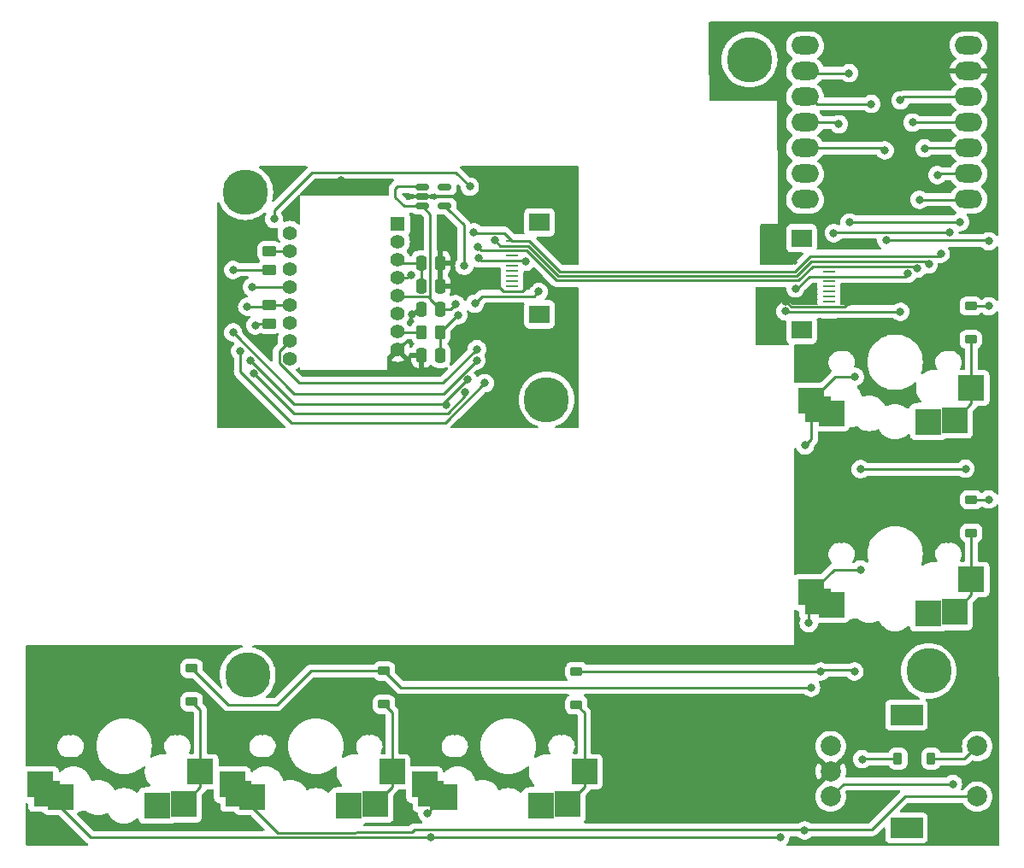
<source format=gbr>
%TF.GenerationSoftware,KiCad,Pcbnew,7.0.2*%
%TF.CreationDate,2024-06-25T21:28:31+02:00*%
%TF.ProjectId,Katkoot,4b61746b-6f6f-4742-9e6b-696361645f70,rev?*%
%TF.SameCoordinates,Original*%
%TF.FileFunction,Copper,L2,Bot*%
%TF.FilePolarity,Positive*%
%FSLAX46Y46*%
G04 Gerber Fmt 4.6, Leading zero omitted, Abs format (unit mm)*
G04 Created by KiCad (PCBNEW 7.0.2) date 2024-06-25 21:28:31*
%MOMM*%
%LPD*%
G01*
G04 APERTURE LIST*
G04 Aperture macros list*
%AMRoundRect*
0 Rectangle with rounded corners*
0 $1 Rounding radius*
0 $2 $3 $4 $5 $6 $7 $8 $9 X,Y pos of 4 corners*
0 Add a 4 corners polygon primitive as box body*
4,1,4,$2,$3,$4,$5,$6,$7,$8,$9,$2,$3,0*
0 Add four circle primitives for the rounded corners*
1,1,$1+$1,$2,$3*
1,1,$1+$1,$4,$5*
1,1,$1+$1,$6,$7*
1,1,$1+$1,$8,$9*
0 Add four rect primitives between the rounded corners*
20,1,$1+$1,$2,$3,$4,$5,0*
20,1,$1+$1,$4,$5,$6,$7,0*
20,1,$1+$1,$6,$7,$8,$9,0*
20,1,$1+$1,$8,$9,$2,$3,0*%
G04 Aperture macros list end*
%TA.AperFunction,ComponentPad*%
%ADD10C,4.500000*%
%TD*%
%TA.AperFunction,SMDPad,CuDef*%
%ADD11R,2.550000X2.500000*%
%TD*%
%TA.AperFunction,SMDPad,CuDef*%
%ADD12R,2.600000X2.600000*%
%TD*%
%TA.AperFunction,ComponentPad*%
%ADD13C,2.000000*%
%TD*%
%TA.AperFunction,ComponentPad*%
%ADD14R,3.200000X2.000000*%
%TD*%
%TA.AperFunction,ComponentPad*%
%ADD15O,2.750000X1.800000*%
%TD*%
%TA.AperFunction,SMDPad,CuDef*%
%ADD16RoundRect,0.250000X0.450000X-0.262500X0.450000X0.262500X-0.450000X0.262500X-0.450000X-0.262500X0*%
%TD*%
%TA.AperFunction,SMDPad,CuDef*%
%ADD17R,2.000000X1.800000*%
%TD*%
%TA.AperFunction,SMDPad,CuDef*%
%ADD18R,1.250000X0.280000*%
%TD*%
%TA.AperFunction,SMDPad,CuDef*%
%ADD19RoundRect,0.225000X0.375000X-0.225000X0.375000X0.225000X-0.375000X0.225000X-0.375000X-0.225000X0*%
%TD*%
%TA.AperFunction,ComponentPad*%
%ADD20C,1.400000*%
%TD*%
%TA.AperFunction,ComponentPad*%
%ADD21R,1.400000X1.400000*%
%TD*%
%TA.AperFunction,SMDPad,CuDef*%
%ADD22RoundRect,0.250000X0.250000X0.475000X-0.250000X0.475000X-0.250000X-0.475000X0.250000X-0.475000X0*%
%TD*%
%TA.AperFunction,SMDPad,CuDef*%
%ADD23RoundRect,0.250000X-0.250000X-0.475000X0.250000X-0.475000X0.250000X0.475000X-0.250000X0.475000X0*%
%TD*%
%TA.AperFunction,SMDPad,CuDef*%
%ADD24RoundRect,0.250000X-0.262500X-0.450000X0.262500X-0.450000X0.262500X0.450000X-0.262500X0.450000X0*%
%TD*%
%TA.AperFunction,SMDPad,CuDef*%
%ADD25RoundRect,0.225000X0.225000X0.375000X-0.225000X0.375000X-0.225000X-0.375000X0.225000X-0.375000X0*%
%TD*%
%TA.AperFunction,SMDPad,CuDef*%
%ADD26RoundRect,0.250000X-0.450000X0.262500X-0.450000X-0.262500X0.450000X-0.262500X0.450000X0.262500X0*%
%TD*%
%TA.AperFunction,SMDPad,CuDef*%
%ADD27RoundRect,0.150000X-0.512500X-0.150000X0.512500X-0.150000X0.512500X0.150000X-0.512500X0.150000X0*%
%TD*%
%TA.AperFunction,ViaPad*%
%ADD28C,0.800000*%
%TD*%
%TA.AperFunction,Conductor*%
%ADD29C,0.250000*%
%TD*%
G04 APERTURE END LIST*
D10*
%TO.P,,1*%
%TO.N,N/C*%
X129300000Y-52300000D03*
%TD*%
D11*
%TO.P,SW2,2,2*%
%TO.N,Net-(D1-K)*%
X201230000Y-71690000D03*
D12*
X199545000Y-74900000D03*
X196945000Y-75050000D03*
D11*
%TO.P,SW2,1,1*%
%TO.N,row_0*%
X187380000Y-74230000D03*
D12*
X185995000Y-73850000D03*
X185395000Y-72950000D03*
%TD*%
D13*
%TO.P,SW1,S2,S2*%
%TO.N,Net-(D8-K)*%
X201800000Y-107200000D03*
%TO.P,SW1,S1,S1*%
%TO.N,row_1*%
X201800000Y-112200000D03*
D14*
%TO.P,SW1,MP*%
%TO.N,N/C*%
X194800000Y-115300000D03*
X194800000Y-104100000D03*
D13*
%TO.P,SW1,C,C*%
%TO.N,GND*%
X187300000Y-109700000D03*
%TO.P,SW1,B,B*%
%TO.N,ENC_R*%
X187300000Y-112200000D03*
%TO.P,SW1,A,A*%
%TO.N,ENC_L*%
X187300000Y-107200000D03*
%TD*%
D11*
%TO.P,SW6,2,2*%
%TO.N,Net-(D5-K)*%
X143860000Y-109740000D03*
D12*
X142175000Y-112950000D03*
X139575000Y-113100000D03*
D11*
%TO.P,SW6,1,1*%
%TO.N,row_1*%
X130010000Y-112280000D03*
D12*
X128625000Y-111900000D03*
X128025000Y-111000000D03*
%TD*%
D11*
%TO.P,SW8,2,2*%
%TO.N,Net-(D7-K)*%
X162905000Y-109740000D03*
D12*
X161220000Y-112950000D03*
X158620000Y-113100000D03*
D11*
%TO.P,SW8,1,1*%
%TO.N,row_0*%
X149055000Y-112280000D03*
D12*
X147670000Y-111900000D03*
X147070000Y-111000000D03*
%TD*%
D11*
%TO.P,SW5,2,2*%
%TO.N,Net-(D4-K)*%
X124860000Y-109740000D03*
D12*
X123175000Y-112950000D03*
X120575000Y-113100000D03*
D11*
%TO.P,SW5,1,1*%
%TO.N,row_0*%
X111010000Y-112280000D03*
D12*
X109625000Y-111900000D03*
X109025000Y-111000000D03*
%TD*%
D10*
%TO.P,,1*%
%TO.N,N/C*%
X159150000Y-72850000D03*
%TD*%
%TO.P,,1*%
%TO.N,N/C*%
X129550000Y-100150000D03*
%TD*%
%TO.P,,1*%
%TO.N,N/C*%
X179250000Y-39150000D03*
%TD*%
D11*
%TO.P,SW3,2,2*%
%TO.N,Net-(D2-K)*%
X201230000Y-90690000D03*
D12*
X199545000Y-93900000D03*
X196945000Y-94050000D03*
D11*
%TO.P,SW3,1,1*%
%TO.N,row_1*%
X187380000Y-93230000D03*
D12*
X185995000Y-92850000D03*
X185395000Y-91950000D03*
%TD*%
D15*
%TO.P,U3,14,5V*%
%TO.N,unconnected-(U3-5V-Pad14)*%
X200945000Y-37780000D03*
%TO.P,U3,13,GND*%
%TO.N,GND*%
X200945000Y-40320000D03*
%TO.P,U3,12,3V3*%
%TO.N,VCC*%
X200945000Y-42860000D03*
%TO.P,U3,11,A6_MOSI/1.15*%
%TO.N,MOSI*%
X200945000Y-45400000D03*
%TO.P,U3,10,A5_MISO/1.14*%
%TO.N,MISO*%
X200945000Y-47940000D03*
%TO.P,U3,9,A7_SCK/1.13*%
%TO.N,SCLK*%
X200945000Y-50480000D03*
%TO.P,U3,8,B9_RX/1.12*%
%TO.N,NCS*%
X200945000Y-53020000D03*
%TO.P,U3,7,B8_TX/1.11*%
%TO.N,col2*%
X184755000Y-53020000D03*
%TO.P,U3,6,A9_SCL/0.05_H*%
%TO.N,col1*%
X184755000Y-50480000D03*
%TO.P,U3,5,A8_SDA/0.04_H*%
%TO.N,col0*%
X184755000Y-47940000D03*
%TO.P,U3,4,A11/0.29*%
%TO.N,row_1*%
X184755000Y-45400000D03*
%TO.P,U3,3,A10/0.28*%
%TO.N,row_0*%
X184755000Y-42860000D03*
%TO.P,U3,2,A4/0.03_H*%
%TO.N,ENC_R*%
X184755000Y-40320000D03*
%TO.P,U3,1,A2/0.02_H*%
%TO.N,ENC_L*%
X184755000Y-37780000D03*
%TD*%
D10*
%TO.P,,1*%
%TO.N,N/C*%
X197000000Y-99750000D03*
%TD*%
D16*
%TO.P,R1,2*%
%TO.N,Net-(U2-LED_P)*%
X131684000Y-58165500D03*
%TO.P,R1,1*%
%TO.N,VDD*%
X131684000Y-59990500D03*
%TD*%
D17*
%TO.P,J2,14*%
%TO.N,N/C*%
X158456000Y-55300000D03*
%TO.P,J2,13*%
X158456000Y-64400000D03*
D18*
%TO.P,J2,12,3V3*%
%TO.N,VCC*%
X155732000Y-62600000D03*
%TO.P,J2,11,GND*%
%TO.N,GND*%
X155732000Y-62100000D03*
%TO.P,J2,10,SDA*%
%TO.N,unconnected-(J2-SDA-Pad10)*%
X155732000Y-61600000D03*
%TO.P,J2,9,SCL*%
%TO.N,unconnected-(J2-SCL-Pad9)*%
X155732000Y-61100000D03*
%TO.P,J2,8,RGB_LED_IN*%
%TO.N,unconnected-(J2-RGB_LED_IN-Pad8)*%
X155732000Y-60600000D03*
%TO.P,J2,7,5V*%
%TO.N,unconnected-(J2-5V-Pad7)*%
X155732000Y-60100000D03*
%TO.P,J2,6,GPIO_AD1*%
%TO.N,unconnected-(J2-GPIO_AD1-Pad6)*%
X155732000Y-59600000D03*
%TO.P,J2,5,MOSI*%
%TO.N,MOSI*%
X155732000Y-59100000D03*
%TO.P,J2,4,GPIO_AD2*%
%TO.N,unconnected-(J2-GPIO_AD2-Pad4)*%
X155732000Y-58600000D03*
%TO.P,J2,3,SPI_CS*%
%TO.N,NCS*%
X155732000Y-58100000D03*
%TO.P,J2,2,MISO*%
%TO.N,MISO*%
X155732000Y-57600000D03*
%TO.P,J2,1,SCLK*%
%TO.N,SCLK*%
X155732000Y-57100000D03*
%TD*%
D19*
%TO.P,D5,2,A*%
%TO.N,col1*%
X143052000Y-99746800D03*
%TO.P,D5,1,K*%
%TO.N,Net-(D5-K)*%
X143052000Y-103046800D03*
%TD*%
D20*
%TO.P,U2,16,NC*%
%TO.N,unconnected-(U2-NC-Pad16)*%
X133700000Y-56340000D03*
%TO.P,U2,15,LED_P*%
%TO.N,Net-(U2-LED_P)*%
X133700000Y-58120000D03*
%TO.P,U2,14,NC*%
%TO.N,unconnected-(U2-NC-Pad14)*%
X133700000Y-59900000D03*
%TO.P,U2,13,~{NCS}*%
%TO.N,NCS*%
X133700000Y-61680000D03*
%TO.P,U2,12,MISO*%
%TO.N,MISO*%
X133700000Y-63460000D03*
%TO.P,U2,11,MOSI*%
%TO.N,MOSI*%
X133700000Y-65240000D03*
%TO.P,U2,10,SCLK*%
%TO.N,SCLK*%
X133700000Y-67020000D03*
%TO.P,U2,9,MOTION*%
%TO.N,unconnected-(U2-MOTION-Pad9)*%
X133700000Y-68800000D03*
%TO.P,U2,8,GND*%
%TO.N,GND*%
X144400000Y-67910000D03*
%TO.P,U2,7,~{NRESET}*%
%TO.N,Net-(U2-~{NRESET})*%
X144400000Y-66130000D03*
%TO.P,U2,6,NC*%
%TO.N,unconnected-(U2-NC-Pad6)*%
X144400000Y-64350000D03*
%TO.P,U2,5,VDDIO*%
%TO.N,VCC*%
X144400000Y-62570000D03*
%TO.P,U2,4,VDD*%
%TO.N,VDD*%
X144400000Y-60790000D03*
%TO.P,U2,3,VDDPIX*%
%TO.N,Net-(U2-VDDPIX)*%
X144400000Y-59010000D03*
%TO.P,U2,2,NC*%
%TO.N,unconnected-(U2-NC-Pad2)*%
X144400000Y-57230000D03*
D21*
%TO.P,U2,1,NC*%
%TO.N,unconnected-(U2-NC-Pad1)*%
X144400000Y-55450000D03*
%TD*%
D22*
%TO.P,C1,2*%
%TO.N,GND*%
X146736000Y-63904000D03*
%TO.P,C1,1*%
%TO.N,VCC*%
X148636000Y-63904000D03*
%TD*%
D19*
%TO.P,D7,2,A*%
%TO.N,col2*%
X162102000Y-99797600D03*
%TO.P,D7,1,K*%
%TO.N,Net-(D7-K)*%
X162102000Y-103097600D03*
%TD*%
%TO.P,D4,2,A*%
%TO.N,col1*%
X124002000Y-99492800D03*
%TO.P,D4,1,K*%
%TO.N,Net-(D4-K)*%
X124002000Y-102792800D03*
%TD*%
D17*
%TO.P,J1,14*%
%TO.N,N/C*%
X184400000Y-65950000D03*
%TO.P,J1,13*%
X184400000Y-56850000D03*
D18*
%TO.P,J1,12,SCLK*%
%TO.N,SCLK*%
X187124000Y-58650000D03*
%TO.P,J1,11,MISO*%
%TO.N,MISO*%
X187124000Y-59150000D03*
%TO.P,J1,10,SPI_CS*%
%TO.N,NCS*%
X187124000Y-59650000D03*
%TO.P,J1,9,GPIO_AD2*%
%TO.N,unconnected-(J1-GPIO_AD2-Pad9)*%
X187124000Y-60150000D03*
%TO.P,J1,8,MOSI*%
%TO.N,MOSI*%
X187124000Y-60650000D03*
%TO.P,J1,7,GPIO_AD1*%
%TO.N,unconnected-(J1-GPIO_AD1-Pad7)*%
X187124000Y-61150000D03*
%TO.P,J1,6,5V*%
%TO.N,unconnected-(J1-5V-Pad6)*%
X187124000Y-61650000D03*
%TO.P,J1,5,RGB_LED_OUT*%
%TO.N,unconnected-(J1-RGB_LED_OUT-Pad5)*%
X187124000Y-62150000D03*
%TO.P,J1,4,SCL*%
%TO.N,unconnected-(J1-SCL-Pad4)*%
X187124000Y-62650000D03*
%TO.P,J1,3,SDA*%
%TO.N,unconnected-(J1-SDA-Pad3)*%
X187124000Y-63150000D03*
%TO.P,J1,2,GND*%
%TO.N,GND*%
X187124000Y-63650000D03*
%TO.P,J1,1,3V3*%
%TO.N,VCC*%
X187124000Y-64150000D03*
%TD*%
D23*
%TO.P,C3,2*%
%TO.N,GND*%
X148636000Y-59332000D03*
%TO.P,C3,1*%
%TO.N,Net-(U2-VDDPIX)*%
X146736000Y-59332000D03*
%TD*%
D24*
%TO.P,R2,2*%
%TO.N,VDD*%
X148598500Y-66190000D03*
%TO.P,R2,1*%
%TO.N,Net-(U2-~{NRESET})*%
X146773500Y-66190000D03*
%TD*%
D25*
%TO.P,D8,2,A*%
%TO.N,col2*%
X193950000Y-108450000D03*
%TO.P,D8,1,K*%
%TO.N,Net-(D8-K)*%
X197250000Y-108450000D03*
%TD*%
D19*
%TO.P,D2,2,A*%
%TO.N,col0*%
X201218800Y-82779600D03*
%TO.P,D2,1,K*%
%TO.N,Net-(D2-K)*%
X201218800Y-86079600D03*
%TD*%
D26*
%TO.P,R3,2*%
%TO.N,VCC*%
X131684000Y-65324500D03*
%TO.P,R3,1*%
%TO.N,MISO*%
X131684000Y-63499500D03*
%TD*%
D22*
%TO.P,C2,2*%
%TO.N,GND*%
X146736000Y-68476000D03*
%TO.P,C2,1*%
%TO.N,VDD*%
X148636000Y-68476000D03*
%TD*%
D27*
%TO.P,U1,5,OUT*%
%TO.N,VDD*%
X149077500Y-53678000D03*
%TO.P,U1,4,NC*%
%TO.N,unconnected-(U1-NC-Pad4)*%
X149077500Y-51778000D03*
%TO.P,U1,3,EN*%
%TO.N,VCC*%
X146802500Y-51778000D03*
%TO.P,U1,2,GND*%
%TO.N,GND*%
X146802500Y-52728000D03*
%TO.P,U1,1,IN*%
%TO.N,VCC*%
X146802500Y-53678000D03*
%TD*%
D19*
%TO.P,D1,2,A*%
%TO.N,col0*%
X201168000Y-63577200D03*
%TO.P,D1,1,K*%
%TO.N,Net-(D1-K)*%
X201168000Y-66877200D03*
%TD*%
D22*
%TO.P,C4,2*%
%TO.N,Net-(U2-VDDPIX)*%
X146736000Y-61618000D03*
%TO.P,C4,1*%
%TO.N,GND*%
X148636000Y-61618000D03*
%TD*%
D28*
%TO.N,GND*%
X110450000Y-115600000D03*
X144750000Y-114000000D03*
X125600000Y-114450000D03*
%TO.N,VCC*%
X182800000Y-64100000D03*
X194200000Y-64150000D03*
X194200000Y-43200000D03*
X149200000Y-73350000D03*
X150150000Y-63400000D03*
X152050000Y-63350000D03*
X158350000Y-62150000D03*
X151324599Y-70874599D03*
X129837701Y-68962299D03*
X130300000Y-65500000D03*
%TO.N,GND*%
X185200000Y-104750000D03*
X157500000Y-61350000D03*
X182800000Y-63100000D03*
X146300000Y-56450000D03*
X137950000Y-102600000D03*
X188900000Y-66800000D03*
X196150000Y-83650000D03*
X152350000Y-54100000D03*
X156300000Y-103600000D03*
X161150000Y-55550000D03*
X149950000Y-61600000D03*
X156050000Y-71100000D03*
X154000000Y-61250000D03*
X128450000Y-73150000D03*
X192900000Y-98900000D03*
X157300000Y-98600000D03*
X133200000Y-50850000D03*
X138750000Y-51100000D03*
X189150000Y-63150000D03*
X152250000Y-61200000D03*
X145800000Y-64450000D03*
X112700000Y-102950000D03*
X149550000Y-56900000D03*
X188550000Y-77400000D03*
%TO.N,VDD*%
X128100000Y-60000000D03*
X145700000Y-60500000D03*
X128100000Y-66200000D03*
X150400000Y-64500000D03*
X152212299Y-68962299D03*
X151000000Y-59600000D03*
%TO.N,col0*%
X192800000Y-57050000D03*
X202950000Y-57150000D03*
X202950000Y-82750000D03*
X192650000Y-48150000D03*
X202950000Y-63600000D03*
%TO.N,col1*%
X185350000Y-101400000D03*
%TO.N,MOSI*%
X130125401Y-70274599D03*
X152400000Y-58850000D03*
X195400000Y-45400000D03*
X151086898Y-72136898D03*
X194925000Y-60375000D03*
X183800000Y-61850000D03*
X157100000Y-59200000D03*
%TO.N,NCS*%
X196100000Y-53050000D03*
X132150000Y-54950000D03*
X195874500Y-59874500D03*
X129950000Y-61700000D03*
X151550000Y-51750000D03*
X152300000Y-57750000D03*
%TO.N,MISO*%
X154012299Y-57062299D03*
X128800000Y-68050000D03*
X153024197Y-71224197D03*
X196600000Y-47950000D03*
X197000000Y-59450000D03*
X129500000Y-63650000D03*
%TO.N,SCLK*%
X152250000Y-67850000D03*
X198200000Y-58400000D03*
X197850000Y-50600000D03*
X151950000Y-56300000D03*
%TO.N,col2*%
X190400000Y-108500000D03*
X189650000Y-99800000D03*
X186300000Y-99800000D03*
%TO.N,ENC_R*%
X199400000Y-110950000D03*
X189100000Y-40500000D03*
X200100000Y-55250000D03*
X189150000Y-55300000D03*
%TO.N,row_1*%
X185125500Y-95000000D03*
X187600000Y-56350000D03*
X184700000Y-115550000D03*
X200650000Y-79700000D03*
X188100000Y-45550000D03*
X190250000Y-89700000D03*
X190250000Y-79750000D03*
X199050000Y-56250000D03*
%TO.N,row_0*%
X182300000Y-116200000D03*
X147700000Y-116200000D03*
X189700000Y-70600000D03*
X191300000Y-43550000D03*
X147300000Y-113850000D03*
X184750000Y-77400000D03*
%TD*%
D29*
%TO.N,col1*%
X127609200Y-103100000D02*
X124002000Y-99492800D01*
X135803200Y-99746800D02*
X132450000Y-103100000D01*
X132450000Y-103100000D02*
X127609200Y-103100000D01*
X143052000Y-99746800D02*
X135803200Y-99746800D01*
%TO.N,Net-(D7-K)*%
X162905000Y-103900600D02*
X162905000Y-109740000D01*
X162905000Y-111265000D02*
X161220000Y-112950000D01*
X162905000Y-109740000D02*
X162905000Y-111265000D01*
%TO.N,row_0*%
X182300000Y-116200000D02*
X147700000Y-116200000D01*
%TO.N,row_1*%
X184625000Y-115475000D02*
X146077228Y-115475000D01*
X134569567Y-115769466D02*
X132494466Y-115769466D01*
X184700000Y-115550000D02*
X184625000Y-115475000D01*
X146077228Y-115475000D02*
X145799411Y-115752817D01*
X145799411Y-115752817D02*
X134569567Y-115769466D01*
X132494466Y-115769466D02*
X128625000Y-111900000D01*
%TO.N,col1*%
X144705200Y-101400000D02*
X143052000Y-99746800D01*
X185350000Y-101400000D02*
X144705200Y-101400000D01*
%TO.N,col2*%
X186297600Y-99797600D02*
X186300000Y-99800000D01*
X162102000Y-99797600D02*
X186297600Y-99797600D01*
%TO.N,row_0*%
X113975000Y-116250000D02*
X109625000Y-111900000D01*
%TO.N,Net-(D5-K)*%
X143860000Y-111265000D02*
X142175000Y-112950000D01*
%TO.N,VCC*%
X194540000Y-42860000D02*
X194200000Y-43200000D01*
X134175402Y-73300000D02*
X148899198Y-73300000D01*
X148899198Y-73300000D02*
X151324599Y-70874599D01*
X147611000Y-54486500D02*
X146802500Y-53678000D01*
X145028000Y-53678000D02*
X144150000Y-52800000D01*
X187124000Y-64150000D02*
X182850000Y-64150000D01*
X147400000Y-62668000D02*
X148636000Y-63904000D01*
X144498000Y-62668000D02*
X147400000Y-62668000D01*
X146802500Y-53678000D02*
X145028000Y-53678000D01*
X157900000Y-62600000D02*
X158350000Y-62150000D01*
X148636000Y-63904000D02*
X147611000Y-62879000D01*
X131684000Y-65324500D02*
X130475500Y-65324500D01*
X147611000Y-62879000D02*
X147611000Y-54486500D01*
X144150000Y-52800000D02*
X144150000Y-51950000D01*
X144400000Y-62570000D02*
X144498000Y-62668000D01*
X155732000Y-62600000D02*
X157900000Y-62600000D01*
X144150000Y-51950000D02*
X144350000Y-51750000D01*
X155732000Y-62600000D02*
X152800000Y-62600000D01*
X152800000Y-62600000D02*
X152050000Y-63350000D01*
X146774500Y-51750000D02*
X146802500Y-51778000D01*
X182850000Y-64150000D02*
X182800000Y-64100000D01*
X149646000Y-63904000D02*
X150150000Y-63400000D01*
X129837701Y-68962299D02*
X134175402Y-73300000D01*
X200470000Y-42860000D02*
X194540000Y-42860000D01*
X144350000Y-51750000D02*
X146774500Y-51750000D01*
X130475500Y-65324500D02*
X130300000Y-65500000D01*
X187124000Y-64150000D02*
X194200000Y-64150000D01*
X148636000Y-63904000D02*
X149646000Y-63904000D01*
%TO.N,GND*%
X149932000Y-61618000D02*
X149950000Y-61600000D01*
X187124000Y-63650000D02*
X188650000Y-63650000D01*
X183400000Y-63650000D02*
X182850000Y-63100000D01*
X188650000Y-63650000D02*
X189150000Y-63150000D01*
X189150000Y-63150000D02*
X189100000Y-63200000D01*
X182850000Y-63100000D02*
X182800000Y-63100000D01*
X183750000Y-59300000D02*
X183850000Y-59200000D01*
X155732000Y-62100000D02*
X154850000Y-62100000D01*
X183750000Y-59300000D02*
X183600000Y-59150000D01*
X145800000Y-64450000D02*
X146346000Y-63904000D01*
X148636000Y-61618000D02*
X149932000Y-61618000D01*
X155732000Y-62100000D02*
X156750000Y-62100000D01*
X156750000Y-62100000D02*
X157500000Y-61350000D01*
X182800000Y-63100000D02*
X182800000Y-63050000D01*
X187124000Y-63650000D02*
X183400000Y-63650000D01*
X182800000Y-63050000D02*
X182900000Y-63150000D01*
X154850000Y-62100000D02*
X154000000Y-61250000D01*
X146346000Y-63904000D02*
X146736000Y-63904000D01*
%TO.N,VDD*%
X150288500Y-64500000D02*
X148598500Y-66190000D01*
X134150000Y-72250000D02*
X148924598Y-72250000D01*
X128100000Y-66200000D02*
X134150000Y-72250000D01*
X150950000Y-55550000D02*
X150950000Y-59550000D01*
X148636000Y-68476000D02*
X148636000Y-66227500D01*
X128109500Y-59990500D02*
X128100000Y-60000000D01*
X150400000Y-64500000D02*
X150288500Y-64500000D01*
X131684000Y-59990500D02*
X128109500Y-59990500D01*
X148636000Y-66227500D02*
X148598500Y-66190000D01*
X149461000Y-54061500D02*
X149461500Y-54061500D01*
X145310000Y-60790000D02*
X145700000Y-60500000D01*
X149077500Y-53678000D02*
X149461000Y-54061500D01*
X148924598Y-72250000D02*
X152212299Y-68962299D01*
X149461500Y-54061500D02*
X150950000Y-55550000D01*
X144400000Y-60790000D02*
X145310000Y-60790000D01*
X150950000Y-59550000D02*
X151000000Y-59600000D01*
%TO.N,Net-(U2-VDDPIX)*%
X144722000Y-59332000D02*
X144400000Y-59010000D01*
X146736000Y-59332000D02*
X144722000Y-59332000D01*
X146736000Y-61618000D02*
X146736000Y-59332000D01*
%TO.N,Net-(D1-K)*%
X201230000Y-66939200D02*
X201230000Y-71690000D01*
X201230000Y-71690000D02*
X201230000Y-73215000D01*
X201230000Y-73215000D02*
X199545000Y-74900000D01*
X201168000Y-66877200D02*
X201230000Y-66939200D01*
%TO.N,col0*%
X201168000Y-63577200D02*
X202927200Y-63577200D01*
X202920400Y-82779600D02*
X202950000Y-82750000D01*
X192800000Y-57050000D02*
X202850000Y-57050000D01*
X201218800Y-82779600D02*
X202920400Y-82779600D01*
X192440000Y-47940000D02*
X192650000Y-48150000D01*
X185230000Y-47940000D02*
X192440000Y-47940000D01*
X202927200Y-63577200D02*
X202950000Y-63600000D01*
X202850000Y-57050000D02*
X202950000Y-57150000D01*
%TO.N,Net-(D2-K)*%
X201230000Y-92215000D02*
X199545000Y-93900000D01*
X201230000Y-90690000D02*
X201230000Y-92215000D01*
X201230000Y-86090800D02*
X201218800Y-86079600D01*
X201230000Y-90690000D02*
X201230000Y-86090800D01*
%TO.N,Net-(D4-K)*%
X124860000Y-103650800D02*
X124860000Y-109740000D01*
X124002000Y-102792800D02*
X124860000Y-103650800D01*
X124860000Y-111265000D02*
X123175000Y-112950000D01*
X124860000Y-109740000D02*
X124860000Y-111265000D01*
%TO.N,MOSI*%
X155732000Y-59100000D02*
X157000000Y-59100000D01*
X187124000Y-60650000D02*
X185159188Y-60650000D01*
X149375305Y-74200000D02*
X151086898Y-72488407D01*
X185159188Y-60650000D02*
X183959188Y-61850000D01*
X183959188Y-61850000D02*
X183800000Y-61850000D01*
X157000000Y-59100000D02*
X157100000Y-59200000D01*
X152650000Y-59100000D02*
X152400000Y-58850000D01*
X151086898Y-72488407D02*
X151086898Y-72136898D01*
X187124000Y-60650000D02*
X194650000Y-60650000D01*
X130125401Y-70274599D02*
X130174599Y-70274599D01*
X130174599Y-70274599D02*
X134100000Y-74200000D01*
X134100000Y-74200000D02*
X149375305Y-74200000D01*
X194650000Y-60650000D02*
X194925000Y-60375000D01*
X155732000Y-59100000D02*
X152650000Y-59100000D01*
X200470000Y-45400000D02*
X195400000Y-45400000D01*
%TO.N,NCS*%
X135900000Y-50350000D02*
X150150000Y-50350000D01*
X132150000Y-54950000D02*
X132150000Y-54100000D01*
X184122792Y-61050000D02*
X160127208Y-61050000D01*
X129950000Y-61700000D02*
X129970000Y-61680000D01*
X150150000Y-50350000D02*
X151550000Y-51750000D01*
X187124000Y-59650000D02*
X195650000Y-59650000D01*
X129970000Y-61680000D02*
X133700000Y-61680000D01*
X195650000Y-59650000D02*
X195874500Y-59874500D01*
X157177208Y-58100000D02*
X155732000Y-58100000D01*
X187124000Y-59650000D02*
X185522792Y-59650000D01*
X185522792Y-59650000D02*
X184122792Y-61050000D01*
X152650000Y-58100000D02*
X152300000Y-57750000D01*
X196100000Y-53050000D02*
X200440000Y-53050000D01*
X132150000Y-54100000D02*
X135900000Y-50350000D01*
X200440000Y-53050000D02*
X200470000Y-53020000D01*
X155732000Y-58100000D02*
X152650000Y-58100000D01*
X160127208Y-61050000D02*
X157177208Y-58100000D01*
%TO.N,MISO*%
X128800000Y-70100000D02*
X133850000Y-75150000D01*
X155732000Y-57600000D02*
X154550000Y-57600000D01*
X154550000Y-57600000D02*
X154012299Y-57062299D01*
X183936396Y-60600000D02*
X185386396Y-59150000D01*
X200470000Y-47940000D02*
X196610000Y-47940000D01*
X131533500Y-63650000D02*
X131684000Y-63499500D01*
X149098394Y-75150000D02*
X153024197Y-71224197D01*
X133850000Y-75150000D02*
X149098394Y-75150000D01*
X185386396Y-59150000D02*
X187124000Y-59150000D01*
X155732000Y-57600000D02*
X157313604Y-57600000D01*
X129500000Y-63650000D02*
X131533500Y-63650000D01*
X133660500Y-63499500D02*
X133700000Y-63460000D01*
X131684000Y-63499500D02*
X133660500Y-63499500D01*
X157313604Y-57600000D02*
X160313604Y-60600000D01*
X187124000Y-59150000D02*
X196700000Y-59150000D01*
X196700000Y-59150000D02*
X197000000Y-59450000D01*
X160313604Y-60600000D02*
X183936396Y-60600000D01*
X128800000Y-68050000D02*
X128800000Y-70100000D01*
X196610000Y-47940000D02*
X196600000Y-47950000D01*
%TO.N,SCLK*%
X157450000Y-57100000D02*
X155732000Y-57100000D01*
X197970000Y-50480000D02*
X197850000Y-50600000D01*
X151987299Y-56337299D02*
X151950000Y-56300000D01*
X132675000Y-68045000D02*
X133700000Y-67020000D01*
X197950000Y-58650000D02*
X198200000Y-58400000D01*
X134650431Y-71200000D02*
X132675000Y-69224569D01*
X154969299Y-56337299D02*
X151987299Y-56337299D01*
X132675000Y-69224569D02*
X132675000Y-68045000D01*
X187124000Y-58650000D02*
X197950000Y-58650000D01*
X185250000Y-58650000D02*
X183750000Y-60150000D01*
X148900000Y-71200000D02*
X147500000Y-71200000D01*
X183750000Y-60150000D02*
X160500000Y-60150000D01*
X148950000Y-71200000D02*
X147500000Y-71200000D01*
X200470000Y-50480000D02*
X197970000Y-50480000D01*
X152250000Y-67850000D02*
X148900000Y-71200000D01*
X155732000Y-57100000D02*
X154969299Y-56337299D01*
X147500000Y-71200000D02*
X134650431Y-71200000D01*
X160500000Y-60150000D02*
X157450000Y-57100000D01*
X187124000Y-58650000D02*
X185250000Y-58650000D01*
%TO.N,Net-(D5-K)*%
X143860000Y-109740000D02*
X143860000Y-111265000D01*
X143860000Y-103854800D02*
X143860000Y-109740000D01*
X143052000Y-103046800D02*
X143860000Y-103854800D01*
%TO.N,Net-(D7-K)*%
X162102000Y-103097600D02*
X162905000Y-103900600D01*
%TO.N,col2*%
X186300000Y-99800000D02*
X186450000Y-99650000D01*
X186450000Y-99650000D02*
X189500000Y-99650000D01*
X190450000Y-108450000D02*
X190400000Y-108500000D01*
X189500000Y-99650000D02*
X189650000Y-99800000D01*
X193950000Y-108450000D02*
X190450000Y-108450000D01*
%TO.N,Net-(D8-K)*%
X200550000Y-108450000D02*
X201800000Y-107200000D01*
X197250000Y-108450000D02*
X200550000Y-108450000D01*
%TO.N,ENC_R*%
X189100000Y-40500000D02*
X185410000Y-40500000D01*
X200100000Y-55250000D02*
X189200000Y-55250000D01*
X189200000Y-55250000D02*
X189150000Y-55300000D01*
X188550000Y-110950000D02*
X199400000Y-110950000D01*
X187300000Y-112200000D02*
X188550000Y-110950000D01*
X185410000Y-40500000D02*
X185230000Y-40320000D01*
%TO.N,row_1*%
X185125500Y-95000000D02*
X185125500Y-92219500D01*
X191375000Y-115475000D02*
X194650000Y-112200000D01*
X185230000Y-45400000D02*
X187950000Y-45400000D01*
X184775000Y-115475000D02*
X191375000Y-115475000D01*
X187950000Y-45400000D02*
X188100000Y-45550000D01*
X187645000Y-89700000D02*
X190250000Y-89700000D01*
X185395000Y-91950000D02*
X187645000Y-89700000D01*
X184700000Y-115550000D02*
X184775000Y-115475000D01*
X185125500Y-92219500D02*
X185395000Y-91950000D01*
X200600000Y-79750000D02*
X200650000Y-79700000D01*
X194650000Y-112200000D02*
X201800000Y-112200000D01*
X199050000Y-56250000D02*
X187700000Y-56250000D01*
X190250000Y-79750000D02*
X200600000Y-79750000D01*
X187700000Y-56250000D02*
X187600000Y-56350000D01*
%TO.N,row_0*%
X185920000Y-43550000D02*
X191300000Y-43550000D01*
X185395000Y-76755000D02*
X184750000Y-77400000D01*
X147700000Y-116200000D02*
X113975000Y-116250000D01*
X147670000Y-113480000D02*
X147300000Y-113850000D01*
X185230000Y-42860000D02*
X185920000Y-43550000D01*
X187745000Y-70600000D02*
X185395000Y-72950000D01*
X189700000Y-70600000D02*
X187745000Y-70600000D01*
X147670000Y-111900000D02*
X147670000Y-113480000D01*
X185395000Y-72950000D02*
X185395000Y-76755000D01*
%TO.N,Net-(U2-LED_P)*%
X133654500Y-58165500D02*
X133700000Y-58120000D01*
X131684000Y-58165500D02*
X133654500Y-58165500D01*
%TO.N,Net-(U2-~{NRESET})*%
X146773500Y-66190000D02*
X144460000Y-66190000D01*
X144460000Y-66190000D02*
X144400000Y-66130000D01*
%TD*%
%TA.AperFunction,Conductor*%
%TO.N,GND*%
G36*
X203816738Y-35420502D02*
G01*
X203863231Y-35474158D01*
X203874616Y-35526381D01*
X203889768Y-52031831D01*
X203893881Y-56512197D01*
X203873941Y-56580336D01*
X203820328Y-56626879D01*
X203750064Y-56637047D01*
X203685456Y-56607613D01*
X203674245Y-56596624D01*
X203561252Y-56471133D01*
X203406753Y-56358883D01*
X203406752Y-56358882D01*
X203232288Y-56281206D01*
X203045487Y-56241500D01*
X202854513Y-56241500D01*
X202771242Y-56259200D01*
X202667711Y-56281206D01*
X202493246Y-56358883D01*
X202447065Y-56392436D01*
X202380197Y-56416295D01*
X202373004Y-56416500D01*
X200085941Y-56416500D01*
X200017820Y-56396498D01*
X199971327Y-56342842D01*
X199960632Y-56277322D01*
X199961263Y-56271322D01*
X199988280Y-56205667D01*
X200046504Y-56165041D01*
X200086572Y-56158500D01*
X200195485Y-56158500D01*
X200195487Y-56158500D01*
X200382288Y-56118794D01*
X200556752Y-56041118D01*
X200711253Y-55928866D01*
X200839040Y-55786944D01*
X200934527Y-55621556D01*
X200993542Y-55439928D01*
X201013504Y-55250000D01*
X200993542Y-55060072D01*
X200950773Y-54928443D01*
X200934527Y-54878443D01*
X200839039Y-54713054D01*
X200772190Y-54638810D01*
X200741472Y-54574803D01*
X200750237Y-54504349D01*
X200795700Y-54449818D01*
X200863427Y-54428523D01*
X200865826Y-54428500D01*
X201477161Y-54428500D01*
X201479827Y-54428500D01*
X201658898Y-54413259D01*
X201890924Y-54352844D01*
X202109402Y-54254086D01*
X202308047Y-54119825D01*
X202481144Y-53953925D01*
X202623715Y-53761157D01*
X202731657Y-53547067D01*
X202801864Y-53317815D01*
X202832318Y-53079995D01*
X202822143Y-52840449D01*
X202771630Y-52606068D01*
X202682233Y-52383596D01*
X202556524Y-52179431D01*
X202556523Y-52179430D01*
X202556522Y-52179428D01*
X202398121Y-51999450D01*
X202206733Y-51844913D01*
X202166298Y-51786556D01*
X202163833Y-51715602D01*
X202200120Y-51654579D01*
X202215325Y-51642494D01*
X202308047Y-51579825D01*
X202481144Y-51413925D01*
X202623715Y-51221157D01*
X202731657Y-51007067D01*
X202801864Y-50777815D01*
X202832318Y-50539995D01*
X202822143Y-50300449D01*
X202771630Y-50066068D01*
X202682233Y-49843596D01*
X202556524Y-49639431D01*
X202556523Y-49639430D01*
X202556522Y-49639428D01*
X202398121Y-49459450D01*
X202206733Y-49304913D01*
X202166298Y-49246556D01*
X202163833Y-49175602D01*
X202200120Y-49114579D01*
X202215325Y-49102494D01*
X202308047Y-49039825D01*
X202481144Y-48873925D01*
X202623715Y-48681157D01*
X202731657Y-48467067D01*
X202801864Y-48237815D01*
X202832318Y-47999995D01*
X202822143Y-47760449D01*
X202771630Y-47526068D01*
X202682233Y-47303596D01*
X202556524Y-47099431D01*
X202556523Y-47099430D01*
X202556522Y-47099428D01*
X202398121Y-46919450D01*
X202206733Y-46764913D01*
X202166298Y-46706556D01*
X202163833Y-46635602D01*
X202200120Y-46574579D01*
X202215325Y-46562494D01*
X202308047Y-46499825D01*
X202481144Y-46333925D01*
X202623715Y-46141157D01*
X202731657Y-45927067D01*
X202801864Y-45697815D01*
X202832318Y-45459995D01*
X202822143Y-45220449D01*
X202771630Y-44986068D01*
X202682233Y-44763596D01*
X202556524Y-44559431D01*
X202556523Y-44559430D01*
X202556522Y-44559428D01*
X202398121Y-44379450D01*
X202206733Y-44224913D01*
X202166298Y-44166556D01*
X202163833Y-44095602D01*
X202200120Y-44034579D01*
X202215325Y-44022494D01*
X202308047Y-43959825D01*
X202481144Y-43793925D01*
X202623715Y-43601157D01*
X202731657Y-43387067D01*
X202801864Y-43157815D01*
X202832318Y-42919995D01*
X202822143Y-42680449D01*
X202771630Y-42446068D01*
X202682233Y-42223596D01*
X202556524Y-42019431D01*
X202556523Y-42019430D01*
X202556522Y-42019428D01*
X202398121Y-41839450D01*
X202206326Y-41684585D01*
X202165891Y-41626228D01*
X202163426Y-41555274D01*
X202199713Y-41494251D01*
X202214926Y-41482160D01*
X202307732Y-41419434D01*
X202480767Y-41253594D01*
X202623287Y-41060894D01*
X202731193Y-40846876D01*
X202801375Y-40617707D01*
X202806972Y-40574000D01*
X200901116Y-40574000D01*
X200929493Y-40529844D01*
X200970000Y-40391889D01*
X200970000Y-40248111D01*
X200929493Y-40110156D01*
X200901116Y-40066000D01*
X202805587Y-40066000D01*
X202771152Y-39906217D01*
X202681784Y-39683821D01*
X202556119Y-39479728D01*
X202397771Y-39299808D01*
X202206300Y-39145206D01*
X202165866Y-39086849D01*
X202163400Y-39015896D01*
X202199686Y-38954872D01*
X202214899Y-38942782D01*
X202215334Y-38942488D01*
X202308047Y-38879825D01*
X202481144Y-38713925D01*
X202623715Y-38521157D01*
X202731657Y-38307067D01*
X202801864Y-38077815D01*
X202832318Y-37839995D01*
X202822143Y-37600449D01*
X202771630Y-37366068D01*
X202682233Y-37143596D01*
X202556524Y-36939431D01*
X202556523Y-36939430D01*
X202556522Y-36939428D01*
X202398121Y-36759450D01*
X202211576Y-36608825D01*
X202002258Y-36491893D01*
X201776198Y-36412021D01*
X201776195Y-36412020D01*
X201776194Y-36412020D01*
X201539881Y-36371500D01*
X200410173Y-36371500D01*
X200407520Y-36371725D01*
X200407515Y-36371726D01*
X200231101Y-36386740D01*
X199999077Y-36447155D01*
X199780597Y-36545914D01*
X199581954Y-36680174D01*
X199408853Y-36846077D01*
X199266287Y-37038838D01*
X199158341Y-37252936D01*
X199088135Y-37482186D01*
X199057681Y-37720005D01*
X199067856Y-37959548D01*
X199118369Y-38193931D01*
X199207767Y-38416404D01*
X199333477Y-38620571D01*
X199491878Y-38800549D01*
X199683673Y-38955414D01*
X199724108Y-39013771D01*
X199726573Y-39084725D01*
X199690286Y-39145748D01*
X199675074Y-39157838D01*
X199582269Y-39220563D01*
X199409232Y-39386405D01*
X199266712Y-39579105D01*
X199158806Y-39793123D01*
X199088624Y-40022292D01*
X199083028Y-40066000D01*
X200038884Y-40066000D01*
X200010507Y-40110156D01*
X199970000Y-40248111D01*
X199970000Y-40391889D01*
X200010507Y-40529844D01*
X200038884Y-40574000D01*
X199084413Y-40574000D01*
X199118847Y-40733782D01*
X199208215Y-40956178D01*
X199333880Y-41160271D01*
X199492225Y-41340188D01*
X199683699Y-41494792D01*
X199724133Y-41553150D01*
X199726599Y-41624103D01*
X199690313Y-41685126D01*
X199675101Y-41697217D01*
X199581952Y-41760175D01*
X199408856Y-41926074D01*
X199266284Y-42118845D01*
X199246932Y-42157227D01*
X199198403Y-42209048D01*
X199134424Y-42226500D01*
X194623854Y-42226500D01*
X194603064Y-42224204D01*
X194532002Y-42226438D01*
X194528044Y-42226500D01*
X194500144Y-42226500D01*
X194496219Y-42226995D01*
X194496198Y-42226997D01*
X194496124Y-42227007D01*
X194484313Y-42227936D01*
X194440109Y-42229325D01*
X194420653Y-42234978D01*
X194401301Y-42238986D01*
X194381200Y-42241526D01*
X194340094Y-42257800D01*
X194328870Y-42261643D01*
X194271125Y-42278421D01*
X194271051Y-42278167D01*
X194222314Y-42291500D01*
X194104513Y-42291500D01*
X193979979Y-42317970D01*
X193917711Y-42331206D01*
X193743246Y-42408883D01*
X193588747Y-42521133D01*
X193460958Y-42663057D01*
X193365472Y-42828443D01*
X193306458Y-43010070D01*
X193286496Y-43199999D01*
X193286496Y-43200000D01*
X193291699Y-43249500D01*
X193306458Y-43389929D01*
X193365472Y-43571556D01*
X193460958Y-43736942D01*
X193460960Y-43736944D01*
X193588747Y-43878866D01*
X193743248Y-43991118D01*
X193917712Y-44068794D01*
X194104513Y-44108500D01*
X194104515Y-44108500D01*
X194295485Y-44108500D01*
X194295487Y-44108500D01*
X194482288Y-44068794D01*
X194656752Y-43991118D01*
X194811253Y-43878866D01*
X194939040Y-43736944D01*
X195034527Y-43571556D01*
X195041149Y-43560087D01*
X195044342Y-43561930D01*
X195071661Y-43521968D01*
X195137055Y-43494323D01*
X195151433Y-43493500D01*
X199135591Y-43493500D01*
X199203712Y-43513502D01*
X199242884Y-43553438D01*
X199333477Y-43700571D01*
X199491878Y-43880549D01*
X199683266Y-44035086D01*
X199723701Y-44093443D01*
X199726166Y-44164397D01*
X199689879Y-44225420D01*
X199674668Y-44237510D01*
X199581952Y-44300176D01*
X199408856Y-44466074D01*
X199360685Y-44531206D01*
X199303236Y-44608883D01*
X199266284Y-44658845D01*
X199246932Y-44697227D01*
X199198403Y-44749048D01*
X199134424Y-44766500D01*
X196108200Y-44766500D01*
X196040079Y-44746498D01*
X196014565Y-44724812D01*
X196011253Y-44721133D01*
X195856753Y-44608883D01*
X195856752Y-44608882D01*
X195682288Y-44531206D01*
X195495487Y-44491500D01*
X195304513Y-44491500D01*
X195179979Y-44517970D01*
X195117711Y-44531206D01*
X194943246Y-44608883D01*
X194788747Y-44721133D01*
X194660958Y-44863057D01*
X194565472Y-45028443D01*
X194506458Y-45210070D01*
X194486496Y-45399999D01*
X194506458Y-45589929D01*
X194565472Y-45771556D01*
X194660958Y-45936942D01*
X194660960Y-45936944D01*
X194788747Y-46078866D01*
X194943248Y-46191118D01*
X195117712Y-46268794D01*
X195304513Y-46308500D01*
X195304515Y-46308500D01*
X195495485Y-46308500D01*
X195495487Y-46308500D01*
X195682288Y-46268794D01*
X195856752Y-46191118D01*
X196011253Y-46078866D01*
X196014564Y-46075188D01*
X196075012Y-46037949D01*
X196108200Y-46033500D01*
X199135591Y-46033500D01*
X199203712Y-46053502D01*
X199242884Y-46093438D01*
X199333477Y-46240571D01*
X199491878Y-46420549D01*
X199683266Y-46575086D01*
X199723701Y-46633443D01*
X199726166Y-46704397D01*
X199689879Y-46765420D01*
X199674668Y-46777510D01*
X199581952Y-46840176D01*
X199408856Y-47006074D01*
X199353289Y-47081206D01*
X199295840Y-47158883D01*
X199266284Y-47198845D01*
X199246932Y-47237227D01*
X199198403Y-47289048D01*
X199134424Y-47306500D01*
X197299196Y-47306500D01*
X197231075Y-47286498D01*
X197222039Y-47278818D01*
X197221967Y-47278918D01*
X197056753Y-47158883D01*
X197056752Y-47158882D01*
X196882288Y-47081206D01*
X196695487Y-47041500D01*
X196504513Y-47041500D01*
X196379979Y-47067970D01*
X196317711Y-47081206D01*
X196143246Y-47158883D01*
X195988747Y-47271133D01*
X195860958Y-47413057D01*
X195765472Y-47578443D01*
X195706458Y-47760070D01*
X195686496Y-47949999D01*
X195706458Y-48139929D01*
X195765472Y-48321556D01*
X195860958Y-48486942D01*
X195860960Y-48486944D01*
X195988747Y-48628866D01*
X196143248Y-48741118D01*
X196317712Y-48818794D01*
X196504513Y-48858500D01*
X196504515Y-48858500D01*
X196695485Y-48858500D01*
X196695487Y-48858500D01*
X196882288Y-48818794D01*
X197056752Y-48741118D01*
X197211253Y-48628866D01*
X197223567Y-48615189D01*
X197284015Y-48577950D01*
X197317204Y-48573500D01*
X199135591Y-48573500D01*
X199203712Y-48593502D01*
X199242884Y-48633438D01*
X199333477Y-48780571D01*
X199491878Y-48960549D01*
X199683266Y-49115086D01*
X199723701Y-49173443D01*
X199726166Y-49244397D01*
X199689879Y-49305420D01*
X199674668Y-49317510D01*
X199581952Y-49380176D01*
X199408856Y-49546074D01*
X199356576Y-49616762D01*
X199271934Y-49731206D01*
X199266284Y-49738845D01*
X199246932Y-49777227D01*
X199198403Y-49829048D01*
X199134424Y-49846500D01*
X198399468Y-49846500D01*
X198331347Y-49826498D01*
X198325416Y-49822442D01*
X198306752Y-49808882D01*
X198132288Y-49731206D01*
X197945487Y-49691500D01*
X197754513Y-49691500D01*
X197639048Y-49716043D01*
X197567711Y-49731206D01*
X197459601Y-49779340D01*
X197412331Y-49800386D01*
X197393246Y-49808883D01*
X197238747Y-49921133D01*
X197110958Y-50063057D01*
X197015472Y-50228443D01*
X196956458Y-50410070D01*
X196936496Y-50600000D01*
X196956458Y-50789929D01*
X197015472Y-50971556D01*
X197110958Y-51136942D01*
X197110960Y-51136944D01*
X197238747Y-51278866D01*
X197393248Y-51391118D01*
X197567712Y-51468794D01*
X197754513Y-51508500D01*
X197754515Y-51508500D01*
X197945485Y-51508500D01*
X197945487Y-51508500D01*
X198132288Y-51468794D01*
X198306752Y-51391118D01*
X198461253Y-51278866D01*
X198556181Y-51173438D01*
X198572612Y-51155190D01*
X198633058Y-51117950D01*
X198666248Y-51113500D01*
X199135591Y-51113500D01*
X199203712Y-51133502D01*
X199242884Y-51173438D01*
X199333477Y-51320571D01*
X199491878Y-51500549D01*
X199683266Y-51655086D01*
X199723701Y-51713443D01*
X199726166Y-51784397D01*
X199689879Y-51845420D01*
X199674668Y-51857510D01*
X199656235Y-51869969D01*
X199597107Y-51909933D01*
X199581952Y-51920176D01*
X199408853Y-52086077D01*
X199266287Y-52278838D01*
X199231807Y-52347226D01*
X199183278Y-52399047D01*
X199119298Y-52416500D01*
X196808200Y-52416500D01*
X196740079Y-52396498D01*
X196714565Y-52374812D01*
X196711253Y-52371133D01*
X196556753Y-52258883D01*
X196556752Y-52258882D01*
X196382288Y-52181206D01*
X196195487Y-52141500D01*
X196004513Y-52141500D01*
X195879978Y-52167970D01*
X195817711Y-52181206D01*
X195643246Y-52258883D01*
X195488747Y-52371133D01*
X195360958Y-52513057D01*
X195265472Y-52678443D01*
X195206458Y-52860070D01*
X195190527Y-53011650D01*
X195186496Y-53050000D01*
X195189649Y-53079995D01*
X195206458Y-53239929D01*
X195265472Y-53421556D01*
X195360958Y-53586942D01*
X195360960Y-53586944D01*
X195488747Y-53728866D01*
X195643248Y-53841118D01*
X195817712Y-53918794D01*
X196004513Y-53958500D01*
X196004515Y-53958500D01*
X196195485Y-53958500D01*
X196195487Y-53958500D01*
X196382288Y-53918794D01*
X196556752Y-53841118D01*
X196711253Y-53728866D01*
X196714564Y-53725188D01*
X196775012Y-53687949D01*
X196808200Y-53683500D01*
X199154063Y-53683500D01*
X199222184Y-53703502D01*
X199261356Y-53743438D01*
X199333477Y-53860571D01*
X199491878Y-54040549D01*
X199678421Y-54191173D01*
X199678422Y-54191173D01*
X199678424Y-54191175D01*
X199709783Y-54208693D01*
X199759498Y-54259376D01*
X199773921Y-54328892D01*
X199748470Y-54395170D01*
X199699584Y-54433799D01*
X199643248Y-54458881D01*
X199488746Y-54571133D01*
X199485435Y-54574812D01*
X199424988Y-54612051D01*
X199391800Y-54616500D01*
X189795815Y-54616500D01*
X189727694Y-54596498D01*
X189721754Y-54592436D01*
X189606753Y-54508883D01*
X189606752Y-54508882D01*
X189432288Y-54431206D01*
X189245487Y-54391500D01*
X189054513Y-54391500D01*
X188953101Y-54413056D01*
X188867711Y-54431206D01*
X188762862Y-54477888D01*
X188703430Y-54504349D01*
X188693246Y-54508883D01*
X188538747Y-54621133D01*
X188410958Y-54763057D01*
X188315472Y-54928443D01*
X188256458Y-55110070D01*
X188236496Y-55300000D01*
X188251234Y-55440224D01*
X188238462Y-55510062D01*
X188189960Y-55561909D01*
X188121127Y-55579303D01*
X188069819Y-55562090D01*
X188068850Y-55564269D01*
X188056754Y-55558883D01*
X188056752Y-55558882D01*
X187882288Y-55481206D01*
X187695487Y-55441500D01*
X187504513Y-55441500D01*
X187379978Y-55467970D01*
X187317711Y-55481206D01*
X187143246Y-55558883D01*
X186988747Y-55671133D01*
X186860958Y-55813057D01*
X186765472Y-55978443D01*
X186706458Y-56160070D01*
X186686496Y-56350000D01*
X186706458Y-56539929D01*
X186765472Y-56721556D01*
X186860958Y-56886942D01*
X186860960Y-56886944D01*
X186988747Y-57028866D01*
X187143248Y-57141118D01*
X187317712Y-57218794D01*
X187504513Y-57258500D01*
X187504515Y-57258500D01*
X187695485Y-57258500D01*
X187695487Y-57258500D01*
X187882288Y-57218794D01*
X188056752Y-57141118D01*
X188211253Y-57028866D01*
X188263537Y-56970799D01*
X188304604Y-56925190D01*
X188365050Y-56887950D01*
X188398240Y-56883500D01*
X191764059Y-56883500D01*
X191832180Y-56903502D01*
X191878673Y-56957158D01*
X191889368Y-57022668D01*
X191886496Y-57050000D01*
X191906458Y-57239929D01*
X191965472Y-57421556D01*
X192060958Y-57586942D01*
X192188747Y-57728866D01*
X192270914Y-57788564D01*
X192314268Y-57844786D01*
X192320343Y-57915522D01*
X192287212Y-57978314D01*
X192225392Y-58013226D01*
X192196853Y-58016500D01*
X187903693Y-58016500D01*
X187859663Y-58008556D01*
X187858201Y-58008011D01*
X187797638Y-58001500D01*
X186450362Y-58001500D01*
X186389799Y-58008011D01*
X186388336Y-58008556D01*
X186344307Y-58016500D01*
X186024794Y-58016500D01*
X185956673Y-57996498D01*
X185910180Y-57942842D01*
X185900418Y-57874949D01*
X185900297Y-57874936D01*
X185900348Y-57874460D01*
X185900076Y-57872568D01*
X185900897Y-57869347D01*
X185901987Y-57859205D01*
X185901989Y-57859201D01*
X185908500Y-57798638D01*
X185908500Y-55901362D01*
X185901989Y-55840799D01*
X185850889Y-55703796D01*
X185850473Y-55703240D01*
X185763261Y-55586738D01*
X185646205Y-55499111D01*
X185567305Y-55469683D01*
X185509201Y-55448011D01*
X185448638Y-55441500D01*
X183351362Y-55441500D01*
X183348013Y-55441859D01*
X183348013Y-55441860D01*
X183290799Y-55448011D01*
X183153794Y-55499111D01*
X183036738Y-55586738D01*
X182949111Y-55703794D01*
X182905503Y-55820712D01*
X182898011Y-55840799D01*
X182891500Y-55901362D01*
X182891500Y-57798638D01*
X182898011Y-57859201D01*
X182903880Y-57874936D01*
X182949111Y-57996205D01*
X183036738Y-58113261D01*
X183153794Y-58200888D01*
X183153795Y-58200888D01*
X183153796Y-58200889D01*
X183290799Y-58251989D01*
X183351362Y-58258500D01*
X184441405Y-58258500D01*
X184509526Y-58278502D01*
X184556019Y-58332158D01*
X184566123Y-58402432D01*
X184536629Y-58467012D01*
X184530500Y-58473595D01*
X183524500Y-59479595D01*
X183462188Y-59513621D01*
X183435405Y-59516500D01*
X180426500Y-59516500D01*
X180358379Y-59496498D01*
X180311886Y-59442842D01*
X180300500Y-59390500D01*
X180300500Y-55576500D01*
X180320502Y-55508379D01*
X180374158Y-55461886D01*
X180426500Y-55450500D01*
X182025075Y-55450500D01*
X182026035Y-55450689D01*
X182050000Y-55450540D01*
X182050002Y-55450541D01*
X182050003Y-55450540D01*
X182050540Y-55450537D01*
X182050583Y-55426170D01*
X182050397Y-55425243D01*
X182040294Y-52960005D01*
X182867681Y-52960005D01*
X182877856Y-53199548D01*
X182928369Y-53433931D01*
X183017767Y-53656404D01*
X183143477Y-53860571D01*
X183301878Y-54040549D01*
X183356952Y-54085018D01*
X183488424Y-54191175D01*
X183577936Y-54241179D01*
X183697741Y-54308106D01*
X183861139Y-54365838D01*
X183923806Y-54387980D01*
X184160119Y-54428500D01*
X184160121Y-54428500D01*
X185287161Y-54428500D01*
X185289827Y-54428500D01*
X185468898Y-54413259D01*
X185700924Y-54352844D01*
X185919402Y-54254086D01*
X186118047Y-54119825D01*
X186291144Y-53953925D01*
X186433715Y-53761157D01*
X186541657Y-53547067D01*
X186611864Y-53317815D01*
X186642318Y-53079995D01*
X186632143Y-52840449D01*
X186581630Y-52606068D01*
X186492233Y-52383596D01*
X186366524Y-52179431D01*
X186366523Y-52179430D01*
X186366522Y-52179428D01*
X186208121Y-51999450D01*
X186016733Y-51844913D01*
X185976298Y-51786556D01*
X185973833Y-51715602D01*
X186010120Y-51654579D01*
X186025325Y-51642494D01*
X186118047Y-51579825D01*
X186291144Y-51413925D01*
X186433715Y-51221157D01*
X186541657Y-51007067D01*
X186611864Y-50777815D01*
X186642318Y-50539995D01*
X186632143Y-50300449D01*
X186581630Y-50066068D01*
X186492233Y-49843596D01*
X186366524Y-49639431D01*
X186366523Y-49639430D01*
X186366522Y-49639428D01*
X186208121Y-49459450D01*
X186016733Y-49304913D01*
X185976298Y-49246556D01*
X185973833Y-49175602D01*
X186010120Y-49114579D01*
X186025325Y-49102494D01*
X186118047Y-49039825D01*
X186291144Y-48873925D01*
X186433715Y-48681157D01*
X186453067Y-48642773D01*
X186501597Y-48590952D01*
X186565576Y-48573500D01*
X191772717Y-48573500D01*
X191840838Y-48593502D01*
X191881836Y-48636500D01*
X191910960Y-48686944D01*
X192038747Y-48828866D01*
X192193248Y-48941118D01*
X192367712Y-49018794D01*
X192554513Y-49058500D01*
X192554515Y-49058500D01*
X192745485Y-49058500D01*
X192745487Y-49058500D01*
X192932288Y-49018794D01*
X193106752Y-48941118D01*
X193261253Y-48828866D01*
X193389040Y-48686944D01*
X193484527Y-48521556D01*
X193543542Y-48339928D01*
X193563504Y-48150000D01*
X193543542Y-47960072D01*
X193484527Y-47778444D01*
X193484527Y-47778443D01*
X193389041Y-47613057D01*
X193261252Y-47471133D01*
X193106753Y-47358883D01*
X193106752Y-47358882D01*
X192932288Y-47281206D01*
X192745487Y-47241500D01*
X192554513Y-47241500D01*
X192367712Y-47281206D01*
X192335365Y-47295607D01*
X192284119Y-47306500D01*
X186564409Y-47306500D01*
X186496288Y-47286498D01*
X186457116Y-47246562D01*
X186366522Y-47099428D01*
X186208121Y-46919450D01*
X186016733Y-46764913D01*
X185976298Y-46706556D01*
X185973833Y-46635602D01*
X186010120Y-46574579D01*
X186025325Y-46562494D01*
X186118047Y-46499825D01*
X186291144Y-46333925D01*
X186433715Y-46141157D01*
X186453067Y-46102773D01*
X186501597Y-46050952D01*
X186565576Y-46033500D01*
X187257358Y-46033500D01*
X187325479Y-46053502D01*
X187349880Y-46079098D01*
X187352098Y-46077102D01*
X187409777Y-46141161D01*
X187488747Y-46228866D01*
X187643248Y-46341118D01*
X187817712Y-46418794D01*
X188004513Y-46458500D01*
X188004515Y-46458500D01*
X188195485Y-46458500D01*
X188195487Y-46458500D01*
X188382288Y-46418794D01*
X188556752Y-46341118D01*
X188711253Y-46228866D01*
X188839040Y-46086944D01*
X188934527Y-45921556D01*
X188993542Y-45739928D01*
X189013504Y-45550000D01*
X188993542Y-45360072D01*
X188948176Y-45220451D01*
X188934527Y-45178443D01*
X188839041Y-45013057D01*
X188775146Y-44942094D01*
X188711253Y-44871134D01*
X188556752Y-44758882D01*
X188382288Y-44681206D01*
X188195487Y-44641500D01*
X188004513Y-44641500D01*
X187817712Y-44681206D01*
X187817710Y-44681206D01*
X187817709Y-44681207D01*
X187650603Y-44755607D01*
X187599355Y-44766500D01*
X186564409Y-44766500D01*
X186496288Y-44746498D01*
X186457116Y-44706562D01*
X186366522Y-44559428D01*
X186219822Y-44392745D01*
X186189831Y-44328394D01*
X186199392Y-44258044D01*
X186245469Y-44204031D01*
X186313433Y-44183504D01*
X186314406Y-44183500D01*
X190591800Y-44183500D01*
X190659921Y-44203502D01*
X190685435Y-44225188D01*
X190688746Y-44228866D01*
X190776893Y-44292908D01*
X190843248Y-44341118D01*
X191017712Y-44418794D01*
X191204513Y-44458500D01*
X191204515Y-44458500D01*
X191395485Y-44458500D01*
X191395487Y-44458500D01*
X191582288Y-44418794D01*
X191756752Y-44341118D01*
X191911253Y-44228866D01*
X192039040Y-44086944D01*
X192134527Y-43921556D01*
X192193542Y-43739928D01*
X192213504Y-43550000D01*
X192193542Y-43360072D01*
X192157711Y-43249796D01*
X192134527Y-43178443D01*
X192039041Y-43013057D01*
X191911252Y-42871133D01*
X191756753Y-42758883D01*
X191756752Y-42758882D01*
X191582288Y-42681206D01*
X191395487Y-42641500D01*
X191204513Y-42641500D01*
X191103101Y-42663056D01*
X191017711Y-42681206D01*
X190843246Y-42758883D01*
X190688746Y-42871133D01*
X190685435Y-42874812D01*
X190624988Y-42912051D01*
X190591800Y-42916500D01*
X186762931Y-42916500D01*
X186694810Y-42896498D01*
X186648317Y-42842842D01*
X186637045Y-42795847D01*
X186632143Y-42680451D01*
X186628394Y-42663057D01*
X186581630Y-42446068D01*
X186492233Y-42223596D01*
X186366524Y-42019431D01*
X186366523Y-42019430D01*
X186366522Y-42019428D01*
X186208121Y-41839450D01*
X186016733Y-41684913D01*
X185976298Y-41626556D01*
X185973833Y-41555602D01*
X186010120Y-41494579D01*
X186025325Y-41482494D01*
X186118047Y-41419825D01*
X186291144Y-41253925D01*
X186342434Y-41184575D01*
X186399023Y-41141701D01*
X186443738Y-41133500D01*
X188391800Y-41133500D01*
X188459921Y-41153502D01*
X188485435Y-41175188D01*
X188488746Y-41178866D01*
X188546592Y-41220893D01*
X188643248Y-41291118D01*
X188817712Y-41368794D01*
X189004513Y-41408500D01*
X189004515Y-41408500D01*
X189195485Y-41408500D01*
X189195487Y-41408500D01*
X189382288Y-41368794D01*
X189556752Y-41291118D01*
X189711253Y-41178866D01*
X189839040Y-41036944D01*
X189934527Y-40871556D01*
X189993542Y-40689928D01*
X190013504Y-40500000D01*
X189993542Y-40310072D01*
X189936151Y-40133441D01*
X189934527Y-40128443D01*
X189839041Y-39963057D01*
X189711252Y-39821133D01*
X189556753Y-39708883D01*
X189556752Y-39708882D01*
X189382288Y-39631206D01*
X189195487Y-39591500D01*
X189004513Y-39591500D01*
X188879979Y-39617970D01*
X188817711Y-39631206D01*
X188643246Y-39708883D01*
X188488746Y-39821133D01*
X188485435Y-39824812D01*
X188424988Y-39862051D01*
X188391800Y-39866500D01*
X186650891Y-39866500D01*
X186582770Y-39846498D01*
X186536277Y-39792842D01*
X186533977Y-39787480D01*
X186502394Y-39708883D01*
X186492233Y-39683596D01*
X186366524Y-39479431D01*
X186366523Y-39479430D01*
X186366522Y-39479428D01*
X186208121Y-39299450D01*
X186016733Y-39144913D01*
X185976298Y-39086556D01*
X185973833Y-39015602D01*
X186010120Y-38954579D01*
X186025325Y-38942494D01*
X186118047Y-38879825D01*
X186291144Y-38713925D01*
X186433715Y-38521157D01*
X186541657Y-38307067D01*
X186611864Y-38077815D01*
X186642318Y-37839995D01*
X186632143Y-37600449D01*
X186581630Y-37366068D01*
X186492233Y-37143596D01*
X186366524Y-36939431D01*
X186366523Y-36939430D01*
X186366522Y-36939428D01*
X186208121Y-36759450D01*
X186021576Y-36608825D01*
X185812258Y-36491893D01*
X185586198Y-36412021D01*
X185586195Y-36412020D01*
X185586194Y-36412020D01*
X185349881Y-36371500D01*
X184220173Y-36371500D01*
X184217520Y-36371725D01*
X184217515Y-36371726D01*
X184041101Y-36386740D01*
X183809077Y-36447155D01*
X183590597Y-36545914D01*
X183391954Y-36680174D01*
X183218853Y-36846077D01*
X183076287Y-37038838D01*
X182968341Y-37252936D01*
X182898135Y-37482186D01*
X182867681Y-37720005D01*
X182877856Y-37959548D01*
X182928369Y-38193931D01*
X183017767Y-38416404D01*
X183143477Y-38620571D01*
X183301878Y-38800549D01*
X183493266Y-38955086D01*
X183533701Y-39013443D01*
X183536166Y-39084397D01*
X183499879Y-39145420D01*
X183484668Y-39157510D01*
X183391952Y-39220176D01*
X183218853Y-39386077D01*
X183076287Y-39578838D01*
X182968341Y-39792936D01*
X182898135Y-40022186D01*
X182867681Y-40260005D01*
X182877856Y-40499548D01*
X182928369Y-40733931D01*
X183017767Y-40956404D01*
X183143477Y-41160571D01*
X183301878Y-41340549D01*
X183493266Y-41495086D01*
X183533701Y-41553443D01*
X183536166Y-41624397D01*
X183499879Y-41685420D01*
X183484668Y-41697510D01*
X183391952Y-41760176D01*
X183218853Y-41926077D01*
X183076287Y-42118838D01*
X182968341Y-42332936D01*
X182898135Y-42562186D01*
X182867681Y-42800005D01*
X182877856Y-43039548D01*
X182928369Y-43273931D01*
X183017767Y-43496404D01*
X183143477Y-43700571D01*
X183301878Y-43880549D01*
X183493266Y-44035086D01*
X183533701Y-44093443D01*
X183536166Y-44164397D01*
X183499879Y-44225420D01*
X183484668Y-44237510D01*
X183391952Y-44300176D01*
X183218853Y-44466077D01*
X183076287Y-44658838D01*
X182968341Y-44872936D01*
X182898135Y-45102186D01*
X182867681Y-45340005D01*
X182877856Y-45579548D01*
X182928369Y-45813931D01*
X183017767Y-46036404D01*
X183143477Y-46240571D01*
X183301878Y-46420549D01*
X183493266Y-46575086D01*
X183533701Y-46633443D01*
X183536166Y-46704397D01*
X183499879Y-46765420D01*
X183484668Y-46777510D01*
X183391952Y-46840176D01*
X183218853Y-47006077D01*
X183076287Y-47198838D01*
X182968341Y-47412936D01*
X182898135Y-47642186D01*
X182867681Y-47880005D01*
X182877856Y-48119548D01*
X182928369Y-48353931D01*
X183017767Y-48576404D01*
X183143477Y-48780571D01*
X183301878Y-48960549D01*
X183493266Y-49115086D01*
X183533701Y-49173443D01*
X183536166Y-49244397D01*
X183499879Y-49305420D01*
X183484668Y-49317510D01*
X183391952Y-49380176D01*
X183218853Y-49546077D01*
X183076287Y-49738838D01*
X182968341Y-49952936D01*
X182898135Y-50182186D01*
X182867681Y-50420005D01*
X182877856Y-50659548D01*
X182928369Y-50893931D01*
X183017767Y-51116404D01*
X183143477Y-51320571D01*
X183301878Y-51500549D01*
X183493266Y-51655086D01*
X183533701Y-51713443D01*
X183536166Y-51784397D01*
X183499879Y-51845420D01*
X183484668Y-51857510D01*
X183466235Y-51869969D01*
X183407107Y-51909933D01*
X183391952Y-51920176D01*
X183218853Y-52086077D01*
X183076287Y-52278838D01*
X182968341Y-52492936D01*
X182898135Y-52722186D01*
X182867681Y-52960005D01*
X182040294Y-52960005D01*
X182000519Y-43254843D01*
X182000546Y-43249681D01*
X181999999Y-43249458D01*
X181991529Y-43249499D01*
X175376500Y-43249500D01*
X175308379Y-43229498D01*
X175261886Y-43175842D01*
X175250500Y-43123500D01*
X175250500Y-42214534D01*
X175250600Y-42213661D01*
X175250500Y-42200096D01*
X175250501Y-42200095D01*
X175228073Y-39150000D01*
X176486458Y-39150000D01*
X176486688Y-39153802D01*
X176500757Y-39386405D01*
X176506607Y-39483108D01*
X176507290Y-39486837D01*
X176507292Y-39486850D01*
X176566075Y-39807614D01*
X176566077Y-39807624D01*
X176566762Y-39811359D01*
X176567893Y-39814990D01*
X176567894Y-39814992D01*
X176664909Y-40126328D01*
X176664912Y-40126337D01*
X176666043Y-40129965D01*
X176667604Y-40133435D01*
X176667607Y-40133441D01*
X176801440Y-40430806D01*
X176801444Y-40430813D01*
X176803005Y-40434282D01*
X176975650Y-40719871D01*
X176977990Y-40722858D01*
X176977993Y-40722862D01*
X177160961Y-40956404D01*
X177181459Y-40982567D01*
X177417433Y-41218541D01*
X177680129Y-41424350D01*
X177965718Y-41596995D01*
X178270035Y-41733957D01*
X178588641Y-41833238D01*
X178916892Y-41893393D01*
X179250000Y-41913542D01*
X179583108Y-41893393D01*
X179911359Y-41833238D01*
X180229965Y-41733957D01*
X180534282Y-41596995D01*
X180819871Y-41424350D01*
X181082567Y-41218541D01*
X181318541Y-40982567D01*
X181524350Y-40719871D01*
X181696995Y-40434282D01*
X181833957Y-40129965D01*
X181933238Y-39811359D01*
X181993393Y-39483108D01*
X182013542Y-39150000D01*
X181993393Y-38816892D01*
X181933238Y-38488641D01*
X181833957Y-38170035D01*
X181696995Y-37865718D01*
X181524350Y-37580129D01*
X181318541Y-37317433D01*
X181082567Y-37081459D01*
X181028165Y-37038838D01*
X180822862Y-36877993D01*
X180822858Y-36877990D01*
X180819871Y-36875650D01*
X180534282Y-36703005D01*
X180530813Y-36701444D01*
X180530806Y-36701440D01*
X180233441Y-36567607D01*
X180233435Y-36567604D01*
X180229965Y-36566043D01*
X180226337Y-36564912D01*
X180226328Y-36564909D01*
X179914992Y-36467894D01*
X179914990Y-36467893D01*
X179911359Y-36466762D01*
X179907624Y-36466077D01*
X179907614Y-36466075D01*
X179586850Y-36407292D01*
X179586837Y-36407290D01*
X179583108Y-36406607D01*
X179579314Y-36406377D01*
X179579310Y-36406377D01*
X179281715Y-36388376D01*
X179250000Y-36386458D01*
X179223074Y-36388086D01*
X178920689Y-36406377D01*
X178920683Y-36406377D01*
X178916892Y-36406607D01*
X178913164Y-36407290D01*
X178913149Y-36407292D01*
X178592385Y-36466075D01*
X178592371Y-36466078D01*
X178588641Y-36466762D01*
X178585013Y-36467892D01*
X178585007Y-36467894D01*
X178273671Y-36564909D01*
X178273656Y-36564914D01*
X178270035Y-36566043D01*
X178266570Y-36567602D01*
X178266558Y-36567607D01*
X177969193Y-36701440D01*
X177969179Y-36701447D01*
X177965718Y-36703005D01*
X177962461Y-36704973D01*
X177962457Y-36704976D01*
X177683382Y-36873683D01*
X177683376Y-36873686D01*
X177680129Y-36875650D01*
X177677148Y-36877985D01*
X177677137Y-36877993D01*
X177420435Y-37079106D01*
X177420424Y-37079115D01*
X177417433Y-37081459D01*
X177414738Y-37084153D01*
X177414730Y-37084161D01*
X177184161Y-37314730D01*
X177184153Y-37314738D01*
X177181459Y-37317433D01*
X177179115Y-37320424D01*
X177179106Y-37320435D01*
X176977993Y-37577137D01*
X176977985Y-37577148D01*
X176975650Y-37580129D01*
X176973686Y-37583376D01*
X176973683Y-37583382D01*
X176818555Y-37839995D01*
X176803005Y-37865718D01*
X176801447Y-37869179D01*
X176801440Y-37869193D01*
X176667607Y-38166558D01*
X176667602Y-38166570D01*
X176666043Y-38170035D01*
X176664914Y-38173656D01*
X176664909Y-38173671D01*
X176567894Y-38485007D01*
X176566762Y-38488641D01*
X176566078Y-38492371D01*
X176566075Y-38492385D01*
X176507292Y-38813149D01*
X176507290Y-38813164D01*
X176506607Y-38816892D01*
X176506377Y-38820683D01*
X176506377Y-38820689D01*
X176491412Y-39068105D01*
X176486458Y-39150000D01*
X175228073Y-39150000D01*
X175201436Y-35527424D01*
X175220937Y-35459160D01*
X175274249Y-35412274D01*
X175327433Y-35400500D01*
X181624901Y-35400500D01*
X203748617Y-35400500D01*
X203816738Y-35420502D01*
G37*
%TD.AperFunction*%
%TA.AperFunction,Conductor*%
G36*
X203806843Y-57666188D02*
G01*
X203865828Y-57705702D01*
X203894086Y-57770832D01*
X203895050Y-57786271D01*
X203899808Y-62968779D01*
X203879868Y-63036918D01*
X203826255Y-63083461D01*
X203755991Y-63093629D01*
X203691383Y-63064195D01*
X203680172Y-63053206D01*
X203561252Y-62921133D01*
X203435777Y-62829970D01*
X203406752Y-62808882D01*
X203232288Y-62731206D01*
X203045487Y-62691500D01*
X202854513Y-62691500D01*
X202729979Y-62717970D01*
X202667711Y-62731206D01*
X202493246Y-62808883D01*
X202424429Y-62858882D01*
X202348206Y-62914262D01*
X202340809Y-62919636D01*
X202273941Y-62943494D01*
X202266748Y-62943700D01*
X202223165Y-62943700D01*
X202155044Y-62923698D01*
X202134499Y-62902772D01*
X202132699Y-62904573D01*
X202001043Y-62772917D01*
X202001040Y-62772915D01*
X201855101Y-62682898D01*
X201692336Y-62628964D01*
X201692333Y-62628963D01*
X201692331Y-62628963D01*
X201595073Y-62619026D01*
X201595052Y-62619024D01*
X201591872Y-62618700D01*
X200744128Y-62618700D01*
X200740948Y-62619024D01*
X200740926Y-62619026D01*
X200643668Y-62628963D01*
X200643665Y-62628963D01*
X200643664Y-62628964D01*
X200480899Y-62682898D01*
X200422705Y-62718793D01*
X200334956Y-62772917D01*
X200213717Y-62894156D01*
X200167689Y-62968779D01*
X200123698Y-63040099D01*
X200083944Y-63160072D01*
X200069763Y-63202868D01*
X200059826Y-63300126D01*
X200059824Y-63300148D01*
X200059500Y-63303328D01*
X200059500Y-63851072D01*
X200059824Y-63854252D01*
X200059826Y-63854273D01*
X200069763Y-63951531D01*
X200069764Y-63951536D01*
X200123698Y-64114301D01*
X200188150Y-64218793D01*
X200213717Y-64260243D01*
X200334956Y-64381482D01*
X200334958Y-64381483D01*
X200334960Y-64381485D01*
X200480899Y-64471502D01*
X200643664Y-64525436D01*
X200716725Y-64532900D01*
X200740926Y-64535373D01*
X200740928Y-64535373D01*
X200744128Y-64535700D01*
X200747333Y-64535700D01*
X201588667Y-64535700D01*
X201591872Y-64535700D01*
X201692336Y-64525436D01*
X201855101Y-64471502D01*
X202001040Y-64381485D01*
X202062120Y-64320405D01*
X202132699Y-64249827D01*
X202135962Y-64253090D01*
X202167874Y-64224354D01*
X202237942Y-64212911D01*
X202303074Y-64241166D01*
X202316029Y-64253636D01*
X202338746Y-64278866D01*
X202407563Y-64328864D01*
X202493248Y-64391118D01*
X202667712Y-64468794D01*
X202854513Y-64508500D01*
X202854515Y-64508500D01*
X203045485Y-64508500D01*
X203045487Y-64508500D01*
X203232288Y-64468794D01*
X203406752Y-64391118D01*
X203561253Y-64278866D01*
X203681330Y-64145506D01*
X203741774Y-64108268D01*
X203812758Y-64109620D01*
X203871743Y-64149133D01*
X203900001Y-64214264D01*
X203900965Y-64229702D01*
X203917405Y-82138323D01*
X203897465Y-82206462D01*
X203843852Y-82253005D01*
X203773588Y-82263173D01*
X203708980Y-82233739D01*
X203697769Y-82222750D01*
X203561252Y-82071133D01*
X203484002Y-82015008D01*
X203406752Y-81958882D01*
X203232288Y-81881206D01*
X203045487Y-81841500D01*
X202854513Y-81841500D01*
X202729979Y-81867970D01*
X202667711Y-81881206D01*
X202493246Y-81958883D01*
X202338743Y-82071136D01*
X202337049Y-82073018D01*
X202331164Y-82076642D01*
X202328033Y-82078918D01*
X202327859Y-82078678D01*
X202276601Y-82110254D01*
X202205617Y-82108898D01*
X202154323Y-82077797D01*
X202051843Y-81975317D01*
X202051840Y-81975315D01*
X201905901Y-81885298D01*
X201743136Y-81831364D01*
X201743133Y-81831363D01*
X201743131Y-81831363D01*
X201645873Y-81821426D01*
X201645852Y-81821424D01*
X201642672Y-81821100D01*
X200794928Y-81821100D01*
X200791748Y-81821424D01*
X200791726Y-81821426D01*
X200694468Y-81831363D01*
X200694465Y-81831363D01*
X200694464Y-81831364D01*
X200531699Y-81885298D01*
X200465939Y-81925859D01*
X200385756Y-81975317D01*
X200264517Y-82096556D01*
X200256068Y-82110254D01*
X200174498Y-82242499D01*
X200129451Y-82378444D01*
X200120563Y-82405268D01*
X200110626Y-82502526D01*
X200110624Y-82502548D01*
X200110300Y-82505728D01*
X200110300Y-83053472D01*
X200110624Y-83056652D01*
X200110626Y-83056673D01*
X200120563Y-83153931D01*
X200120564Y-83153936D01*
X200174498Y-83316701D01*
X200243683Y-83428866D01*
X200264517Y-83462643D01*
X200385756Y-83583882D01*
X200385758Y-83583883D01*
X200385760Y-83583885D01*
X200531699Y-83673902D01*
X200694464Y-83727836D01*
X200767525Y-83735300D01*
X200791726Y-83737773D01*
X200791728Y-83737773D01*
X200794928Y-83738100D01*
X200798133Y-83738100D01*
X201639467Y-83738100D01*
X201642672Y-83738100D01*
X201743136Y-83727836D01*
X201905901Y-83673902D01*
X202051840Y-83583885D01*
X202094609Y-83541116D01*
X202183499Y-83452227D01*
X202186466Y-83455194D01*
X202219527Y-83425467D01*
X202273965Y-83413100D01*
X202276107Y-83413100D01*
X202344228Y-83433102D01*
X202350168Y-83437164D01*
X202374984Y-83455194D01*
X202493248Y-83541118D01*
X202667712Y-83618794D01*
X202854513Y-83658500D01*
X202854515Y-83658500D01*
X203045485Y-83658500D01*
X203045487Y-83658500D01*
X203232288Y-83618794D01*
X203406752Y-83541118D01*
X203561253Y-83428866D01*
X203689040Y-83286944D01*
X203689039Y-83286944D01*
X203697902Y-83277102D01*
X203701021Y-83279910D01*
X203734740Y-83247732D01*
X203804448Y-83234265D01*
X203870371Y-83260623D01*
X203911578Y-83318437D01*
X203918526Y-83359584D01*
X203949383Y-116973317D01*
X203929443Y-117041456D01*
X203875830Y-117087999D01*
X203823318Y-117099433D01*
X183005310Y-117088636D01*
X182937199Y-117068599D01*
X182890734Y-117014919D01*
X182880667Y-116944640D01*
X182910193Y-116880074D01*
X182911678Y-116878392D01*
X183039040Y-116736944D01*
X183134527Y-116571556D01*
X183193542Y-116389928D01*
X183211262Y-116221328D01*
X183238275Y-116155672D01*
X183296497Y-116115043D01*
X183336572Y-116108500D01*
X183924271Y-116108500D01*
X183992392Y-116128502D01*
X184017903Y-116150185D01*
X184088747Y-116228866D01*
X184243248Y-116341118D01*
X184417712Y-116418794D01*
X184604513Y-116458500D01*
X184604515Y-116458500D01*
X184795485Y-116458500D01*
X184795487Y-116458500D01*
X184982288Y-116418794D01*
X185156752Y-116341118D01*
X185311253Y-116228866D01*
X185382094Y-116150188D01*
X185442538Y-116112950D01*
X185475729Y-116108500D01*
X191291147Y-116108500D01*
X191311935Y-116110795D01*
X191314907Y-116110701D01*
X191314909Y-116110702D01*
X191382985Y-116108562D01*
X191386945Y-116108500D01*
X191410894Y-116108500D01*
X191414856Y-116108500D01*
X191418856Y-116107994D01*
X191430699Y-116107061D01*
X191474889Y-116105673D01*
X191494338Y-116100021D01*
X191513698Y-116096012D01*
X191533797Y-116093474D01*
X191574915Y-116077193D01*
X191586117Y-116073357D01*
X191628593Y-116061018D01*
X191646039Y-116050699D01*
X191663780Y-116042009D01*
X191682617Y-116034552D01*
X191718392Y-116008558D01*
X191728303Y-116002048D01*
X191766362Y-115979542D01*
X191780691Y-115965212D01*
X191795719Y-115952377D01*
X191812107Y-115940472D01*
X191840298Y-115906393D01*
X191848268Y-115897634D01*
X192476406Y-115269497D01*
X192538717Y-115235473D01*
X192609533Y-115240538D01*
X192666368Y-115283085D01*
X192691179Y-115349605D01*
X192691500Y-115358594D01*
X192691500Y-116348638D01*
X192691860Y-116351986D01*
X192698011Y-116409200D01*
X192749111Y-116546205D01*
X192836738Y-116663261D01*
X192953794Y-116750888D01*
X192953795Y-116750888D01*
X192953796Y-116750889D01*
X193090799Y-116801989D01*
X193151362Y-116808500D01*
X193154731Y-116808500D01*
X196445269Y-116808500D01*
X196448638Y-116808500D01*
X196509201Y-116801989D01*
X196646204Y-116750889D01*
X196763261Y-116663261D01*
X196850889Y-116546204D01*
X196901989Y-116409201D01*
X196908500Y-116348638D01*
X196908500Y-114251362D01*
X196901989Y-114190799D01*
X196850889Y-114053796D01*
X196845914Y-114047150D01*
X196763261Y-113936738D01*
X196646205Y-113849111D01*
X196571866Y-113821384D01*
X196509201Y-113798011D01*
X196448638Y-113791500D01*
X196445269Y-113791500D01*
X194258594Y-113791500D01*
X194190473Y-113771498D01*
X194143980Y-113717842D01*
X194133876Y-113647568D01*
X194163370Y-113582988D01*
X194169499Y-113576405D01*
X194875499Y-112870405D01*
X194937811Y-112836379D01*
X194964594Y-112833500D01*
X200348434Y-112833500D01*
X200416555Y-112853502D01*
X200455866Y-112893665D01*
X200575823Y-113089415D01*
X200730030Y-113269969D01*
X200910584Y-113424176D01*
X201113033Y-113548238D01*
X201113035Y-113548238D01*
X201113037Y-113548240D01*
X201332406Y-113639105D01*
X201484548Y-113675631D01*
X201563288Y-113694535D01*
X201581917Y-113696001D01*
X201800000Y-113713165D01*
X202036711Y-113694535D01*
X202267594Y-113639105D01*
X202486963Y-113548240D01*
X202689416Y-113424176D01*
X202869969Y-113269969D01*
X203024176Y-113089416D01*
X203148240Y-112886963D01*
X203239105Y-112667594D01*
X203294535Y-112436711D01*
X203313165Y-112200000D01*
X203294535Y-111963289D01*
X203239105Y-111732406D01*
X203148240Y-111513037D01*
X203139110Y-111498139D01*
X203024176Y-111310584D01*
X202869969Y-111130030D01*
X202689415Y-110975823D01*
X202486966Y-110851761D01*
X202267594Y-110760895D01*
X202036711Y-110705464D01*
X201800000Y-110686835D01*
X201563288Y-110705464D01*
X201332405Y-110760895D01*
X201113033Y-110851761D01*
X200910584Y-110975823D01*
X200730030Y-111130030D01*
X200575823Y-111310584D01*
X200455866Y-111506335D01*
X200403219Y-111553967D01*
X200348434Y-111566500D01*
X200311347Y-111566500D01*
X200243226Y-111546498D01*
X200196733Y-111492842D01*
X200186629Y-111422568D01*
X200202228Y-111377500D01*
X200234527Y-111321556D01*
X200262259Y-111236205D01*
X200293542Y-111139928D01*
X200313504Y-110950000D01*
X200293542Y-110760072D01*
X200249607Y-110624856D01*
X200234527Y-110578443D01*
X200139041Y-110413057D01*
X200011252Y-110271133D01*
X199868531Y-110167440D01*
X199856752Y-110158882D01*
X199682288Y-110081206D01*
X199495487Y-110041500D01*
X199304513Y-110041500D01*
X199179978Y-110067970D01*
X199117711Y-110081206D01*
X198943246Y-110158883D01*
X198788746Y-110271133D01*
X198785435Y-110274812D01*
X198724988Y-110312051D01*
X198691800Y-110316500D01*
X188862672Y-110316500D01*
X188794551Y-110296498D01*
X188748058Y-110242842D01*
X188737954Y-110172568D01*
X188740153Y-110161086D01*
X188794039Y-109936633D01*
X188812662Y-109700000D01*
X188794039Y-109463366D01*
X188738627Y-109232559D01*
X188647791Y-109013261D01*
X188533102Y-108826107D01*
X188533101Y-108826107D01*
X187784360Y-109574848D01*
X187759493Y-109490156D01*
X187681761Y-109369202D01*
X187573100Y-109275048D01*
X187442315Y-109215320D01*
X187427587Y-109213202D01*
X188140788Y-108500000D01*
X189486496Y-108500000D01*
X189506458Y-108689929D01*
X189565472Y-108871556D01*
X189660958Y-109036942D01*
X189720889Y-109103502D01*
X189788747Y-109178866D01*
X189943248Y-109291118D01*
X190117712Y-109368794D01*
X190304513Y-109408500D01*
X190304515Y-109408500D01*
X190495485Y-109408500D01*
X190495487Y-109408500D01*
X190682288Y-109368794D01*
X190856752Y-109291118D01*
X191011253Y-109178866D01*
X191059584Y-109125188D01*
X191120028Y-109087950D01*
X191153219Y-109083500D01*
X192952314Y-109083500D01*
X193020435Y-109103502D01*
X193059553Y-109143351D01*
X193145715Y-109283040D01*
X193145717Y-109283043D01*
X193266956Y-109404282D01*
X193266958Y-109404283D01*
X193266960Y-109404285D01*
X193412899Y-109494302D01*
X193575664Y-109548236D01*
X193648725Y-109555700D01*
X193672926Y-109558173D01*
X193672928Y-109558173D01*
X193676128Y-109558500D01*
X193679333Y-109558500D01*
X194220667Y-109558500D01*
X194223872Y-109558500D01*
X194324336Y-109548236D01*
X194487101Y-109494302D01*
X194633040Y-109404285D01*
X194754285Y-109283040D01*
X194844302Y-109137101D01*
X194898236Y-108974336D01*
X194908500Y-108873872D01*
X196291500Y-108873872D01*
X196291824Y-108877052D01*
X196291826Y-108877073D01*
X196301763Y-108974331D01*
X196301764Y-108974336D01*
X196355698Y-109137101D01*
X196445715Y-109283040D01*
X196445717Y-109283043D01*
X196566956Y-109404282D01*
X196566958Y-109404283D01*
X196566960Y-109404285D01*
X196712899Y-109494302D01*
X196875664Y-109548236D01*
X196948725Y-109555700D01*
X196972926Y-109558173D01*
X196972928Y-109558173D01*
X196976128Y-109558500D01*
X196979333Y-109558500D01*
X197520667Y-109558500D01*
X197523872Y-109558500D01*
X197624336Y-109548236D01*
X197787101Y-109494302D01*
X197933040Y-109404285D01*
X198054285Y-109283040D01*
X198140446Y-109143351D01*
X198193231Y-109095875D01*
X198247686Y-109083500D01*
X200466147Y-109083500D01*
X200486935Y-109085795D01*
X200489907Y-109085701D01*
X200489909Y-109085702D01*
X200557985Y-109083562D01*
X200561945Y-109083500D01*
X200585894Y-109083500D01*
X200589856Y-109083500D01*
X200593856Y-109082994D01*
X200605699Y-109082061D01*
X200649889Y-109080673D01*
X200669338Y-109075021D01*
X200688698Y-109071012D01*
X200708797Y-109068474D01*
X200749915Y-109052193D01*
X200761117Y-109048357D01*
X200803593Y-109036018D01*
X200821039Y-109025699D01*
X200838780Y-109017009D01*
X200857617Y-109009552D01*
X200893392Y-108983558D01*
X200903303Y-108977048D01*
X200941362Y-108954542D01*
X200955691Y-108940212D01*
X200970719Y-108927377D01*
X200987107Y-108915472D01*
X201015303Y-108881386D01*
X201023272Y-108872630D01*
X201221541Y-108674361D01*
X201283851Y-108640337D01*
X201340045Y-108640938D01*
X201504937Y-108680526D01*
X201563288Y-108694535D01*
X201580558Y-108695894D01*
X201800000Y-108713165D01*
X202036711Y-108694535D01*
X202267594Y-108639105D01*
X202486963Y-108548240D01*
X202689416Y-108424176D01*
X202869969Y-108269969D01*
X203024176Y-108089416D01*
X203148240Y-107886963D01*
X203239105Y-107667594D01*
X203294535Y-107436711D01*
X203313165Y-107200000D01*
X203294535Y-106963289D01*
X203239105Y-106732406D01*
X203148240Y-106513037D01*
X203125210Y-106475456D01*
X203024176Y-106310584D01*
X202869969Y-106130030D01*
X202689415Y-105975823D01*
X202486966Y-105851761D01*
X202267594Y-105760895D01*
X202036711Y-105705464D01*
X201800000Y-105686835D01*
X201563288Y-105705464D01*
X201332405Y-105760895D01*
X201113033Y-105851761D01*
X200910584Y-105975823D01*
X200730030Y-106130030D01*
X200575823Y-106310584D01*
X200451761Y-106513033D01*
X200360895Y-106732405D01*
X200305464Y-106963288D01*
X200286835Y-107200000D01*
X200305464Y-107436711D01*
X200359059Y-107659948D01*
X200355512Y-107730856D01*
X200325714Y-107778379D01*
X200324578Y-107779517D01*
X200262296Y-107813597D01*
X200235404Y-107816500D01*
X198247686Y-107816500D01*
X198179565Y-107796498D01*
X198140446Y-107756648D01*
X198054285Y-107616960D01*
X198054283Y-107616958D01*
X198054282Y-107616956D01*
X197933043Y-107495717D01*
X197933040Y-107495715D01*
X197787101Y-107405698D01*
X197624336Y-107351764D01*
X197624333Y-107351763D01*
X197624331Y-107351763D01*
X197527073Y-107341826D01*
X197527052Y-107341824D01*
X197523872Y-107341500D01*
X196976128Y-107341500D01*
X196972948Y-107341824D01*
X196972926Y-107341826D01*
X196875668Y-107351763D01*
X196875665Y-107351763D01*
X196875664Y-107351764D01*
X196712899Y-107405698D01*
X196662620Y-107436711D01*
X196566956Y-107495717D01*
X196445717Y-107616956D01*
X196445715Y-107616960D01*
X196355698Y-107762899D01*
X196302135Y-107924544D01*
X196301763Y-107925668D01*
X196291826Y-108022926D01*
X196291824Y-108022948D01*
X196291500Y-108026128D01*
X196291500Y-108873872D01*
X194908500Y-108873872D01*
X194908500Y-108026128D01*
X194898236Y-107925664D01*
X194844302Y-107762899D01*
X194754285Y-107616960D01*
X194754283Y-107616958D01*
X194754282Y-107616956D01*
X194633043Y-107495717D01*
X194633040Y-107495715D01*
X194487101Y-107405698D01*
X194324336Y-107351764D01*
X194324333Y-107351763D01*
X194324331Y-107351763D01*
X194227073Y-107341826D01*
X194227052Y-107341824D01*
X194223872Y-107341500D01*
X193676128Y-107341500D01*
X193672948Y-107341824D01*
X193672926Y-107341826D01*
X193575668Y-107351763D01*
X193575665Y-107351763D01*
X193575664Y-107351764D01*
X193412899Y-107405698D01*
X193362620Y-107436711D01*
X193266956Y-107495717D01*
X193145717Y-107616956D01*
X193145715Y-107616960D01*
X193059553Y-107756648D01*
X193006769Y-107804125D01*
X192952314Y-107816500D01*
X191045815Y-107816500D01*
X190977694Y-107796498D01*
X190971754Y-107792436D01*
X190917757Y-107753205D01*
X190856752Y-107708882D01*
X190682288Y-107631206D01*
X190495487Y-107591500D01*
X190304513Y-107591500D01*
X190184753Y-107616956D01*
X190117711Y-107631206D01*
X189943246Y-107708883D01*
X189788747Y-107821133D01*
X189660958Y-107963057D01*
X189565472Y-108128443D01*
X189506458Y-108310070D01*
X189486496Y-108500000D01*
X188140788Y-108500000D01*
X188187789Y-108452999D01*
X188190495Y-108437025D01*
X188221937Y-108396400D01*
X188221939Y-108396399D01*
X188369969Y-108269969D01*
X188524176Y-108089416D01*
X188648240Y-107886963D01*
X188739105Y-107667594D01*
X188794535Y-107436711D01*
X188813165Y-107200000D01*
X188794535Y-106963289D01*
X188739105Y-106732406D01*
X188648240Y-106513037D01*
X188625210Y-106475456D01*
X188524176Y-106310584D01*
X188369969Y-106130030D01*
X188189415Y-105975823D01*
X187986966Y-105851761D01*
X187767594Y-105760895D01*
X187536711Y-105705464D01*
X187317269Y-105688194D01*
X187300000Y-105686835D01*
X187299999Y-105686835D01*
X187063288Y-105705464D01*
X186832405Y-105760895D01*
X186613033Y-105851761D01*
X186410584Y-105975823D01*
X186230030Y-106130030D01*
X186075823Y-106310584D01*
X185951761Y-106513033D01*
X185860895Y-106732405D01*
X185805464Y-106963288D01*
X185786835Y-107200000D01*
X185805464Y-107436711D01*
X185860895Y-107667594D01*
X185951761Y-107886966D01*
X186075823Y-108089415D01*
X186230030Y-108269969D01*
X186378061Y-108396399D01*
X186416871Y-108455849D01*
X186417045Y-108457836D01*
X187172411Y-109213202D01*
X187157685Y-109215320D01*
X187026900Y-109275048D01*
X186918239Y-109369202D01*
X186840507Y-109490156D01*
X186815639Y-109574848D01*
X186066898Y-108826107D01*
X186066896Y-108826107D01*
X185952207Y-109013264D01*
X185861372Y-109232559D01*
X185805960Y-109463366D01*
X185787337Y-109700000D01*
X185805960Y-109936633D01*
X185861372Y-110167440D01*
X185952208Y-110386738D01*
X186066896Y-110573891D01*
X186066897Y-110573891D01*
X186815638Y-109825149D01*
X186840507Y-109909844D01*
X186918239Y-110030798D01*
X187026900Y-110124952D01*
X187157685Y-110184680D01*
X187172412Y-110186797D01*
X186412206Y-110947002D01*
X186409500Y-110962979D01*
X186378062Y-111003599D01*
X186230028Y-111130033D01*
X186075823Y-111310584D01*
X185951761Y-111513033D01*
X185860895Y-111732405D01*
X185805464Y-111963288D01*
X185786835Y-112199999D01*
X185805464Y-112436711D01*
X185860895Y-112667594D01*
X185951761Y-112886966D01*
X186075823Y-113089415D01*
X186230030Y-113269969D01*
X186410584Y-113424176D01*
X186613033Y-113548238D01*
X186613035Y-113548238D01*
X186613037Y-113548240D01*
X186832406Y-113639105D01*
X186984548Y-113675631D01*
X187063288Y-113694535D01*
X187081918Y-113696001D01*
X187300000Y-113713165D01*
X187536711Y-113694535D01*
X187767594Y-113639105D01*
X187986963Y-113548240D01*
X188189416Y-113424176D01*
X188369969Y-113269969D01*
X188524176Y-113089416D01*
X188648240Y-112886963D01*
X188739105Y-112667594D01*
X188794535Y-112436711D01*
X188813165Y-112200000D01*
X188794535Y-111963289D01*
X188740940Y-111740049D01*
X188744487Y-111669142D01*
X188774401Y-111621502D01*
X188775539Y-111620365D01*
X188837867Y-111586368D01*
X188864596Y-111583500D01*
X194066404Y-111583500D01*
X194134525Y-111603502D01*
X194181018Y-111657158D01*
X194191122Y-111727432D01*
X194161628Y-111792012D01*
X194155499Y-111798595D01*
X191149500Y-114804595D01*
X191087188Y-114838621D01*
X191060405Y-114841500D01*
X185311405Y-114841500D01*
X185243284Y-114821498D01*
X185237344Y-114817436D01*
X185156753Y-114758883D01*
X185156752Y-114758882D01*
X184982288Y-114681206D01*
X184795487Y-114641500D01*
X184604513Y-114641500D01*
X184502522Y-114663179D01*
X184417711Y-114681206D01*
X184243246Y-114758883D01*
X184162656Y-114817436D01*
X184095788Y-114841294D01*
X184088595Y-114841500D01*
X162956940Y-114841500D01*
X162888819Y-114821498D01*
X162842326Y-114767842D01*
X162832222Y-114697568D01*
X162861716Y-114632988D01*
X162881430Y-114614633D01*
X162883260Y-114613262D01*
X162961160Y-114509201D01*
X162970889Y-114496204D01*
X163021989Y-114359201D01*
X163028500Y-114298638D01*
X163028500Y-112089593D01*
X163048502Y-112021473D01*
X163065399Y-112000504D01*
X163293663Y-111772240D01*
X163309981Y-111759168D01*
X163312015Y-111757001D01*
X163312018Y-111757000D01*
X163358661Y-111707328D01*
X163361353Y-111704550D01*
X163381135Y-111684770D01*
X163383613Y-111681574D01*
X163391308Y-111672563D01*
X163421586Y-111640321D01*
X163431342Y-111622571D01*
X163442195Y-111606050D01*
X163454614Y-111590041D01*
X163461354Y-111574463D01*
X163506763Y-111519888D01*
X163574469Y-111498525D01*
X163576993Y-111498500D01*
X164225269Y-111498500D01*
X164228638Y-111498500D01*
X164289201Y-111491989D01*
X164426204Y-111440889D01*
X164543261Y-111353261D01*
X164630889Y-111236204D01*
X164681989Y-111099201D01*
X164688500Y-111038638D01*
X164688500Y-108441362D01*
X164681989Y-108380799D01*
X164630889Y-108243796D01*
X164619479Y-108228554D01*
X164543261Y-108126738D01*
X164426205Y-108039111D01*
X164357702Y-108013561D01*
X164289201Y-107988011D01*
X164228638Y-107981500D01*
X164225269Y-107981500D01*
X163664500Y-107981500D01*
X163596379Y-107961498D01*
X163549886Y-107907842D01*
X163538500Y-107855500D01*
X163538500Y-105145287D01*
X192691499Y-105145287D01*
X192691500Y-105148638D01*
X192691860Y-105151986D01*
X192698011Y-105209200D01*
X192749111Y-105346205D01*
X192836738Y-105463261D01*
X192953794Y-105550888D01*
X192953795Y-105550888D01*
X192953796Y-105550889D01*
X193090799Y-105601989D01*
X193151362Y-105608500D01*
X193154731Y-105608500D01*
X196445269Y-105608500D01*
X196448638Y-105608500D01*
X196509201Y-105601989D01*
X196646204Y-105550889D01*
X196763261Y-105463261D01*
X196850889Y-105346204D01*
X196901989Y-105209201D01*
X196908500Y-105148638D01*
X196908500Y-103051362D01*
X196901989Y-102990799D01*
X196850889Y-102853796D01*
X196830780Y-102826933D01*
X196763261Y-102736738D01*
X196754758Y-102730373D01*
X196712211Y-102673538D01*
X196707146Y-102602722D01*
X196741171Y-102540410D01*
X196803484Y-102506385D01*
X196837872Y-102503735D01*
X197000000Y-102513542D01*
X197333108Y-102493393D01*
X197661359Y-102433238D01*
X197979965Y-102333957D01*
X198284282Y-102196995D01*
X198569871Y-102024350D01*
X198832567Y-101818541D01*
X199068541Y-101582567D01*
X199274350Y-101319871D01*
X199446995Y-101034282D01*
X199583957Y-100729965D01*
X199683238Y-100411359D01*
X199743393Y-100083108D01*
X199763542Y-99750000D01*
X199743393Y-99416892D01*
X199683238Y-99088641D01*
X199583957Y-98770035D01*
X199446995Y-98465718D01*
X199274350Y-98180129D01*
X199068541Y-97917433D01*
X198832567Y-97681459D01*
X198685249Y-97566043D01*
X198572862Y-97477993D01*
X198572858Y-97477990D01*
X198569871Y-97475650D01*
X198284282Y-97303005D01*
X198280813Y-97301444D01*
X198280806Y-97301440D01*
X197983441Y-97167607D01*
X197983435Y-97167604D01*
X197979965Y-97166043D01*
X197976337Y-97164912D01*
X197976328Y-97164909D01*
X197664992Y-97067894D01*
X197664990Y-97067893D01*
X197661359Y-97066762D01*
X197657624Y-97066077D01*
X197657614Y-97066075D01*
X197336850Y-97007292D01*
X197336837Y-97007290D01*
X197333108Y-97006607D01*
X197329314Y-97006377D01*
X197329310Y-97006377D01*
X197003802Y-96986688D01*
X197000000Y-96986458D01*
X196996198Y-96986688D01*
X196670689Y-97006377D01*
X196670683Y-97006377D01*
X196666892Y-97006607D01*
X196663164Y-97007290D01*
X196663149Y-97007292D01*
X196342385Y-97066075D01*
X196342371Y-97066078D01*
X196338641Y-97066762D01*
X196335013Y-97067892D01*
X196335007Y-97067894D01*
X196023671Y-97164909D01*
X196023656Y-97164914D01*
X196020035Y-97166043D01*
X196016570Y-97167602D01*
X196016558Y-97167607D01*
X195719193Y-97301440D01*
X195719179Y-97301447D01*
X195715718Y-97303005D01*
X195712461Y-97304973D01*
X195712457Y-97304976D01*
X195433382Y-97473683D01*
X195433376Y-97473686D01*
X195430129Y-97475650D01*
X195427148Y-97477985D01*
X195427137Y-97477993D01*
X195170435Y-97679106D01*
X195170424Y-97679115D01*
X195167433Y-97681459D01*
X195164738Y-97684153D01*
X195164730Y-97684161D01*
X194934161Y-97914730D01*
X194934153Y-97914738D01*
X194931459Y-97917433D01*
X194929115Y-97920424D01*
X194929106Y-97920435D01*
X194727993Y-98177137D01*
X194727985Y-98177148D01*
X194725650Y-98180129D01*
X194723686Y-98183376D01*
X194723683Y-98183382D01*
X194554976Y-98462457D01*
X194553005Y-98465718D01*
X194551447Y-98469179D01*
X194551440Y-98469193D01*
X194417607Y-98766558D01*
X194417602Y-98766570D01*
X194416043Y-98770035D01*
X194414914Y-98773656D01*
X194414909Y-98773671D01*
X194324516Y-99063756D01*
X194316762Y-99088641D01*
X194316078Y-99092371D01*
X194316075Y-99092385D01*
X194257292Y-99413149D01*
X194257290Y-99413164D01*
X194256607Y-99416892D01*
X194256377Y-99420683D01*
X194256377Y-99420689D01*
X194249951Y-99526933D01*
X194236458Y-99750000D01*
X194236688Y-99753802D01*
X194253388Y-100029901D01*
X194256607Y-100083108D01*
X194257290Y-100086837D01*
X194257292Y-100086850D01*
X194316075Y-100407614D01*
X194316077Y-100407624D01*
X194316762Y-100411359D01*
X194317893Y-100414990D01*
X194317894Y-100414992D01*
X194414909Y-100726328D01*
X194414912Y-100726337D01*
X194416043Y-100729965D01*
X194417604Y-100733435D01*
X194417607Y-100733441D01*
X194551440Y-101030806D01*
X194551444Y-101030813D01*
X194553005Y-101034282D01*
X194725650Y-101319871D01*
X194727990Y-101322858D01*
X194727993Y-101322862D01*
X194805196Y-101421405D01*
X194931459Y-101582567D01*
X195167433Y-101818541D01*
X195170434Y-101820892D01*
X195170435Y-101820893D01*
X195390999Y-101993694D01*
X195430129Y-102024350D01*
X195715718Y-102196995D01*
X196020035Y-102333957D01*
X196023671Y-102335090D01*
X196056131Y-102345205D01*
X196115217Y-102384568D01*
X196143642Y-102449626D01*
X196132382Y-102519724D01*
X196085011Y-102572606D01*
X196018646Y-102591500D01*
X193151362Y-102591500D01*
X193148013Y-102591859D01*
X193148013Y-102591860D01*
X193090799Y-102598011D01*
X192953794Y-102649111D01*
X192836738Y-102736738D01*
X192749111Y-102853794D01*
X192712033Y-102953205D01*
X192698011Y-102990799D01*
X192691500Y-103051362D01*
X192691499Y-103054711D01*
X192691499Y-103054730D01*
X192691499Y-105145269D01*
X192691499Y-105145287D01*
X163538500Y-105145287D01*
X163538500Y-103984448D01*
X163540794Y-103963670D01*
X163540700Y-103960693D01*
X163540701Y-103960691D01*
X163538562Y-103892631D01*
X163538500Y-103888673D01*
X163538500Y-103864700D01*
X163538500Y-103860744D01*
X163537993Y-103856734D01*
X163537061Y-103844895D01*
X163537059Y-103844828D01*
X163535673Y-103800710D01*
X163530020Y-103781256D01*
X163526012Y-103761899D01*
X163523474Y-103741803D01*
X163507197Y-103700692D01*
X163503358Y-103689482D01*
X163491018Y-103647006D01*
X163480700Y-103629561D01*
X163472008Y-103611816D01*
X163464552Y-103592983D01*
X163459709Y-103586317D01*
X163438564Y-103557213D01*
X163432046Y-103547290D01*
X163417456Y-103522619D01*
X163409542Y-103509237D01*
X163395213Y-103494908D01*
X163382376Y-103479877D01*
X163370473Y-103463493D01*
X163336406Y-103435311D01*
X163327626Y-103427321D01*
X163247405Y-103347100D01*
X163213379Y-103284788D01*
X163210500Y-103258005D01*
X163210500Y-102826933D01*
X163210500Y-102826932D01*
X163210500Y-102823728D01*
X163200236Y-102723264D01*
X163146302Y-102560499D01*
X163056285Y-102414560D01*
X163056283Y-102414558D01*
X163056282Y-102414556D01*
X162935040Y-102293314D01*
X162891957Y-102266740D01*
X162844479Y-102213954D01*
X162833076Y-102143879D01*
X162861369Y-102078764D01*
X162920374Y-102039282D01*
X162958104Y-102033500D01*
X184641800Y-102033500D01*
X184709921Y-102053502D01*
X184735435Y-102075188D01*
X184738746Y-102078866D01*
X184821652Y-102139100D01*
X184893248Y-102191118D01*
X185067712Y-102268794D01*
X185254513Y-102308500D01*
X185254515Y-102308500D01*
X185445485Y-102308500D01*
X185445487Y-102308500D01*
X185632288Y-102268794D01*
X185806752Y-102191118D01*
X185961253Y-102078866D01*
X186089040Y-101936944D01*
X186184527Y-101771556D01*
X186243542Y-101589928D01*
X186263504Y-101400000D01*
X186243542Y-101210072D01*
X186186424Y-101034282D01*
X186184527Y-101028443D01*
X186108927Y-100897500D01*
X186092189Y-100828505D01*
X186115410Y-100761413D01*
X186171217Y-100717526D01*
X186218046Y-100708500D01*
X186395485Y-100708500D01*
X186395487Y-100708500D01*
X186582288Y-100668794D01*
X186756752Y-100591118D01*
X186911253Y-100478866D01*
X187039040Y-100336944D01*
X187039039Y-100336944D01*
X187047902Y-100327102D01*
X187050971Y-100329865D01*
X187084885Y-100297517D01*
X187142642Y-100283500D01*
X188807358Y-100283500D01*
X188875479Y-100303502D01*
X188899880Y-100329098D01*
X188902098Y-100327102D01*
X188956122Y-100387102D01*
X189038747Y-100478866D01*
X189193248Y-100591118D01*
X189367712Y-100668794D01*
X189554513Y-100708500D01*
X189554515Y-100708500D01*
X189745485Y-100708500D01*
X189745487Y-100708500D01*
X189932288Y-100668794D01*
X190106752Y-100591118D01*
X190261253Y-100478866D01*
X190389040Y-100336944D01*
X190484527Y-100171556D01*
X190543542Y-99989928D01*
X190563504Y-99800000D01*
X190543542Y-99610072D01*
X190498981Y-99472928D01*
X190484527Y-99428443D01*
X190389041Y-99263057D01*
X190261252Y-99121133D01*
X190106753Y-99008883D01*
X190106752Y-99008882D01*
X189932288Y-98931206D01*
X189745487Y-98891500D01*
X189554513Y-98891500D01*
X189367712Y-98931206D01*
X189367710Y-98931206D01*
X189367709Y-98931207D01*
X189200603Y-99005607D01*
X189149355Y-99016500D01*
X186800645Y-99016500D01*
X186749397Y-99005607D01*
X186607693Y-98942517D01*
X186582288Y-98931206D01*
X186395487Y-98891500D01*
X186204513Y-98891500D01*
X186079979Y-98917970D01*
X186017711Y-98931206D01*
X185843246Y-99008883D01*
X185688746Y-99121133D01*
X185687596Y-99122412D01*
X185683595Y-99124876D01*
X185678033Y-99128918D01*
X185677724Y-99128493D01*
X185627149Y-99159651D01*
X185593961Y-99164100D01*
X163157165Y-99164100D01*
X163089044Y-99144098D01*
X163068499Y-99123172D01*
X163066699Y-99124973D01*
X162935043Y-98993317D01*
X162935040Y-98993315D01*
X162789101Y-98903298D01*
X162626336Y-98849364D01*
X162626333Y-98849363D01*
X162626331Y-98849363D01*
X162529073Y-98839426D01*
X162529052Y-98839424D01*
X162525872Y-98839100D01*
X161678128Y-98839100D01*
X161674948Y-98839424D01*
X161674926Y-98839426D01*
X161577668Y-98849363D01*
X161577665Y-98849363D01*
X161577664Y-98849364D01*
X161414899Y-98903298D01*
X161369652Y-98931207D01*
X161268956Y-98993317D01*
X161147717Y-99114556D01*
X161109732Y-99176140D01*
X161057698Y-99260499D01*
X161003764Y-99423264D01*
X161003763Y-99423268D01*
X160993826Y-99520526D01*
X160993824Y-99520548D01*
X160993500Y-99523728D01*
X160993500Y-100071472D01*
X160993824Y-100074652D01*
X160993826Y-100074673D01*
X161001911Y-100153802D01*
X161003764Y-100171936D01*
X161057698Y-100334701D01*
X161129416Y-100450973D01*
X161147717Y-100480643D01*
X161218479Y-100551405D01*
X161252505Y-100613717D01*
X161247440Y-100684532D01*
X161204893Y-100741368D01*
X161138373Y-100766179D01*
X161129384Y-100766500D01*
X145019795Y-100766500D01*
X144951674Y-100746498D01*
X144930699Y-100729595D01*
X144197404Y-99996299D01*
X144163379Y-99933987D01*
X144160500Y-99907204D01*
X144160500Y-99476133D01*
X144160500Y-99476132D01*
X144160500Y-99472928D01*
X144150236Y-99372464D01*
X144096302Y-99209699D01*
X144006285Y-99063760D01*
X144006283Y-99063758D01*
X144006282Y-99063756D01*
X143885043Y-98942517D01*
X143866705Y-98931206D01*
X143739101Y-98852498D01*
X143576336Y-98798564D01*
X143576333Y-98798563D01*
X143576331Y-98798563D01*
X143479073Y-98788626D01*
X143479052Y-98788624D01*
X143475872Y-98788300D01*
X142628128Y-98788300D01*
X142624948Y-98788624D01*
X142624926Y-98788626D01*
X142527668Y-98798563D01*
X142527665Y-98798563D01*
X142527664Y-98798564D01*
X142364899Y-98852498D01*
X142301667Y-98891500D01*
X142218956Y-98942517D01*
X142087301Y-99074173D01*
X142084333Y-99071205D01*
X142051273Y-99100933D01*
X141996835Y-99113300D01*
X135887053Y-99113300D01*
X135866263Y-99111004D01*
X135795201Y-99113238D01*
X135791243Y-99113300D01*
X135763344Y-99113300D01*
X135759419Y-99113795D01*
X135759398Y-99113797D01*
X135759324Y-99113807D01*
X135747513Y-99114736D01*
X135703308Y-99116125D01*
X135683851Y-99121778D01*
X135664501Y-99125786D01*
X135644402Y-99128325D01*
X135603293Y-99144602D01*
X135592065Y-99148446D01*
X135549608Y-99160781D01*
X135532164Y-99171097D01*
X135514417Y-99179790D01*
X135495584Y-99187246D01*
X135459811Y-99213237D01*
X135449893Y-99219751D01*
X135411839Y-99242257D01*
X135397512Y-99256583D01*
X135382483Y-99269418D01*
X135366094Y-99281325D01*
X135337901Y-99315404D01*
X135329913Y-99324181D01*
X132224500Y-102429595D01*
X132162188Y-102463621D01*
X132135405Y-102466500D01*
X131431205Y-102466500D01*
X131363084Y-102446498D01*
X131316591Y-102392842D01*
X131306487Y-102322568D01*
X131335981Y-102257988D01*
X131353499Y-102241315D01*
X131379556Y-102220900D01*
X131379556Y-102220899D01*
X131382567Y-102218541D01*
X131618541Y-101982567D01*
X131824350Y-101719871D01*
X131996995Y-101434282D01*
X132133957Y-101129965D01*
X132233238Y-100811359D01*
X132293393Y-100483108D01*
X132313542Y-100150000D01*
X132293393Y-99816892D01*
X132233238Y-99488641D01*
X132133957Y-99170035D01*
X131996995Y-98865718D01*
X131824350Y-98580129D01*
X131618541Y-98317433D01*
X131382567Y-98081459D01*
X131119871Y-97875650D01*
X130834282Y-97703005D01*
X130830813Y-97701444D01*
X130830806Y-97701440D01*
X130533441Y-97567607D01*
X130533435Y-97567604D01*
X130529965Y-97566043D01*
X130526337Y-97564912D01*
X130526328Y-97564909D01*
X130214992Y-97467894D01*
X130214990Y-97467893D01*
X130211359Y-97466762D01*
X130207624Y-97466077D01*
X130207614Y-97466075D01*
X130122272Y-97450436D01*
X130058872Y-97418482D01*
X130022813Y-97357325D01*
X130025542Y-97286381D01*
X130066193Y-97228174D01*
X130131860Y-97201185D01*
X130144984Y-97200500D01*
X183624842Y-97200500D01*
X183624985Y-97200528D01*
X183624986Y-97200524D01*
X183649997Y-97200539D01*
X183650000Y-97200541D01*
X183650383Y-97200383D01*
X183650500Y-97200099D01*
X183650541Y-97200000D01*
X183650584Y-97175500D01*
X183650500Y-97175072D01*
X183650500Y-93804163D01*
X183670502Y-93736042D01*
X183724158Y-93689549D01*
X183794432Y-93679445D01*
X183831700Y-93694882D01*
X183831821Y-93694558D01*
X183876784Y-93711328D01*
X183985799Y-93751989D01*
X184046362Y-93758500D01*
X184060500Y-93758500D01*
X184128621Y-93778502D01*
X184175114Y-93832158D01*
X184186500Y-93884499D01*
X184186500Y-94198638D01*
X184186860Y-94201986D01*
X184193011Y-94259200D01*
X184244111Y-94396205D01*
X184296461Y-94466136D01*
X184321272Y-94532656D01*
X184306181Y-94602030D01*
X184304714Y-94604643D01*
X184290972Y-94628445D01*
X184231958Y-94810070D01*
X184211996Y-95000000D01*
X184231958Y-95189929D01*
X184290972Y-95371556D01*
X184386458Y-95536942D01*
X184489056Y-95650889D01*
X184514247Y-95678866D01*
X184668748Y-95791118D01*
X184843212Y-95868794D01*
X185030013Y-95908500D01*
X185030015Y-95908500D01*
X185220985Y-95908500D01*
X185220987Y-95908500D01*
X185407788Y-95868794D01*
X185582252Y-95791118D01*
X185736753Y-95678866D01*
X185864540Y-95536944D01*
X185960027Y-95371556D01*
X186019042Y-95189928D01*
X186028354Y-95101327D01*
X186055366Y-95035673D01*
X186113587Y-94995043D01*
X186153663Y-94988500D01*
X188700269Y-94988500D01*
X188703638Y-94988500D01*
X188764201Y-94981989D01*
X188901204Y-94930889D01*
X189018261Y-94843261D01*
X189105889Y-94726204D01*
X189105890Y-94726202D01*
X189122203Y-94682467D01*
X189164750Y-94625631D01*
X189231270Y-94600821D01*
X189240258Y-94600500D01*
X189333141Y-94600500D01*
X189335494Y-94600500D01*
X189531630Y-94585802D01*
X189787416Y-94527420D01*
X189828208Y-94511409D01*
X189898927Y-94505142D01*
X189952801Y-94530188D01*
X190141143Y-94680386D01*
X190368357Y-94811568D01*
X190612584Y-94907420D01*
X190868370Y-94965802D01*
X191064506Y-94980500D01*
X191066859Y-94980500D01*
X191193141Y-94980500D01*
X191195494Y-94980500D01*
X191391630Y-94965802D01*
X191647416Y-94907420D01*
X191891643Y-94811568D01*
X191932253Y-94788121D01*
X192001247Y-94771384D01*
X192068339Y-94794604D01*
X192108774Y-94842571D01*
X192149773Y-94927706D01*
X192297563Y-95144474D01*
X192297565Y-95144476D01*
X192297567Y-95144479D01*
X192476019Y-95336805D01*
X192681143Y-95500386D01*
X192908357Y-95631568D01*
X193152584Y-95727420D01*
X193408370Y-95785802D01*
X193604506Y-95800500D01*
X193606859Y-95800500D01*
X193733141Y-95800500D01*
X193735494Y-95800500D01*
X193931630Y-95785802D01*
X194187416Y-95727420D01*
X194431643Y-95631568D01*
X194658857Y-95500386D01*
X194863981Y-95336805D01*
X194918135Y-95278439D01*
X194979131Y-95242108D01*
X195050087Y-95244521D01*
X195108474Y-95284913D01*
X195135755Y-95350459D01*
X195136500Y-95364140D01*
X195136500Y-95398638D01*
X195143011Y-95459201D01*
X195158373Y-95500387D01*
X195194111Y-95596205D01*
X195281738Y-95713261D01*
X195398794Y-95800888D01*
X195398795Y-95800888D01*
X195398796Y-95800889D01*
X195535799Y-95851989D01*
X195596362Y-95858500D01*
X195599731Y-95858500D01*
X198290269Y-95858500D01*
X198293638Y-95858500D01*
X198354201Y-95851989D01*
X198491204Y-95800889D01*
X198581048Y-95733632D01*
X198647569Y-95708821D01*
X198656558Y-95708500D01*
X200890269Y-95708500D01*
X200893638Y-95708500D01*
X200954201Y-95701989D01*
X201091204Y-95650889D01*
X201208261Y-95563261D01*
X201295889Y-95446204D01*
X201346989Y-95309201D01*
X201353500Y-95248638D01*
X201353500Y-93039593D01*
X201373502Y-92971472D01*
X201390400Y-92950503D01*
X201618659Y-92722244D01*
X201634980Y-92709169D01*
X201637014Y-92707001D01*
X201637018Y-92707000D01*
X201683661Y-92657328D01*
X201686353Y-92654550D01*
X201706135Y-92634770D01*
X201708613Y-92631574D01*
X201716308Y-92622563D01*
X201746586Y-92590321D01*
X201756342Y-92572571D01*
X201767195Y-92556050D01*
X201779614Y-92540041D01*
X201786354Y-92524463D01*
X201831763Y-92469888D01*
X201899469Y-92448525D01*
X201901993Y-92448500D01*
X202550269Y-92448500D01*
X202553638Y-92448500D01*
X202614201Y-92441989D01*
X202751204Y-92390889D01*
X202868261Y-92303261D01*
X202955889Y-92186204D01*
X203006989Y-92049201D01*
X203013500Y-91988638D01*
X203013500Y-89391362D01*
X203006989Y-89330799D01*
X202955889Y-89193796D01*
X202944479Y-89178554D01*
X202868261Y-89076738D01*
X202751205Y-88989111D01*
X202682702Y-88963560D01*
X202614201Y-88938011D01*
X202553638Y-88931500D01*
X202550269Y-88931500D01*
X201989500Y-88931500D01*
X201921379Y-88911498D01*
X201874886Y-88857842D01*
X201863500Y-88805500D01*
X201863500Y-87070377D01*
X201883502Y-87002256D01*
X201923349Y-86963139D01*
X202051840Y-86883885D01*
X202173085Y-86762640D01*
X202263102Y-86616701D01*
X202317036Y-86453936D01*
X202327300Y-86353472D01*
X202327300Y-85805728D01*
X202317036Y-85705264D01*
X202263102Y-85542499D01*
X202173085Y-85396560D01*
X202173083Y-85396558D01*
X202173082Y-85396556D01*
X202051843Y-85275317D01*
X202051840Y-85275315D01*
X201905901Y-85185298D01*
X201743136Y-85131364D01*
X201743133Y-85131363D01*
X201743131Y-85131363D01*
X201645873Y-85121426D01*
X201645852Y-85121424D01*
X201642672Y-85121100D01*
X200794928Y-85121100D01*
X200791748Y-85121424D01*
X200791726Y-85121426D01*
X200694468Y-85131363D01*
X200694465Y-85131363D01*
X200694464Y-85131364D01*
X200531699Y-85185298D01*
X200465939Y-85225859D01*
X200385756Y-85275317D01*
X200264517Y-85396556D01*
X200253410Y-85414564D01*
X200174498Y-85542499D01*
X200120564Y-85705264D01*
X200120563Y-85705268D01*
X200110626Y-85802526D01*
X200110624Y-85802548D01*
X200110300Y-85805728D01*
X200110300Y-86353472D01*
X200110624Y-86356652D01*
X200110626Y-86356673D01*
X200120563Y-86453931D01*
X200120564Y-86453936D01*
X200174498Y-86616701D01*
X200264515Y-86762640D01*
X200264517Y-86762643D01*
X200385756Y-86883882D01*
X200385758Y-86883883D01*
X200385760Y-86883885D01*
X200531699Y-86973902D01*
X200531702Y-86973903D01*
X200536647Y-86976953D01*
X200584125Y-87029739D01*
X200596500Y-87084194D01*
X200596500Y-88805500D01*
X200576498Y-88873621D01*
X200522842Y-88920114D01*
X200470500Y-88931500D01*
X200208827Y-88931500D01*
X200140706Y-88911498D01*
X200094213Y-88857842D01*
X200084109Y-88787568D01*
X200099708Y-88742500D01*
X200130680Y-88688853D01*
X200176426Y-88609619D01*
X200245222Y-88410846D01*
X200275157Y-88202645D01*
X200265148Y-87992541D01*
X200215558Y-87788129D01*
X200128179Y-87596795D01*
X200128179Y-87596794D01*
X200006169Y-87425456D01*
X199853937Y-87280303D01*
X199758902Y-87219228D01*
X199676984Y-87166582D01*
X199481712Y-87088406D01*
X199275171Y-87048600D01*
X199117532Y-87048600D01*
X199114557Y-87048884D01*
X199114558Y-87048884D01*
X198960125Y-87063630D01*
X198924305Y-87061923D01*
X198855173Y-87048600D01*
X198855171Y-87048600D01*
X198697532Y-87048600D01*
X198694557Y-87048884D01*
X198694558Y-87048884D01*
X198540607Y-87063584D01*
X198338789Y-87122843D01*
X198151830Y-87219228D01*
X197986489Y-87349254D01*
X197848744Y-87508219D01*
X197743574Y-87690380D01*
X197674777Y-87889156D01*
X197644842Y-88097353D01*
X197654851Y-88307458D01*
X197704441Y-88511869D01*
X197791820Y-88703205D01*
X197827644Y-88753512D01*
X197850864Y-88820604D01*
X197834126Y-88889599D01*
X197782744Y-88938592D01*
X197715592Y-88952246D01*
X197652328Y-88947505D01*
X197547836Y-88939675D01*
X197547822Y-88939674D01*
X197545494Y-88939500D01*
X197414506Y-88939500D01*
X197412178Y-88939674D01*
X197412163Y-88939675D01*
X197218369Y-88954198D01*
X196962582Y-89012580D01*
X196718356Y-89108432D01*
X196491146Y-89239611D01*
X196437733Y-89282207D01*
X196372002Y-89309040D01*
X196302199Y-89296078D01*
X196250485Y-89247434D01*
X196233279Y-89178554D01*
X196244049Y-89132948D01*
X196243551Y-89134152D01*
X196244119Y-89132653D01*
X196244279Y-89131973D01*
X196246463Y-89127123D01*
X196345456Y-88809441D01*
X196405436Y-88482142D01*
X196425527Y-88150000D01*
X196405436Y-87817858D01*
X196345456Y-87490559D01*
X196246463Y-87172877D01*
X196109898Y-86869443D01*
X195937754Y-86584682D01*
X195732542Y-86322748D01*
X195497252Y-86087458D01*
X195235318Y-85882246D01*
X194950557Y-85710102D01*
X194947088Y-85708541D01*
X194947081Y-85708537D01*
X194650598Y-85575101D01*
X194647123Y-85573537D01*
X194643495Y-85572406D01*
X194643486Y-85572403D01*
X194333074Y-85475676D01*
X194333072Y-85475675D01*
X194329441Y-85474544D01*
X194325707Y-85473859D01*
X194325696Y-85473857D01*
X194005884Y-85415249D01*
X194005871Y-85415247D01*
X194002142Y-85414564D01*
X193998348Y-85414334D01*
X193998344Y-85414334D01*
X193754992Y-85399614D01*
X193754989Y-85399613D01*
X193753106Y-85399500D01*
X193586894Y-85399500D01*
X193585011Y-85399613D01*
X193585007Y-85399614D01*
X193341655Y-85414334D01*
X193341649Y-85414334D01*
X193337858Y-85414564D01*
X193334130Y-85415247D01*
X193334115Y-85415249D01*
X193014303Y-85473857D01*
X193014289Y-85473860D01*
X193010559Y-85474544D01*
X193006931Y-85475674D01*
X193006925Y-85475676D01*
X192696513Y-85572403D01*
X192696498Y-85572408D01*
X192692877Y-85573537D01*
X192689407Y-85575098D01*
X192689401Y-85575101D01*
X192392918Y-85708537D01*
X192392904Y-85708544D01*
X192389443Y-85710102D01*
X192386186Y-85712070D01*
X192386182Y-85712073D01*
X192107935Y-85880279D01*
X192107929Y-85880282D01*
X192104682Y-85882246D01*
X192101701Y-85884581D01*
X192101690Y-85884589D01*
X191845750Y-86085105D01*
X191845739Y-86085114D01*
X191842748Y-86087458D01*
X191840053Y-86090152D01*
X191840045Y-86090160D01*
X191610160Y-86320045D01*
X191610152Y-86320053D01*
X191607458Y-86322748D01*
X191605114Y-86325739D01*
X191605105Y-86325750D01*
X191404589Y-86581690D01*
X191404581Y-86581701D01*
X191402246Y-86584682D01*
X191400282Y-86587929D01*
X191400279Y-86587935D01*
X191232073Y-86866182D01*
X191230102Y-86869443D01*
X191228544Y-86872904D01*
X191228537Y-86872918D01*
X191116055Y-87122844D01*
X191093537Y-87172877D01*
X191092408Y-87176498D01*
X191092403Y-87176513D01*
X190995676Y-87486925D01*
X190994544Y-87490559D01*
X190993860Y-87494289D01*
X190993857Y-87494303D01*
X190935249Y-87814115D01*
X190935247Y-87814130D01*
X190934564Y-87817858D01*
X190934334Y-87821649D01*
X190934334Y-87821655D01*
X190917657Y-88097355D01*
X190914473Y-88150000D01*
X190914703Y-88153802D01*
X190923997Y-88307459D01*
X190934564Y-88482142D01*
X190935247Y-88485871D01*
X190935249Y-88485884D01*
X190993857Y-88805696D01*
X190993859Y-88805707D01*
X190994544Y-88809441D01*
X190995674Y-88813069D01*
X190995677Y-88813079D01*
X191005784Y-88845514D01*
X191006953Y-88916501D01*
X190969558Y-88976851D01*
X190905472Y-89007403D01*
X190835041Y-88998458D01*
X190811428Y-88984934D01*
X190769124Y-88954198D01*
X190706752Y-88908882D01*
X190532288Y-88831206D01*
X190345487Y-88791500D01*
X190154513Y-88791500D01*
X190029979Y-88817970D01*
X189967711Y-88831206D01*
X189793246Y-88908883D01*
X189638746Y-89021133D01*
X189635435Y-89024812D01*
X189574988Y-89062051D01*
X189541800Y-89066500D01*
X189529111Y-89066500D01*
X189460990Y-89046498D01*
X189414497Y-88992842D01*
X189404393Y-88922568D01*
X189433887Y-88857988D01*
X189491253Y-88791783D01*
X189491252Y-88791783D01*
X189491255Y-88791781D01*
X189596426Y-88609619D01*
X189665222Y-88410846D01*
X189695157Y-88202645D01*
X189685148Y-87992541D01*
X189635558Y-87788129D01*
X189548179Y-87596795D01*
X189548179Y-87596794D01*
X189426169Y-87425456D01*
X189426168Y-87425456D01*
X189273937Y-87280303D01*
X189178902Y-87219228D01*
X189096984Y-87166582D01*
X188901712Y-87088406D01*
X188695171Y-87048600D01*
X188537532Y-87048600D01*
X188534557Y-87048884D01*
X188534558Y-87048884D01*
X188380125Y-87063630D01*
X188344305Y-87061923D01*
X188275173Y-87048600D01*
X188275171Y-87048600D01*
X188117532Y-87048600D01*
X188114557Y-87048884D01*
X188114558Y-87048884D01*
X187960607Y-87063584D01*
X187758789Y-87122843D01*
X187571830Y-87219228D01*
X187406489Y-87349254D01*
X187268744Y-87508219D01*
X187163574Y-87690380D01*
X187094777Y-87889156D01*
X187064842Y-88097353D01*
X187074851Y-88307458D01*
X187124441Y-88511869D01*
X187211820Y-88703205D01*
X187333830Y-88874543D01*
X187333831Y-88874544D01*
X187389431Y-88927559D01*
X187424929Y-88989043D01*
X187421551Y-89059959D01*
X187380369Y-89117791D01*
X187348871Y-89135898D01*
X187337384Y-89140446D01*
X187301616Y-89166433D01*
X187291697Y-89172949D01*
X187253636Y-89195458D01*
X187239311Y-89209783D01*
X187224284Y-89222617D01*
X187207894Y-89234525D01*
X187179706Y-89268598D01*
X187171719Y-89277375D01*
X186344501Y-90104595D01*
X186282188Y-90138620D01*
X186255405Y-90141500D01*
X184046362Y-90141500D01*
X184043013Y-90141859D01*
X184043013Y-90141860D01*
X183985799Y-90148011D01*
X183831821Y-90205442D01*
X183831425Y-90204382D01*
X183785483Y-90221515D01*
X183716109Y-90206421D01*
X183665910Y-90156216D01*
X183650500Y-90095836D01*
X183650500Y-79750000D01*
X189336496Y-79750000D01*
X189356458Y-79939929D01*
X189415472Y-80121556D01*
X189510958Y-80286942D01*
X189510960Y-80286944D01*
X189638747Y-80428866D01*
X189793248Y-80541118D01*
X189967712Y-80618794D01*
X190154513Y-80658500D01*
X190154515Y-80658500D01*
X190345485Y-80658500D01*
X190345487Y-80658500D01*
X190532288Y-80618794D01*
X190706752Y-80541118D01*
X190861253Y-80428866D01*
X190864564Y-80425188D01*
X190925012Y-80387949D01*
X190958200Y-80383500D01*
X200004185Y-80383500D01*
X200072306Y-80403502D01*
X200078246Y-80407564D01*
X200193248Y-80491118D01*
X200367712Y-80568794D01*
X200554513Y-80608500D01*
X200554515Y-80608500D01*
X200745485Y-80608500D01*
X200745487Y-80608500D01*
X200932288Y-80568794D01*
X201106752Y-80491118D01*
X201261253Y-80378866D01*
X201389040Y-80236944D01*
X201484527Y-80071556D01*
X201543542Y-79889928D01*
X201563504Y-79700000D01*
X201543542Y-79510072D01*
X201484527Y-79328444D01*
X201484527Y-79328443D01*
X201389041Y-79163057D01*
X201261252Y-79021133D01*
X201106753Y-78908883D01*
X201106752Y-78908882D01*
X200932288Y-78831206D01*
X200745487Y-78791500D01*
X200554513Y-78791500D01*
X200429979Y-78817970D01*
X200367711Y-78831206D01*
X200193246Y-78908883D01*
X200038748Y-79021132D01*
X200018658Y-79043444D01*
X199990415Y-79074811D01*
X199929972Y-79112050D01*
X199896781Y-79116500D01*
X190958200Y-79116500D01*
X190890079Y-79096498D01*
X190864565Y-79074812D01*
X190861253Y-79071133D01*
X190706753Y-78958883D01*
X190706752Y-78958882D01*
X190532288Y-78881206D01*
X190345487Y-78841500D01*
X190154513Y-78841500D01*
X190029978Y-78867970D01*
X189967711Y-78881206D01*
X189793246Y-78958883D01*
X189638747Y-79071133D01*
X189510958Y-79213057D01*
X189415472Y-79378443D01*
X189356458Y-79560070D01*
X189336496Y-79750000D01*
X183650500Y-79750000D01*
X183650500Y-77751585D01*
X183670502Y-77683464D01*
X183724158Y-77636971D01*
X183794432Y-77626867D01*
X183859012Y-77656361D01*
X183896333Y-77712649D01*
X183915472Y-77771556D01*
X184010958Y-77936942D01*
X184010960Y-77936944D01*
X184138747Y-78078866D01*
X184293248Y-78191118D01*
X184467712Y-78268794D01*
X184654513Y-78308500D01*
X184654515Y-78308500D01*
X184845485Y-78308500D01*
X184845487Y-78308500D01*
X185032288Y-78268794D01*
X185206752Y-78191118D01*
X185361253Y-78078866D01*
X185489040Y-77936944D01*
X185584527Y-77771556D01*
X185643542Y-77589928D01*
X185660907Y-77424703D01*
X185687919Y-77359050D01*
X185697112Y-77348791D01*
X185783661Y-77262242D01*
X185799979Y-77249169D01*
X185802012Y-77247003D01*
X185802018Y-77247000D01*
X185848661Y-77197328D01*
X185851353Y-77194550D01*
X185871135Y-77174770D01*
X185873613Y-77171574D01*
X185881308Y-77162563D01*
X185911586Y-77130321D01*
X185921342Y-77112571D01*
X185932195Y-77096050D01*
X185944614Y-77080041D01*
X185962175Y-77039454D01*
X185967388Y-77028813D01*
X185988695Y-76990060D01*
X185993733Y-76970434D01*
X186000137Y-76951732D01*
X186008181Y-76933144D01*
X186015096Y-76889482D01*
X186017504Y-76877853D01*
X186021303Y-76863057D01*
X186028500Y-76835030D01*
X186028500Y-76814774D01*
X186030051Y-76795063D01*
X186033220Y-76775057D01*
X186029059Y-76731036D01*
X186028500Y-76719179D01*
X186028500Y-76114500D01*
X186048502Y-76046379D01*
X186102158Y-75999886D01*
X186154500Y-75988500D01*
X188700269Y-75988500D01*
X188703638Y-75988500D01*
X188764201Y-75981989D01*
X188901204Y-75930889D01*
X189018261Y-75843261D01*
X189105889Y-75726204D01*
X189105890Y-75726202D01*
X189122203Y-75682467D01*
X189164750Y-75625631D01*
X189231270Y-75600821D01*
X189240258Y-75600500D01*
X189333141Y-75600500D01*
X189335494Y-75600500D01*
X189531630Y-75585802D01*
X189787416Y-75527420D01*
X189828208Y-75511409D01*
X189898927Y-75505142D01*
X189952801Y-75530188D01*
X190141143Y-75680386D01*
X190368357Y-75811568D01*
X190612584Y-75907420D01*
X190868370Y-75965802D01*
X191064506Y-75980500D01*
X191066859Y-75980500D01*
X191193141Y-75980500D01*
X191195494Y-75980500D01*
X191391630Y-75965802D01*
X191647416Y-75907420D01*
X191891643Y-75811568D01*
X191932253Y-75788121D01*
X192001247Y-75771384D01*
X192068339Y-75794604D01*
X192108774Y-75842571D01*
X192149773Y-75927706D01*
X192297563Y-76144474D01*
X192297565Y-76144476D01*
X192297567Y-76144479D01*
X192476019Y-76336805D01*
X192681143Y-76500386D01*
X192908357Y-76631568D01*
X193152584Y-76727420D01*
X193408370Y-76785802D01*
X193604506Y-76800500D01*
X193606859Y-76800500D01*
X193733141Y-76800500D01*
X193735494Y-76800500D01*
X193931630Y-76785802D01*
X194187416Y-76727420D01*
X194431643Y-76631568D01*
X194658857Y-76500386D01*
X194863981Y-76336805D01*
X194918135Y-76278439D01*
X194979131Y-76242108D01*
X195050087Y-76244521D01*
X195108474Y-76284913D01*
X195135755Y-76350459D01*
X195136500Y-76364140D01*
X195136500Y-76398638D01*
X195143011Y-76459201D01*
X195158373Y-76500387D01*
X195194111Y-76596205D01*
X195281738Y-76713261D01*
X195398794Y-76800888D01*
X195398795Y-76800888D01*
X195398796Y-76800889D01*
X195535799Y-76851989D01*
X195596362Y-76858500D01*
X195599731Y-76858500D01*
X198290269Y-76858500D01*
X198293638Y-76858500D01*
X198354201Y-76851989D01*
X198491204Y-76800889D01*
X198581048Y-76733632D01*
X198647569Y-76708821D01*
X198656558Y-76708500D01*
X200890269Y-76708500D01*
X200893638Y-76708500D01*
X200954201Y-76701989D01*
X201091204Y-76650889D01*
X201208261Y-76563261D01*
X201295889Y-76446204D01*
X201346989Y-76309201D01*
X201353500Y-76248638D01*
X201353500Y-74039594D01*
X201373502Y-73971473D01*
X201390399Y-73950504D01*
X201618663Y-73722240D01*
X201634981Y-73709168D01*
X201637015Y-73707001D01*
X201637018Y-73707000D01*
X201683661Y-73657328D01*
X201686353Y-73654550D01*
X201706135Y-73634770D01*
X201708613Y-73631574D01*
X201716308Y-73622563D01*
X201746586Y-73590321D01*
X201756342Y-73572571D01*
X201767195Y-73556050D01*
X201779614Y-73540041D01*
X201786354Y-73524463D01*
X201831763Y-73469888D01*
X201899469Y-73448525D01*
X201901993Y-73448500D01*
X202550269Y-73448500D01*
X202553638Y-73448500D01*
X202614201Y-73441989D01*
X202751204Y-73390889D01*
X202868261Y-73303261D01*
X202955889Y-73186204D01*
X203006989Y-73049201D01*
X203013500Y-72988638D01*
X203013500Y-70391362D01*
X203006989Y-70330799D01*
X202955889Y-70193796D01*
X202944479Y-70178554D01*
X202868261Y-70076738D01*
X202751205Y-69989111D01*
X202682702Y-69963560D01*
X202614201Y-69938011D01*
X202553638Y-69931500D01*
X202550269Y-69931500D01*
X201989500Y-69931500D01*
X201921379Y-69911498D01*
X201874886Y-69857842D01*
X201863500Y-69805500D01*
X201863500Y-67836643D01*
X201883502Y-67768522D01*
X201923352Y-67729403D01*
X202001040Y-67681485D01*
X202122285Y-67560240D01*
X202212302Y-67414301D01*
X202266236Y-67251536D01*
X202276500Y-67151072D01*
X202276500Y-66603328D01*
X202266236Y-66502864D01*
X202212302Y-66340099D01*
X202122285Y-66194160D01*
X202122283Y-66194158D01*
X202122282Y-66194156D01*
X202001043Y-66072917D01*
X201988052Y-66064904D01*
X201855101Y-65982898D01*
X201692336Y-65928964D01*
X201692333Y-65928963D01*
X201692331Y-65928963D01*
X201595073Y-65919026D01*
X201595052Y-65919024D01*
X201591872Y-65918700D01*
X200744128Y-65918700D01*
X200740948Y-65919024D01*
X200740926Y-65919026D01*
X200643668Y-65928963D01*
X200643665Y-65928963D01*
X200643664Y-65928964D01*
X200480899Y-65982898D01*
X200436446Y-66010317D01*
X200334956Y-66072917D01*
X200213717Y-66194156D01*
X200200290Y-66215925D01*
X200123698Y-66340099D01*
X200078773Y-66475676D01*
X200069763Y-66502868D01*
X200059826Y-66600126D01*
X200059824Y-66600148D01*
X200059500Y-66603328D01*
X200059500Y-67151072D01*
X200059824Y-67154252D01*
X200059826Y-67154273D01*
X200069763Y-67251531D01*
X200069764Y-67251536D01*
X200123698Y-67414301D01*
X200199850Y-67537761D01*
X200213717Y-67560243D01*
X200334956Y-67681482D01*
X200334958Y-67681483D01*
X200334960Y-67681485D01*
X200480899Y-67771502D01*
X200510133Y-67781188D01*
X200568504Y-67821602D01*
X200595760Y-67887158D01*
X200596500Y-67900793D01*
X200596500Y-69805500D01*
X200576498Y-69873621D01*
X200522842Y-69920114D01*
X200470500Y-69931500D01*
X200208827Y-69931500D01*
X200140706Y-69911498D01*
X200094213Y-69857842D01*
X200084109Y-69787568D01*
X200099708Y-69742500D01*
X200157350Y-69642659D01*
X200176426Y-69609619D01*
X200245222Y-69410846D01*
X200275157Y-69202645D01*
X200265148Y-68992541D01*
X200215558Y-68788129D01*
X200170918Y-68690380D01*
X200128179Y-68596794D01*
X200006169Y-68425456D01*
X199954089Y-68375798D01*
X199853937Y-68280303D01*
X199791112Y-68239928D01*
X199676984Y-68166582D01*
X199481712Y-68088406D01*
X199275171Y-68048600D01*
X199117532Y-68048600D01*
X199114557Y-68048884D01*
X199114558Y-68048884D01*
X198960125Y-68063630D01*
X198924305Y-68061923D01*
X198855173Y-68048600D01*
X198855171Y-68048600D01*
X198697532Y-68048600D01*
X198694557Y-68048884D01*
X198694558Y-68048884D01*
X198540607Y-68063584D01*
X198338789Y-68122843D01*
X198151830Y-68219228D01*
X198017658Y-68324742D01*
X197988084Y-68348000D01*
X197986489Y-68349254D01*
X197848744Y-68508219D01*
X197743574Y-68690380D01*
X197674777Y-68889156D01*
X197644842Y-69097353D01*
X197654851Y-69307458D01*
X197704441Y-69511869D01*
X197791820Y-69703205D01*
X197827644Y-69753512D01*
X197850864Y-69820604D01*
X197834126Y-69889599D01*
X197782744Y-69938592D01*
X197715592Y-69952246D01*
X197652328Y-69947505D01*
X197547836Y-69939675D01*
X197547822Y-69939674D01*
X197545494Y-69939500D01*
X197414506Y-69939500D01*
X197412178Y-69939674D01*
X197412163Y-69939675D01*
X197218369Y-69954198D01*
X196962582Y-70012580D01*
X196718356Y-70108432D01*
X196491146Y-70239611D01*
X196437733Y-70282207D01*
X196372002Y-70309040D01*
X196302199Y-70296078D01*
X196250485Y-70247434D01*
X196233279Y-70178554D01*
X196244049Y-70132948D01*
X196243551Y-70134152D01*
X196244119Y-70132653D01*
X196244279Y-70131973D01*
X196246463Y-70127123D01*
X196345456Y-69809441D01*
X196405436Y-69482142D01*
X196425527Y-69150000D01*
X196405436Y-68817858D01*
X196345456Y-68490559D01*
X196246463Y-68172877D01*
X196109898Y-67869443D01*
X195937754Y-67584682D01*
X195935410Y-67581690D01*
X195734894Y-67325750D01*
X195734893Y-67325749D01*
X195732542Y-67322748D01*
X195497252Y-67087458D01*
X195473429Y-67068794D01*
X195238309Y-66884589D01*
X195238305Y-66884586D01*
X195235318Y-66882246D01*
X194950557Y-66710102D01*
X194947088Y-66708541D01*
X194947081Y-66708537D01*
X194650598Y-66575101D01*
X194647123Y-66573537D01*
X194643495Y-66572406D01*
X194643486Y-66572403D01*
X194333074Y-66475676D01*
X194333072Y-66475675D01*
X194329441Y-66474544D01*
X194325707Y-66473859D01*
X194325696Y-66473857D01*
X194005884Y-66415249D01*
X194005871Y-66415247D01*
X194002142Y-66414564D01*
X193998348Y-66414334D01*
X193998344Y-66414334D01*
X193754992Y-66399614D01*
X193754989Y-66399613D01*
X193753106Y-66399500D01*
X193586894Y-66399500D01*
X193585011Y-66399613D01*
X193585007Y-66399614D01*
X193341655Y-66414334D01*
X193341649Y-66414334D01*
X193337858Y-66414564D01*
X193334130Y-66415247D01*
X193334115Y-66415249D01*
X193014303Y-66473857D01*
X193014289Y-66473860D01*
X193010559Y-66474544D01*
X193006931Y-66475674D01*
X193006925Y-66475676D01*
X192696513Y-66572403D01*
X192696498Y-66572408D01*
X192692877Y-66573537D01*
X192689407Y-66575098D01*
X192689401Y-66575101D01*
X192392918Y-66708537D01*
X192392904Y-66708544D01*
X192389443Y-66710102D01*
X192386186Y-66712070D01*
X192386182Y-66712073D01*
X192107935Y-66880279D01*
X192107929Y-66880282D01*
X192104682Y-66882246D01*
X192101701Y-66884581D01*
X192101690Y-66884589D01*
X191845750Y-67085105D01*
X191845739Y-67085114D01*
X191842748Y-67087458D01*
X191840053Y-67090152D01*
X191840045Y-67090160D01*
X191610160Y-67320045D01*
X191610152Y-67320053D01*
X191607458Y-67322748D01*
X191605114Y-67325739D01*
X191605105Y-67325750D01*
X191404589Y-67581690D01*
X191404581Y-67581701D01*
X191402246Y-67584682D01*
X191400282Y-67587929D01*
X191400279Y-67587935D01*
X191232073Y-67866182D01*
X191230102Y-67869443D01*
X191228544Y-67872904D01*
X191228537Y-67872918D01*
X191096370Y-68166582D01*
X191093537Y-68172877D01*
X191092408Y-68176498D01*
X191092403Y-68176513D01*
X191014205Y-68427463D01*
X190994544Y-68490559D01*
X190993860Y-68494289D01*
X190993857Y-68494303D01*
X190935249Y-68814115D01*
X190935247Y-68814130D01*
X190934564Y-68817858D01*
X190934334Y-68821649D01*
X190934334Y-68821655D01*
X190917169Y-69105426D01*
X190914473Y-69150000D01*
X190914703Y-69153802D01*
X190930456Y-69414239D01*
X190934564Y-69482142D01*
X190935247Y-69485871D01*
X190935249Y-69485884D01*
X190993857Y-69805696D01*
X190993859Y-69805707D01*
X190994544Y-69809441D01*
X190995675Y-69813072D01*
X190995676Y-69813074D01*
X191092403Y-70123486D01*
X191092406Y-70123495D01*
X191093537Y-70127123D01*
X191095101Y-70130598D01*
X191228537Y-70427081D01*
X191228541Y-70427088D01*
X191230102Y-70430557D01*
X191402246Y-70715318D01*
X191404586Y-70718305D01*
X191404589Y-70718309D01*
X191509831Y-70852641D01*
X191607458Y-70977252D01*
X191842748Y-71212542D01*
X191845749Y-71214893D01*
X191845750Y-71214894D01*
X192070681Y-71391116D01*
X192104682Y-71417754D01*
X192389443Y-71589898D01*
X192692877Y-71726463D01*
X193010559Y-71825456D01*
X193337858Y-71885436D01*
X193586894Y-71900500D01*
X193588782Y-71900500D01*
X193751218Y-71900500D01*
X193753106Y-71900500D01*
X194002142Y-71885436D01*
X194329441Y-71825456D01*
X194647123Y-71726463D01*
X194950557Y-71589898D01*
X195235318Y-71417754D01*
X195497252Y-71212542D01*
X195569130Y-71140663D01*
X195631438Y-71106641D01*
X195702254Y-71111705D01*
X195759090Y-71154251D01*
X195783901Y-71220771D01*
X195778625Y-71266896D01*
X195768604Y-71299385D01*
X195729500Y-71558818D01*
X195729500Y-71821182D01*
X195768604Y-72080615D01*
X195773975Y-72098027D01*
X195845936Y-72331323D01*
X195959772Y-72567704D01*
X196107563Y-72784474D01*
X196107565Y-72784476D01*
X196107567Y-72784479D01*
X196252579Y-72940765D01*
X196284249Y-73004304D01*
X196276540Y-73074881D01*
X196231898Y-73130086D01*
X196169629Y-73152113D01*
X196008369Y-73164198D01*
X195752584Y-73222579D01*
X195726570Y-73232790D01*
X195680536Y-73241500D01*
X195596362Y-73241500D01*
X195593013Y-73241859D01*
X195593013Y-73241860D01*
X195535799Y-73248011D01*
X195398794Y-73299111D01*
X195281738Y-73386738D01*
X195183256Y-73518297D01*
X195180961Y-73516579D01*
X195158735Y-73547230D01*
X195108472Y-73587313D01*
X195076019Y-73613195D01*
X195076017Y-73613196D01*
X195076017Y-73613197D01*
X194985374Y-73710886D01*
X194924377Y-73747217D01*
X194853422Y-73744803D01*
X194814451Y-73723695D01*
X194658857Y-73599614D01*
X194431643Y-73468432D01*
X194187417Y-73372580D01*
X193931630Y-73314198D01*
X193737836Y-73299675D01*
X193737822Y-73299674D01*
X193735494Y-73299500D01*
X193604506Y-73299500D01*
X193602178Y-73299674D01*
X193602163Y-73299675D01*
X193408369Y-73314198D01*
X193152582Y-73372580D01*
X192908360Y-73468430D01*
X192867744Y-73491879D01*
X192798748Y-73508615D01*
X192731657Y-73485393D01*
X192691225Y-73437429D01*
X192650228Y-73352296D01*
X192502433Y-73135521D01*
X192323981Y-72943195D01*
X192118857Y-72779614D01*
X191891643Y-72648432D01*
X191891642Y-72648432D01*
X191647417Y-72552580D01*
X191391630Y-72494198D01*
X191197836Y-72479675D01*
X191197822Y-72479674D01*
X191195494Y-72479500D01*
X191064506Y-72479500D01*
X191062178Y-72479674D01*
X191062163Y-72479675D01*
X190868369Y-72494198D01*
X190612580Y-72552580D01*
X190571787Y-72568590D01*
X190501068Y-72574856D01*
X190447199Y-72549811D01*
X190406853Y-72517637D01*
X190366064Y-72459526D01*
X190365022Y-72456305D01*
X190304063Y-72258677D01*
X190190228Y-72022296D01*
X190086418Y-71870035D01*
X190042436Y-71805525D01*
X190042434Y-71805523D01*
X190042433Y-71805521D01*
X189922592Y-71676363D01*
X189890923Y-71612825D01*
X189898632Y-71542248D01*
X189943274Y-71487043D01*
X189970657Y-71475229D01*
X189970190Y-71474180D01*
X189982286Y-71468794D01*
X189982288Y-71468794D01*
X190156752Y-71391118D01*
X190311253Y-71278866D01*
X190439040Y-71136944D01*
X190534527Y-70971556D01*
X190593542Y-70789928D01*
X190613504Y-70600000D01*
X190593542Y-70410072D01*
X190559547Y-70305446D01*
X190534527Y-70228443D01*
X190439041Y-70063057D01*
X190320911Y-69931860D01*
X190311253Y-69921134D01*
X190297990Y-69911498D01*
X190224139Y-69857842D01*
X190156752Y-69808882D01*
X189982288Y-69731206D01*
X189795487Y-69691500D01*
X189745029Y-69691500D01*
X189676908Y-69671498D01*
X189630415Y-69617842D01*
X189620311Y-69547568D01*
X189625959Y-69524290D01*
X189658346Y-69430713D01*
X189665222Y-69410846D01*
X189695157Y-69202645D01*
X189685148Y-68992541D01*
X189635558Y-68788129D01*
X189590918Y-68690380D01*
X189548179Y-68596794D01*
X189426169Y-68425456D01*
X189374089Y-68375798D01*
X189273937Y-68280303D01*
X189211112Y-68239928D01*
X189096984Y-68166582D01*
X188901712Y-68088406D01*
X188695171Y-68048600D01*
X188537532Y-68048600D01*
X188534557Y-68048884D01*
X188534558Y-68048884D01*
X188380125Y-68063630D01*
X188344305Y-68061923D01*
X188275173Y-68048600D01*
X188275171Y-68048600D01*
X188117532Y-68048600D01*
X188114557Y-68048884D01*
X188114558Y-68048884D01*
X187960607Y-68063584D01*
X187758789Y-68122843D01*
X187571830Y-68219228D01*
X187437658Y-68324742D01*
X187408084Y-68348000D01*
X187406489Y-68349254D01*
X187268744Y-68508219D01*
X187163574Y-68690380D01*
X187094777Y-68889156D01*
X187064842Y-69097353D01*
X187074851Y-69307458D01*
X187124441Y-69511869D01*
X187211820Y-69703205D01*
X187333830Y-69874543D01*
X187363913Y-69903227D01*
X187399411Y-69964712D01*
X187396033Y-70035628D01*
X187362875Y-70082190D01*
X187364891Y-70084206D01*
X187339312Y-70109783D01*
X187324283Y-70122618D01*
X187307894Y-70134525D01*
X187279706Y-70168598D01*
X187271719Y-70177375D01*
X186344501Y-71104595D01*
X186282188Y-71138620D01*
X186255405Y-71141500D01*
X184046362Y-71141500D01*
X184043013Y-71141859D01*
X184043013Y-71141860D01*
X183985799Y-71148011D01*
X183831821Y-71205442D01*
X183831425Y-71204382D01*
X183785483Y-71221515D01*
X183716109Y-71206421D01*
X183665910Y-71156216D01*
X183650500Y-71095836D01*
X183650500Y-67525157D01*
X183650529Y-67525013D01*
X183650524Y-67525013D01*
X183650552Y-67484413D01*
X183670601Y-67416306D01*
X183724289Y-67369850D01*
X183776552Y-67358500D01*
X185445269Y-67358500D01*
X185448638Y-67358500D01*
X185509201Y-67351989D01*
X185646204Y-67300889D01*
X185763261Y-67213261D01*
X185850889Y-67096204D01*
X185901989Y-66959201D01*
X185908500Y-66898638D01*
X185908500Y-65001362D01*
X185901989Y-64940799D01*
X185901988Y-64940797D01*
X185900297Y-64925064D01*
X185904667Y-64924594D01*
X185901678Y-64882696D01*
X185935713Y-64820390D01*
X185998031Y-64786375D01*
X186024794Y-64783500D01*
X186344307Y-64783500D01*
X186388336Y-64791443D01*
X186389799Y-64791989D01*
X186450362Y-64798500D01*
X186453731Y-64798500D01*
X187794269Y-64798500D01*
X187797638Y-64798500D01*
X187858201Y-64791989D01*
X187859663Y-64791443D01*
X187903693Y-64783500D01*
X193491800Y-64783500D01*
X193559921Y-64803502D01*
X193585435Y-64825188D01*
X193588746Y-64828866D01*
X193662837Y-64882696D01*
X193743248Y-64941118D01*
X193917712Y-65018794D01*
X194104513Y-65058500D01*
X194104515Y-65058500D01*
X194295485Y-65058500D01*
X194295487Y-65058500D01*
X194482288Y-65018794D01*
X194656752Y-64941118D01*
X194811253Y-64828866D01*
X194939040Y-64686944D01*
X195034527Y-64521556D01*
X195093542Y-64339928D01*
X195113504Y-64150000D01*
X195093542Y-63960072D01*
X195059166Y-63854273D01*
X195034527Y-63778443D01*
X194939041Y-63613057D01*
X194834091Y-63496498D01*
X194811253Y-63471134D01*
X194795928Y-63460000D01*
X194700682Y-63390799D01*
X194656752Y-63358882D01*
X194482288Y-63281206D01*
X194295487Y-63241500D01*
X194104513Y-63241500D01*
X193979978Y-63267970D01*
X193917711Y-63281206D01*
X193743246Y-63358883D01*
X193588746Y-63471133D01*
X193585435Y-63474812D01*
X193524988Y-63512051D01*
X193491800Y-63516500D01*
X188378650Y-63516500D01*
X188310529Y-63496498D01*
X188264036Y-63442842D01*
X188253372Y-63377031D01*
X188257500Y-63338638D01*
X188257500Y-62961362D01*
X188252351Y-62913467D01*
X188252351Y-62886532D01*
X188253633Y-62874608D01*
X188257500Y-62838638D01*
X188257500Y-62461362D01*
X188252351Y-62413467D01*
X188252351Y-62386532D01*
X188254426Y-62367229D01*
X188257500Y-62338638D01*
X188257500Y-61961362D01*
X188252351Y-61913466D01*
X188252351Y-61886529D01*
X188257500Y-61838638D01*
X188257500Y-61461362D01*
X188253372Y-61422967D01*
X188265977Y-61353101D01*
X188314355Y-61301139D01*
X188378650Y-61283500D01*
X194566147Y-61283500D01*
X194586935Y-61285795D01*
X194589907Y-61285701D01*
X194589909Y-61285702D01*
X194657985Y-61283562D01*
X194661945Y-61283500D01*
X194685894Y-61283500D01*
X194689856Y-61283500D01*
X194693856Y-61282994D01*
X194705699Y-61282061D01*
X194749889Y-61280673D01*
X194749889Y-61280672D01*
X194765802Y-61280173D01*
X194765818Y-61280691D01*
X194808870Y-61279112D01*
X194829513Y-61283500D01*
X194829514Y-61283500D01*
X195020485Y-61283500D01*
X195020487Y-61283500D01*
X195207288Y-61243794D01*
X195381752Y-61166118D01*
X195536253Y-61053866D01*
X195664040Y-60911944D01*
X195702112Y-60845999D01*
X195753493Y-60797008D01*
X195811231Y-60783000D01*
X195969985Y-60783000D01*
X195969987Y-60783000D01*
X196156788Y-60743294D01*
X196331252Y-60665618D01*
X196485753Y-60553366D01*
X196613540Y-60411444D01*
X196626798Y-60388479D01*
X196678179Y-60339486D01*
X196747892Y-60326048D01*
X196762108Y-60328230D01*
X196856225Y-60348236D01*
X196904512Y-60358500D01*
X196904513Y-60358500D01*
X197095485Y-60358500D01*
X197095487Y-60358500D01*
X197282288Y-60318794D01*
X197456752Y-60241118D01*
X197611253Y-60128866D01*
X197739040Y-59986944D01*
X197834527Y-59821556D01*
X197893542Y-59639928D01*
X197913504Y-59450000D01*
X197912055Y-59436214D01*
X197924825Y-59366377D01*
X197973326Y-59314529D01*
X198042158Y-59297133D01*
X198063557Y-59299794D01*
X198104513Y-59308500D01*
X198104515Y-59308500D01*
X198295485Y-59308500D01*
X198295487Y-59308500D01*
X198482288Y-59268794D01*
X198656752Y-59191118D01*
X198811253Y-59078866D01*
X198939040Y-58936944D01*
X199034527Y-58771556D01*
X199093542Y-58589928D01*
X199113504Y-58400000D01*
X199093542Y-58210072D01*
X199034527Y-58028444D01*
X199034527Y-58028443D01*
X198944493Y-57872500D01*
X198927755Y-57803505D01*
X198950975Y-57736413D01*
X199006782Y-57692526D01*
X199053612Y-57683500D01*
X202151760Y-57683500D01*
X202219881Y-57703502D01*
X202245396Y-57725190D01*
X202314544Y-57801986D01*
X202338747Y-57828866D01*
X202493248Y-57941118D01*
X202667712Y-58018794D01*
X202854513Y-58058500D01*
X202854515Y-58058500D01*
X203045485Y-58058500D01*
X203045487Y-58058500D01*
X203232288Y-58018794D01*
X203406752Y-57941118D01*
X203561253Y-57828866D01*
X203675415Y-57702075D01*
X203735859Y-57664837D01*
X203806843Y-57666188D01*
G37*
%TD.AperFunction*%
%TA.AperFunction,Conductor*%
G36*
X107758621Y-112828502D02*
G01*
X107805114Y-112882158D01*
X107816500Y-112934500D01*
X107816500Y-113248638D01*
X107816860Y-113251986D01*
X107823011Y-113309200D01*
X107874111Y-113446205D01*
X107961738Y-113563261D01*
X108078794Y-113650888D01*
X108078795Y-113650888D01*
X108078796Y-113650889D01*
X108215799Y-113701989D01*
X108276362Y-113708500D01*
X109171376Y-113708500D01*
X109239497Y-113728502D01*
X109270228Y-113763967D01*
X109273255Y-113761702D01*
X109371738Y-113893261D01*
X109488794Y-113980888D01*
X109488795Y-113980888D01*
X109488796Y-113980889D01*
X109625799Y-114031989D01*
X109686362Y-114038500D01*
X110815406Y-114038500D01*
X110883527Y-114058502D01*
X110904500Y-114075404D01*
X112187689Y-115358594D01*
X113468156Y-116639061D01*
X113481782Y-116656041D01*
X113532907Y-116703908D01*
X113535886Y-116706791D01*
X113555230Y-116726135D01*
X113558358Y-116728561D01*
X113558871Y-116728959D01*
X113567751Y-116736533D01*
X113600442Y-116767140D01*
X113600444Y-116767141D01*
X113600445Y-116767142D01*
X113617713Y-116776602D01*
X113634396Y-116787543D01*
X113649956Y-116799612D01*
X113649959Y-116799614D01*
X113676303Y-116811014D01*
X113730877Y-116856424D01*
X113752238Y-116924131D01*
X113733602Y-116992638D01*
X113680887Y-117040195D01*
X113626198Y-117052651D01*
X107676435Y-117049565D01*
X107608324Y-117029528D01*
X107561859Y-116975848D01*
X107550500Y-116923565D01*
X107550500Y-112934500D01*
X107570502Y-112866379D01*
X107624158Y-112819886D01*
X107676500Y-112808500D01*
X107690500Y-112808500D01*
X107758621Y-112828502D01*
G37*
%TD.AperFunction*%
%TA.AperFunction,Conductor*%
G36*
X129023137Y-97220502D02*
G01*
X129069630Y-97274158D01*
X129079734Y-97344432D01*
X129050240Y-97409012D01*
X128990514Y-97447396D01*
X128977728Y-97450436D01*
X128892385Y-97466075D01*
X128892371Y-97466078D01*
X128888641Y-97466762D01*
X128885013Y-97467892D01*
X128885007Y-97467894D01*
X128573671Y-97564909D01*
X128573656Y-97564914D01*
X128570035Y-97566043D01*
X128566570Y-97567602D01*
X128566558Y-97567607D01*
X128269193Y-97701440D01*
X128269179Y-97701447D01*
X128265718Y-97703005D01*
X128262461Y-97704973D01*
X128262457Y-97704976D01*
X127983382Y-97873683D01*
X127983376Y-97873686D01*
X127980129Y-97875650D01*
X127977148Y-97877985D01*
X127977137Y-97877993D01*
X127720435Y-98079106D01*
X127720424Y-98079115D01*
X127717433Y-98081459D01*
X127714738Y-98084153D01*
X127714730Y-98084161D01*
X127484161Y-98314730D01*
X127484153Y-98314738D01*
X127481459Y-98317433D01*
X127479115Y-98320424D01*
X127479106Y-98320435D01*
X127277993Y-98577137D01*
X127277985Y-98577148D01*
X127275650Y-98580129D01*
X127273686Y-98583376D01*
X127273683Y-98583382D01*
X127110996Y-98852499D01*
X127103005Y-98865718D01*
X127101447Y-98869179D01*
X127101440Y-98869193D01*
X126967607Y-99166558D01*
X126967602Y-99166570D01*
X126966043Y-99170035D01*
X126964914Y-99173656D01*
X126964909Y-99173671D01*
X126867894Y-99485007D01*
X126866762Y-99488641D01*
X126866078Y-99492371D01*
X126866075Y-99492385D01*
X126807292Y-99813149D01*
X126807290Y-99813164D01*
X126806607Y-99816892D01*
X126806377Y-99820683D01*
X126806377Y-99820689D01*
X126791402Y-100068266D01*
X126786458Y-100150000D01*
X126786688Y-100153802D01*
X126802620Y-100417205D01*
X126806607Y-100483108D01*
X126807290Y-100486837D01*
X126807292Y-100486850D01*
X126866075Y-100807614D01*
X126866077Y-100807624D01*
X126866762Y-100811359D01*
X126867893Y-100814990D01*
X126867894Y-100814992D01*
X126964909Y-101126328D01*
X126964912Y-101126337D01*
X126966043Y-101129965D01*
X126967604Y-101133435D01*
X126967607Y-101133441D01*
X127036565Y-101286659D01*
X127046283Y-101356988D01*
X127016436Y-101421405D01*
X126956500Y-101459460D01*
X126885504Y-101459070D01*
X126832571Y-101427466D01*
X125147404Y-99742299D01*
X125113378Y-99679987D01*
X125110500Y-99653213D01*
X125110500Y-99218928D01*
X125100236Y-99118464D01*
X125046302Y-98955699D01*
X124956285Y-98809760D01*
X124956283Y-98809758D01*
X124956282Y-98809756D01*
X124835043Y-98688517D01*
X124835040Y-98688515D01*
X124689101Y-98598498D01*
X124526336Y-98544564D01*
X124526333Y-98544563D01*
X124526331Y-98544563D01*
X124429073Y-98534626D01*
X124429052Y-98534624D01*
X124425872Y-98534300D01*
X123578128Y-98534300D01*
X123574948Y-98534624D01*
X123574926Y-98534626D01*
X123477668Y-98544563D01*
X123477665Y-98544563D01*
X123477664Y-98544564D01*
X123314899Y-98598498D01*
X123249139Y-98639059D01*
X123168956Y-98688517D01*
X123047717Y-98809756D01*
X123021353Y-98852499D01*
X122957698Y-98955699D01*
X122904539Y-99116125D01*
X122903763Y-99118468D01*
X122893826Y-99215726D01*
X122893824Y-99215748D01*
X122893500Y-99218928D01*
X122893500Y-99766672D01*
X122893824Y-99769852D01*
X122893826Y-99769873D01*
X122903763Y-99867131D01*
X122903764Y-99867136D01*
X122957698Y-100029901D01*
X123029431Y-100146197D01*
X123047717Y-100175843D01*
X123168956Y-100297082D01*
X123168958Y-100297083D01*
X123168960Y-100297085D01*
X123314899Y-100387102D01*
X123477664Y-100441036D01*
X123550725Y-100448500D01*
X123574926Y-100450973D01*
X123574928Y-100450973D01*
X123578128Y-100451300D01*
X124012406Y-100451300D01*
X124080527Y-100471302D01*
X124101501Y-100488205D01*
X127101951Y-103488655D01*
X127115035Y-103504985D01*
X127166866Y-103553657D01*
X127169709Y-103556413D01*
X127189430Y-103576134D01*
X127192551Y-103578555D01*
X127192559Y-103578562D01*
X127192625Y-103578613D01*
X127201645Y-103586317D01*
X127233879Y-103616586D01*
X127251635Y-103626347D01*
X127268151Y-103637196D01*
X127284159Y-103649613D01*
X127324353Y-103667006D01*
X127324725Y-103667167D01*
X127335388Y-103672391D01*
X127374135Y-103693693D01*
X127374137Y-103693693D01*
X127374140Y-103693695D01*
X127393774Y-103698736D01*
X127412459Y-103705134D01*
X127431055Y-103713181D01*
X127474730Y-103720098D01*
X127486325Y-103722498D01*
X127529170Y-103733500D01*
X127549424Y-103733500D01*
X127569134Y-103735051D01*
X127589142Y-103738220D01*
X127589142Y-103738219D01*
X127589143Y-103738220D01*
X127633161Y-103734058D01*
X127645019Y-103733500D01*
X132366147Y-103733500D01*
X132386935Y-103735795D01*
X132389907Y-103735701D01*
X132389909Y-103735702D01*
X132457985Y-103733562D01*
X132461945Y-103733500D01*
X132485894Y-103733500D01*
X132489856Y-103733500D01*
X132493856Y-103732994D01*
X132505699Y-103732061D01*
X132549889Y-103730673D01*
X132569338Y-103725021D01*
X132588698Y-103721012D01*
X132608797Y-103718474D01*
X132649915Y-103702193D01*
X132661117Y-103698357D01*
X132703593Y-103686018D01*
X132721039Y-103675699D01*
X132738780Y-103667009D01*
X132757617Y-103659552D01*
X132793392Y-103633558D01*
X132803303Y-103627048D01*
X132841362Y-103604542D01*
X132855691Y-103590212D01*
X132870719Y-103577377D01*
X132887107Y-103565472D01*
X132915303Y-103531386D01*
X132923272Y-103522630D01*
X136028699Y-100417205D01*
X136091012Y-100383179D01*
X136117795Y-100380300D01*
X141996835Y-100380300D01*
X142064956Y-100400302D01*
X142085500Y-100421227D01*
X142087301Y-100419427D01*
X142218956Y-100551082D01*
X142218958Y-100551083D01*
X142218960Y-100551085D01*
X142364899Y-100641102D01*
X142527664Y-100695036D01*
X142600725Y-100702500D01*
X142624926Y-100704973D01*
X142624928Y-100704973D01*
X142628128Y-100705300D01*
X143062406Y-100705300D01*
X143130527Y-100725302D01*
X143151501Y-100742205D01*
X144197954Y-101788659D01*
X144211033Y-101804983D01*
X144213199Y-101807017D01*
X144213200Y-101807018D01*
X144242253Y-101834300D01*
X144262851Y-101853643D01*
X144265693Y-101856398D01*
X144285430Y-101876135D01*
X144288560Y-101878563D01*
X144288632Y-101878619D01*
X144297642Y-101886314D01*
X144329879Y-101916586D01*
X144347626Y-101926342D01*
X144364150Y-101937196D01*
X144380159Y-101949614D01*
X144420742Y-101967175D01*
X144431393Y-101972393D01*
X144470140Y-101993695D01*
X144489760Y-101998732D01*
X144508467Y-102005137D01*
X144515080Y-102007998D01*
X144527054Y-102013181D01*
X144537705Y-102014867D01*
X144570730Y-102020098D01*
X144582325Y-102022498D01*
X144625170Y-102033500D01*
X144645424Y-102033500D01*
X144665134Y-102035051D01*
X144685142Y-102038220D01*
X144685142Y-102038219D01*
X144685143Y-102038220D01*
X144729161Y-102034058D01*
X144741019Y-102033500D01*
X161245896Y-102033500D01*
X161314017Y-102053502D01*
X161360510Y-102107158D01*
X161370614Y-102177432D01*
X161341120Y-102242012D01*
X161312043Y-102266740D01*
X161268959Y-102293314D01*
X161147717Y-102414556D01*
X161115678Y-102466500D01*
X161057698Y-102560499D01*
X161003764Y-102723264D01*
X161003763Y-102723268D01*
X160993826Y-102820526D01*
X160993824Y-102820548D01*
X160993500Y-102823728D01*
X160993500Y-103371472D01*
X160993824Y-103374652D01*
X160993826Y-103374673D01*
X161002901Y-103463493D01*
X161003764Y-103471936D01*
X161057698Y-103634701D01*
X161141955Y-103771302D01*
X161147717Y-103780643D01*
X161268956Y-103901882D01*
X161268958Y-103901883D01*
X161268960Y-103901885D01*
X161414899Y-103991902D01*
X161577664Y-104045836D01*
X161650725Y-104053300D01*
X161674926Y-104055773D01*
X161674928Y-104055773D01*
X161678128Y-104056100D01*
X162112406Y-104056100D01*
X162180527Y-104076102D01*
X162201501Y-104093005D01*
X162234595Y-104126099D01*
X162268621Y-104188411D01*
X162271500Y-104215194D01*
X162271500Y-107855500D01*
X162251498Y-107923621D01*
X162197842Y-107970114D01*
X162145500Y-107981500D01*
X161883827Y-107981500D01*
X161815706Y-107961498D01*
X161769213Y-107907842D01*
X161759109Y-107837568D01*
X161774708Y-107792500D01*
X161822984Y-107708882D01*
X161851426Y-107659619D01*
X161920222Y-107460846D01*
X161950157Y-107252645D01*
X161940148Y-107042541D01*
X161890558Y-106838129D01*
X161803179Y-106646795D01*
X161803179Y-106646794D01*
X161681169Y-106475456D01*
X161528937Y-106330303D01*
X161433902Y-106269228D01*
X161351984Y-106216582D01*
X161156712Y-106138406D01*
X160950171Y-106098600D01*
X160792532Y-106098600D01*
X160789557Y-106098884D01*
X160789558Y-106098884D01*
X160635125Y-106113630D01*
X160599305Y-106111923D01*
X160530173Y-106098600D01*
X160530171Y-106098600D01*
X160372532Y-106098600D01*
X160369557Y-106098884D01*
X160369558Y-106098884D01*
X160215607Y-106113584D01*
X160013789Y-106172843D01*
X159826830Y-106269228D01*
X159661489Y-106399254D01*
X159523744Y-106558219D01*
X159418574Y-106740380D01*
X159349777Y-106939156D01*
X159319842Y-107147353D01*
X159329851Y-107357458D01*
X159379441Y-107561869D01*
X159466820Y-107753205D01*
X159502644Y-107803512D01*
X159525864Y-107870604D01*
X159509126Y-107939599D01*
X159457744Y-107988592D01*
X159390592Y-108002246D01*
X159327328Y-107997505D01*
X159222836Y-107989675D01*
X159222822Y-107989674D01*
X159220494Y-107989500D01*
X159089506Y-107989500D01*
X159087178Y-107989674D01*
X159087163Y-107989675D01*
X158893369Y-108004198D01*
X158637582Y-108062580D01*
X158393356Y-108158432D01*
X158166146Y-108289611D01*
X158112733Y-108332207D01*
X158047002Y-108359040D01*
X157977199Y-108346078D01*
X157925485Y-108297434D01*
X157908279Y-108228554D01*
X157919049Y-108182948D01*
X157918551Y-108184152D01*
X157919119Y-108182653D01*
X157919279Y-108181973D01*
X157921463Y-108177123D01*
X158020456Y-107859441D01*
X158080436Y-107532142D01*
X158100527Y-107200000D01*
X158080436Y-106867858D01*
X158020456Y-106540559D01*
X157921463Y-106222877D01*
X157784898Y-105919443D01*
X157612754Y-105634682D01*
X157587140Y-105601988D01*
X157409894Y-105375750D01*
X157409893Y-105375749D01*
X157407542Y-105372748D01*
X157172252Y-105137458D01*
X156910318Y-104932246D01*
X156625557Y-104760102D01*
X156622088Y-104758541D01*
X156622081Y-104758537D01*
X156325598Y-104625101D01*
X156322123Y-104623537D01*
X156318495Y-104622406D01*
X156318486Y-104622403D01*
X156008074Y-104525676D01*
X156008072Y-104525675D01*
X156004441Y-104524544D01*
X156000707Y-104523859D01*
X156000696Y-104523857D01*
X155680884Y-104465249D01*
X155680871Y-104465247D01*
X155677142Y-104464564D01*
X155673348Y-104464334D01*
X155673344Y-104464334D01*
X155429992Y-104449614D01*
X155429989Y-104449613D01*
X155428106Y-104449500D01*
X155261894Y-104449500D01*
X155260011Y-104449613D01*
X155260007Y-104449614D01*
X155016655Y-104464334D01*
X155016649Y-104464334D01*
X155012858Y-104464564D01*
X155009130Y-104465247D01*
X155009115Y-104465249D01*
X154689303Y-104523857D01*
X154689289Y-104523860D01*
X154685559Y-104524544D01*
X154681931Y-104525674D01*
X154681925Y-104525676D01*
X154371513Y-104622403D01*
X154371498Y-104622408D01*
X154367877Y-104623537D01*
X154364407Y-104625098D01*
X154364401Y-104625101D01*
X154067918Y-104758537D01*
X154067904Y-104758544D01*
X154064443Y-104760102D01*
X154061186Y-104762070D01*
X154061182Y-104762073D01*
X153782935Y-104930279D01*
X153782929Y-104930282D01*
X153779682Y-104932246D01*
X153776701Y-104934581D01*
X153776690Y-104934589D01*
X153520750Y-105135105D01*
X153520739Y-105135114D01*
X153517748Y-105137458D01*
X153515053Y-105140152D01*
X153515045Y-105140160D01*
X153285160Y-105370045D01*
X153285152Y-105370053D01*
X153282458Y-105372748D01*
X153280114Y-105375739D01*
X153280105Y-105375750D01*
X153079589Y-105631690D01*
X153079581Y-105631701D01*
X153077246Y-105634682D01*
X153075282Y-105637929D01*
X153075279Y-105637935D01*
X152946017Y-105851761D01*
X152905102Y-105919443D01*
X152903544Y-105922904D01*
X152903537Y-105922918D01*
X152791055Y-106172844D01*
X152768537Y-106222877D01*
X152767408Y-106226498D01*
X152767403Y-106226513D01*
X152678121Y-106513033D01*
X152669544Y-106540559D01*
X152668860Y-106544289D01*
X152668857Y-106544303D01*
X152610249Y-106864115D01*
X152610247Y-106864130D01*
X152609564Y-106867858D01*
X152609334Y-106871649D01*
X152609334Y-106871655D01*
X152592657Y-107147355D01*
X152589473Y-107200000D01*
X152589703Y-107203802D01*
X152607360Y-107495717D01*
X152609564Y-107532142D01*
X152610247Y-107535871D01*
X152610249Y-107535884D01*
X152668857Y-107855696D01*
X152668859Y-107855707D01*
X152669544Y-107859441D01*
X152670675Y-107863072D01*
X152670676Y-107863074D01*
X152767403Y-108173486D01*
X152767406Y-108173495D01*
X152768537Y-108177123D01*
X152770101Y-108180598D01*
X152903537Y-108477081D01*
X152903541Y-108477088D01*
X152905102Y-108480557D01*
X153077246Y-108765318D01*
X153079586Y-108768305D01*
X153079589Y-108768309D01*
X153277292Y-109020659D01*
X153282458Y-109027252D01*
X153517748Y-109262542D01*
X153520749Y-109264893D01*
X153520750Y-109264894D01*
X153761863Y-109453794D01*
X153779682Y-109467754D01*
X154064443Y-109639898D01*
X154367877Y-109776463D01*
X154685559Y-109875456D01*
X155012858Y-109935436D01*
X155261894Y-109950500D01*
X155263782Y-109950500D01*
X155426218Y-109950500D01*
X155428106Y-109950500D01*
X155677142Y-109935436D01*
X156004441Y-109875456D01*
X156322123Y-109776463D01*
X156625557Y-109639898D01*
X156910318Y-109467754D01*
X157172252Y-109262542D01*
X157244130Y-109190663D01*
X157306438Y-109156641D01*
X157377254Y-109161705D01*
X157434090Y-109204251D01*
X157458901Y-109270771D01*
X157453625Y-109316896D01*
X157443604Y-109349385D01*
X157404500Y-109608818D01*
X157404500Y-109871182D01*
X157443604Y-110130615D01*
X157443605Y-110130618D01*
X157520936Y-110381323D01*
X157634772Y-110617704D01*
X157782563Y-110834474D01*
X157782565Y-110834476D01*
X157782567Y-110834479D01*
X157927579Y-110990765D01*
X157959249Y-111054304D01*
X157951540Y-111124881D01*
X157906898Y-111180086D01*
X157844629Y-111202113D01*
X157683369Y-111214198D01*
X157427584Y-111272579D01*
X157401570Y-111282790D01*
X157355536Y-111291500D01*
X157271362Y-111291500D01*
X157268013Y-111291859D01*
X157268013Y-111291860D01*
X157210799Y-111298011D01*
X157073794Y-111349111D01*
X156956738Y-111436738D01*
X156858256Y-111568297D01*
X156855961Y-111566579D01*
X156833735Y-111597230D01*
X156793469Y-111629342D01*
X156751019Y-111663195D01*
X156751017Y-111663196D01*
X156751017Y-111663197D01*
X156660374Y-111760886D01*
X156599377Y-111797217D01*
X156528422Y-111794803D01*
X156489451Y-111773695D01*
X156333857Y-111649614D01*
X156106643Y-111518432D01*
X155862417Y-111422580D01*
X155606630Y-111364198D01*
X155412836Y-111349675D01*
X155412822Y-111349674D01*
X155410494Y-111349500D01*
X155279506Y-111349500D01*
X155277178Y-111349674D01*
X155277163Y-111349675D01*
X155083369Y-111364198D01*
X154827582Y-111422580D01*
X154583360Y-111518430D01*
X154542744Y-111541879D01*
X154473748Y-111558615D01*
X154406657Y-111535393D01*
X154366225Y-111487429D01*
X154325228Y-111402296D01*
X154177433Y-111185521D01*
X153998981Y-110993195D01*
X153793857Y-110829614D01*
X153566643Y-110698432D01*
X153537094Y-110686835D01*
X153322417Y-110602580D01*
X153066630Y-110544198D01*
X152872836Y-110529675D01*
X152872822Y-110529674D01*
X152870494Y-110529500D01*
X152739506Y-110529500D01*
X152737178Y-110529674D01*
X152737163Y-110529675D01*
X152543369Y-110544198D01*
X152287580Y-110602580D01*
X152246787Y-110618590D01*
X152176068Y-110624856D01*
X152122199Y-110599811D01*
X152081853Y-110567637D01*
X152041064Y-110509526D01*
X152040022Y-110506305D01*
X151979063Y-110308677D01*
X151865228Y-110072296D01*
X151731492Y-109876142D01*
X151717436Y-109855525D01*
X151717434Y-109855523D01*
X151717433Y-109855521D01*
X151538981Y-109663195D01*
X151333857Y-109499614D01*
X151106643Y-109368432D01*
X151058102Y-109349381D01*
X150862417Y-109272580D01*
X150606630Y-109214198D01*
X150412836Y-109199675D01*
X150412822Y-109199674D01*
X150410494Y-109199500D01*
X150279506Y-109199500D01*
X150277178Y-109199674D01*
X150277163Y-109199675D01*
X150083369Y-109214198D01*
X149827582Y-109272580D01*
X149583356Y-109368432D01*
X149356146Y-109499612D01*
X149356143Y-109499614D01*
X149241801Y-109590799D01*
X149151019Y-109663195D01*
X149096020Y-109722470D01*
X149035023Y-109758800D01*
X148964068Y-109756386D01*
X148905681Y-109715994D01*
X148878401Y-109650450D01*
X148871989Y-109590799D01*
X148820889Y-109453796D01*
X148786981Y-109408500D01*
X148733261Y-109336738D01*
X148616205Y-109249111D01*
X148544499Y-109222366D01*
X148479201Y-109198011D01*
X148418638Y-109191500D01*
X145769500Y-109191500D01*
X145701379Y-109171498D01*
X145654886Y-109117842D01*
X145643500Y-109065500D01*
X145643500Y-108444730D01*
X145643500Y-108441362D01*
X145636989Y-108380799D01*
X145585889Y-108243796D01*
X145574479Y-108228554D01*
X145498261Y-108126738D01*
X145381205Y-108039111D01*
X145312702Y-108013561D01*
X145244201Y-107988011D01*
X145183638Y-107981500D01*
X145180269Y-107981500D01*
X144619500Y-107981500D01*
X144551379Y-107961498D01*
X144504886Y-107907842D01*
X144493500Y-107855500D01*
X144493500Y-107147353D01*
X148739842Y-107147353D01*
X148749851Y-107357458D01*
X148799441Y-107561869D01*
X148886820Y-107753205D01*
X149008830Y-107924543D01*
X149008831Y-107924544D01*
X149161063Y-108069697D01*
X149274783Y-108142780D01*
X149338015Y-108183417D01*
X149533287Y-108261593D01*
X149739829Y-108301400D01*
X149894467Y-108301400D01*
X149897468Y-108301400D01*
X150054389Y-108286416D01*
X150054393Y-108286414D01*
X150054872Y-108286369D01*
X150090691Y-108288074D01*
X150159829Y-108301400D01*
X150159830Y-108301400D01*
X150314467Y-108301400D01*
X150317468Y-108301400D01*
X150474389Y-108286416D01*
X150676211Y-108227156D01*
X150863170Y-108130771D01*
X151028510Y-108000747D01*
X151166255Y-107841781D01*
X151271426Y-107659619D01*
X151340222Y-107460846D01*
X151370157Y-107252645D01*
X151360148Y-107042541D01*
X151310558Y-106838129D01*
X151223179Y-106646795D01*
X151223179Y-106646794D01*
X151101169Y-106475456D01*
X151101168Y-106475456D01*
X150948937Y-106330303D01*
X150853902Y-106269228D01*
X150771984Y-106216582D01*
X150576712Y-106138406D01*
X150370171Y-106098600D01*
X150212532Y-106098600D01*
X150209557Y-106098884D01*
X150209558Y-106098884D01*
X150055125Y-106113630D01*
X150019305Y-106111923D01*
X149950173Y-106098600D01*
X149950171Y-106098600D01*
X149792532Y-106098600D01*
X149789557Y-106098884D01*
X149789558Y-106098884D01*
X149635607Y-106113584D01*
X149433789Y-106172843D01*
X149246830Y-106269228D01*
X149081489Y-106399254D01*
X148943744Y-106558219D01*
X148838574Y-106740380D01*
X148769777Y-106939156D01*
X148739842Y-107147353D01*
X144493500Y-107147353D01*
X144493500Y-103938653D01*
X144495795Y-103917862D01*
X144494124Y-103864700D01*
X144493562Y-103846800D01*
X144493500Y-103842842D01*
X144493500Y-103818908D01*
X144493500Y-103814944D01*
X144492995Y-103810952D01*
X144492062Y-103799106D01*
X144490674Y-103754911D01*
X144485019Y-103735447D01*
X144481013Y-103716107D01*
X144478474Y-103696003D01*
X144462195Y-103654887D01*
X144458356Y-103643672D01*
X144458106Y-103642813D01*
X144446019Y-103601207D01*
X144435703Y-103583764D01*
X144427007Y-103566014D01*
X144419552Y-103547183D01*
X144393554Y-103511400D01*
X144387058Y-103501510D01*
X144364542Y-103463438D01*
X144350212Y-103449108D01*
X144337378Y-103434081D01*
X144325472Y-103417693D01*
X144325471Y-103417692D01*
X144291400Y-103389505D01*
X144282621Y-103381517D01*
X144197404Y-103296299D01*
X144163379Y-103233987D01*
X144160500Y-103207204D01*
X144160500Y-102776133D01*
X144160500Y-102772928D01*
X144150236Y-102672464D01*
X144096302Y-102509699D01*
X144006285Y-102363760D01*
X144006283Y-102363758D01*
X144006282Y-102363756D01*
X143885043Y-102242517D01*
X143885040Y-102242515D01*
X143739101Y-102152498D01*
X143576336Y-102098564D01*
X143576333Y-102098563D01*
X143576331Y-102098563D01*
X143479073Y-102088626D01*
X143479052Y-102088624D01*
X143475872Y-102088300D01*
X142628128Y-102088300D01*
X142624948Y-102088624D01*
X142624926Y-102088626D01*
X142527668Y-102098563D01*
X142527665Y-102098563D01*
X142527664Y-102098564D01*
X142364899Y-102152498D01*
X142324475Y-102177432D01*
X142218956Y-102242517D01*
X142097717Y-102363756D01*
X142097715Y-102363760D01*
X142007698Y-102509699D01*
X141953764Y-102672464D01*
X141953763Y-102672468D01*
X141943826Y-102769726D01*
X141943824Y-102769748D01*
X141943500Y-102772928D01*
X141943500Y-103320672D01*
X141943824Y-103323852D01*
X141943826Y-103323873D01*
X141950532Y-103389505D01*
X141953764Y-103421136D01*
X142007698Y-103583901D01*
X142097715Y-103729840D01*
X142097717Y-103729843D01*
X142218956Y-103851082D01*
X142218958Y-103851083D01*
X142218960Y-103851085D01*
X142364899Y-103941102D01*
X142527664Y-103995036D01*
X142600725Y-104002500D01*
X142624926Y-104004973D01*
X142624928Y-104004973D01*
X142628128Y-104005300D01*
X143062406Y-104005300D01*
X143130527Y-104025302D01*
X143151501Y-104042205D01*
X143189595Y-104080299D01*
X143223621Y-104142611D01*
X143226500Y-104169394D01*
X143226500Y-107855500D01*
X143206498Y-107923621D01*
X143152842Y-107970114D01*
X143100500Y-107981500D01*
X142838827Y-107981500D01*
X142770706Y-107961498D01*
X142724213Y-107907842D01*
X142714109Y-107837568D01*
X142729708Y-107792500D01*
X142777984Y-107708882D01*
X142806426Y-107659619D01*
X142875222Y-107460846D01*
X142905157Y-107252645D01*
X142895148Y-107042541D01*
X142845558Y-106838129D01*
X142758179Y-106646795D01*
X142758179Y-106646794D01*
X142636169Y-106475456D01*
X142636168Y-106475456D01*
X142483937Y-106330303D01*
X142388902Y-106269228D01*
X142306984Y-106216582D01*
X142111712Y-106138406D01*
X141905171Y-106098600D01*
X141747532Y-106098600D01*
X141744557Y-106098884D01*
X141744558Y-106098884D01*
X141590125Y-106113630D01*
X141554305Y-106111923D01*
X141485173Y-106098600D01*
X141485171Y-106098600D01*
X141327532Y-106098600D01*
X141324557Y-106098884D01*
X141324558Y-106098884D01*
X141170607Y-106113584D01*
X140968789Y-106172843D01*
X140781830Y-106269228D01*
X140616489Y-106399254D01*
X140478744Y-106558219D01*
X140373574Y-106740380D01*
X140304777Y-106939156D01*
X140274842Y-107147353D01*
X140284851Y-107357458D01*
X140334441Y-107561869D01*
X140421820Y-107753205D01*
X140457644Y-107803512D01*
X140480864Y-107870604D01*
X140464126Y-107939599D01*
X140412744Y-107988592D01*
X140345592Y-108002246D01*
X140282328Y-107997505D01*
X140177836Y-107989675D01*
X140177822Y-107989674D01*
X140175494Y-107989500D01*
X140044506Y-107989500D01*
X140042178Y-107989674D01*
X140042163Y-107989675D01*
X139848369Y-108004198D01*
X139592582Y-108062580D01*
X139348356Y-108158432D01*
X139121146Y-108289611D01*
X139067733Y-108332207D01*
X139002002Y-108359040D01*
X138932199Y-108346078D01*
X138880485Y-108297434D01*
X138863279Y-108228554D01*
X138874049Y-108182948D01*
X138873551Y-108184152D01*
X138874119Y-108182653D01*
X138874279Y-108181973D01*
X138876463Y-108177123D01*
X138975456Y-107859441D01*
X139035436Y-107532142D01*
X139055527Y-107200000D01*
X139035436Y-106867858D01*
X138975456Y-106540559D01*
X138876463Y-106222877D01*
X138739898Y-105919443D01*
X138567754Y-105634682D01*
X138542140Y-105601988D01*
X138364894Y-105375750D01*
X138364893Y-105375749D01*
X138362542Y-105372748D01*
X138127252Y-105137458D01*
X137865318Y-104932246D01*
X137580557Y-104760102D01*
X137577088Y-104758541D01*
X137577081Y-104758537D01*
X137280598Y-104625101D01*
X137277123Y-104623537D01*
X137273495Y-104622406D01*
X137273486Y-104622403D01*
X136963074Y-104525676D01*
X136963072Y-104525675D01*
X136959441Y-104524544D01*
X136955707Y-104523859D01*
X136955696Y-104523857D01*
X136635884Y-104465249D01*
X136635871Y-104465247D01*
X136632142Y-104464564D01*
X136628348Y-104464334D01*
X136628344Y-104464334D01*
X136384992Y-104449614D01*
X136384989Y-104449613D01*
X136383106Y-104449500D01*
X136216894Y-104449500D01*
X136215011Y-104449613D01*
X136215007Y-104449614D01*
X135971655Y-104464334D01*
X135971649Y-104464334D01*
X135967858Y-104464564D01*
X135964130Y-104465247D01*
X135964115Y-104465249D01*
X135644303Y-104523857D01*
X135644289Y-104523860D01*
X135640559Y-104524544D01*
X135636931Y-104525674D01*
X135636925Y-104525676D01*
X135326513Y-104622403D01*
X135326498Y-104622408D01*
X135322877Y-104623537D01*
X135319407Y-104625098D01*
X135319401Y-104625101D01*
X135022918Y-104758537D01*
X135022904Y-104758544D01*
X135019443Y-104760102D01*
X135016186Y-104762070D01*
X135016182Y-104762073D01*
X134737935Y-104930279D01*
X134737929Y-104930282D01*
X134734682Y-104932246D01*
X134731701Y-104934581D01*
X134731690Y-104934589D01*
X134475750Y-105135105D01*
X134475739Y-105135114D01*
X134472748Y-105137458D01*
X134470053Y-105140152D01*
X134470045Y-105140160D01*
X134240160Y-105370045D01*
X134240152Y-105370053D01*
X134237458Y-105372748D01*
X134235114Y-105375739D01*
X134235105Y-105375750D01*
X134034589Y-105631690D01*
X134034581Y-105631701D01*
X134032246Y-105634682D01*
X134030282Y-105637929D01*
X134030279Y-105637935D01*
X133901017Y-105851761D01*
X133860102Y-105919443D01*
X133858544Y-105922904D01*
X133858537Y-105922918D01*
X133746055Y-106172844D01*
X133723537Y-106222877D01*
X133722408Y-106226498D01*
X133722403Y-106226513D01*
X133633121Y-106513033D01*
X133624544Y-106540559D01*
X133623860Y-106544289D01*
X133623857Y-106544303D01*
X133565249Y-106864115D01*
X133565247Y-106864130D01*
X133564564Y-106867858D01*
X133564334Y-106871649D01*
X133564334Y-106871655D01*
X133547657Y-107147355D01*
X133544473Y-107200000D01*
X133544703Y-107203802D01*
X133562360Y-107495717D01*
X133564564Y-107532142D01*
X133565247Y-107535871D01*
X133565249Y-107535884D01*
X133623857Y-107855696D01*
X133623859Y-107855707D01*
X133624544Y-107859441D01*
X133625675Y-107863072D01*
X133625676Y-107863074D01*
X133722403Y-108173486D01*
X133722406Y-108173495D01*
X133723537Y-108177123D01*
X133725101Y-108180598D01*
X133858537Y-108477081D01*
X133858541Y-108477088D01*
X133860102Y-108480557D01*
X134032246Y-108765318D01*
X134034586Y-108768305D01*
X134034589Y-108768309D01*
X134232292Y-109020659D01*
X134237458Y-109027252D01*
X134472748Y-109262542D01*
X134475749Y-109264893D01*
X134475750Y-109264894D01*
X134716863Y-109453794D01*
X134734682Y-109467754D01*
X135019443Y-109639898D01*
X135322877Y-109776463D01*
X135640559Y-109875456D01*
X135967858Y-109935436D01*
X136216894Y-109950500D01*
X136218782Y-109950500D01*
X136381218Y-109950500D01*
X136383106Y-109950500D01*
X136632142Y-109935436D01*
X136959441Y-109875456D01*
X137277123Y-109776463D01*
X137580557Y-109639898D01*
X137865318Y-109467754D01*
X138127252Y-109262542D01*
X138199130Y-109190663D01*
X138261438Y-109156641D01*
X138332254Y-109161705D01*
X138389090Y-109204251D01*
X138413901Y-109270771D01*
X138408625Y-109316896D01*
X138398604Y-109349385D01*
X138359500Y-109608818D01*
X138359500Y-109871182D01*
X138398604Y-110130615D01*
X138398605Y-110130618D01*
X138475936Y-110381323D01*
X138589772Y-110617704D01*
X138737563Y-110834474D01*
X138737565Y-110834476D01*
X138737567Y-110834479D01*
X138882579Y-110990765D01*
X138914249Y-111054304D01*
X138906540Y-111124881D01*
X138861898Y-111180086D01*
X138799629Y-111202113D01*
X138638369Y-111214198D01*
X138382584Y-111272579D01*
X138356570Y-111282790D01*
X138310536Y-111291500D01*
X138226362Y-111291500D01*
X138223013Y-111291859D01*
X138223013Y-111291860D01*
X138165799Y-111298011D01*
X138028794Y-111349111D01*
X137911738Y-111436738D01*
X137813256Y-111568297D01*
X137810961Y-111566579D01*
X137788735Y-111597230D01*
X137748469Y-111629342D01*
X137706019Y-111663195D01*
X137706017Y-111663196D01*
X137706017Y-111663197D01*
X137615374Y-111760886D01*
X137554377Y-111797217D01*
X137483422Y-111794803D01*
X137444451Y-111773695D01*
X137288857Y-111649614D01*
X137061643Y-111518432D01*
X136817417Y-111422580D01*
X136561630Y-111364198D01*
X136367836Y-111349675D01*
X136367822Y-111349674D01*
X136365494Y-111349500D01*
X136234506Y-111349500D01*
X136232178Y-111349674D01*
X136232163Y-111349675D01*
X136038369Y-111364198D01*
X135782582Y-111422580D01*
X135538360Y-111518430D01*
X135497744Y-111541879D01*
X135428748Y-111558615D01*
X135361657Y-111535393D01*
X135321225Y-111487429D01*
X135280228Y-111402296D01*
X135132433Y-111185521D01*
X134953981Y-110993195D01*
X134748857Y-110829614D01*
X134521643Y-110698432D01*
X134492094Y-110686835D01*
X134277417Y-110602580D01*
X134021630Y-110544198D01*
X133827836Y-110529675D01*
X133827822Y-110529674D01*
X133825494Y-110529500D01*
X133694506Y-110529500D01*
X133692178Y-110529674D01*
X133692163Y-110529675D01*
X133498369Y-110544198D01*
X133242580Y-110602580D01*
X133201787Y-110618590D01*
X133131068Y-110624856D01*
X133077199Y-110599811D01*
X133036853Y-110567637D01*
X132996064Y-110509526D01*
X132995022Y-110506305D01*
X132934063Y-110308677D01*
X132820228Y-110072296D01*
X132686492Y-109876142D01*
X132672436Y-109855525D01*
X132672434Y-109855523D01*
X132672433Y-109855521D01*
X132493981Y-109663195D01*
X132288857Y-109499614D01*
X132061643Y-109368432D01*
X132013102Y-109349381D01*
X131817417Y-109272580D01*
X131561630Y-109214198D01*
X131367836Y-109199675D01*
X131367822Y-109199674D01*
X131365494Y-109199500D01*
X131234506Y-109199500D01*
X131232178Y-109199674D01*
X131232163Y-109199675D01*
X131038369Y-109214198D01*
X130782582Y-109272580D01*
X130538356Y-109368432D01*
X130311146Y-109499612D01*
X130311143Y-109499614D01*
X130196801Y-109590799D01*
X130106019Y-109663195D01*
X130051020Y-109722470D01*
X129990023Y-109758800D01*
X129919068Y-109756386D01*
X129860681Y-109715994D01*
X129833401Y-109650450D01*
X129826989Y-109590799D01*
X129775889Y-109453796D01*
X129741981Y-109408500D01*
X129688261Y-109336738D01*
X129571205Y-109249111D01*
X129499499Y-109222366D01*
X129434201Y-109198011D01*
X129373638Y-109191500D01*
X126769500Y-109191500D01*
X126701379Y-109171498D01*
X126654886Y-109117842D01*
X126643500Y-109065500D01*
X126643500Y-108444730D01*
X126643500Y-108441362D01*
X126636989Y-108380799D01*
X126585889Y-108243796D01*
X126574479Y-108228554D01*
X126498261Y-108126738D01*
X126381205Y-108039111D01*
X126312702Y-108013561D01*
X126244201Y-107988011D01*
X126183638Y-107981500D01*
X126180269Y-107981500D01*
X125619500Y-107981500D01*
X125551379Y-107961498D01*
X125504886Y-107907842D01*
X125493500Y-107855500D01*
X125493500Y-107147353D01*
X129694842Y-107147353D01*
X129704851Y-107357458D01*
X129754441Y-107561869D01*
X129841820Y-107753205D01*
X129963830Y-107924543D01*
X129963831Y-107924544D01*
X130116063Y-108069697D01*
X130229783Y-108142780D01*
X130293015Y-108183417D01*
X130488287Y-108261593D01*
X130694829Y-108301400D01*
X130849467Y-108301400D01*
X130852468Y-108301400D01*
X131009389Y-108286416D01*
X131009393Y-108286414D01*
X131009872Y-108286369D01*
X131045691Y-108288074D01*
X131114829Y-108301400D01*
X131114830Y-108301400D01*
X131269467Y-108301400D01*
X131272468Y-108301400D01*
X131429389Y-108286416D01*
X131631211Y-108227156D01*
X131818170Y-108130771D01*
X131983510Y-108000747D01*
X132121255Y-107841781D01*
X132226426Y-107659619D01*
X132295222Y-107460846D01*
X132325157Y-107252645D01*
X132315148Y-107042541D01*
X132265558Y-106838129D01*
X132178179Y-106646795D01*
X132178179Y-106646794D01*
X132056169Y-106475456D01*
X131903937Y-106330303D01*
X131808902Y-106269228D01*
X131726984Y-106216582D01*
X131531712Y-106138406D01*
X131325171Y-106098600D01*
X131167532Y-106098600D01*
X131164557Y-106098884D01*
X131164558Y-106098884D01*
X131010125Y-106113630D01*
X130974305Y-106111923D01*
X130905173Y-106098600D01*
X130905171Y-106098600D01*
X130747532Y-106098600D01*
X130744557Y-106098884D01*
X130744558Y-106098884D01*
X130590607Y-106113584D01*
X130388789Y-106172843D01*
X130201830Y-106269228D01*
X130036489Y-106399254D01*
X129898744Y-106558219D01*
X129793574Y-106740380D01*
X129724777Y-106939156D01*
X129694842Y-107147353D01*
X125493500Y-107147353D01*
X125493500Y-105851760D01*
X125493500Y-103734643D01*
X125495795Y-103713866D01*
X125495428Y-103702197D01*
X125493562Y-103642813D01*
X125493500Y-103638854D01*
X125493500Y-103614907D01*
X125493500Y-103614906D01*
X125493500Y-103610944D01*
X125492994Y-103606947D01*
X125492061Y-103595097D01*
X125491995Y-103592983D01*
X125490673Y-103550910D01*
X125485020Y-103531456D01*
X125481012Y-103512098D01*
X125480651Y-103509237D01*
X125478474Y-103492003D01*
X125462190Y-103450877D01*
X125458359Y-103439688D01*
X125446018Y-103397207D01*
X125435704Y-103379768D01*
X125427008Y-103362016D01*
X125419552Y-103343183D01*
X125403196Y-103320672D01*
X125393571Y-103307424D01*
X125387050Y-103297498D01*
X125364542Y-103259437D01*
X125363110Y-103258005D01*
X125350213Y-103245108D01*
X125337376Y-103230077D01*
X125325473Y-103213693D01*
X125291406Y-103185511D01*
X125282626Y-103177521D01*
X125147405Y-103042300D01*
X125113379Y-102979988D01*
X125110500Y-102953205D01*
X125110500Y-102522133D01*
X125110500Y-102518928D01*
X125100236Y-102418464D01*
X125046302Y-102255699D01*
X124956285Y-102109760D01*
X124956283Y-102109758D01*
X124956282Y-102109756D01*
X124835043Y-101988517D01*
X124804264Y-101969532D01*
X124689101Y-101898498D01*
X124526336Y-101844564D01*
X124526333Y-101844563D01*
X124526331Y-101844563D01*
X124429073Y-101834626D01*
X124429052Y-101834624D01*
X124425872Y-101834300D01*
X123578128Y-101834300D01*
X123574948Y-101834624D01*
X123574926Y-101834626D01*
X123477668Y-101844563D01*
X123477665Y-101844563D01*
X123477664Y-101844564D01*
X123314899Y-101898498D01*
X123285576Y-101916585D01*
X123168956Y-101988517D01*
X123047717Y-102109756D01*
X123021353Y-102152499D01*
X122957698Y-102255699D01*
X122905059Y-102414556D01*
X122903763Y-102418468D01*
X122893826Y-102515726D01*
X122893824Y-102515748D01*
X122893500Y-102518928D01*
X122893500Y-103066672D01*
X122893824Y-103069852D01*
X122893826Y-103069873D01*
X122903763Y-103167131D01*
X122903764Y-103167136D01*
X122957698Y-103329901D01*
X123040099Y-103463493D01*
X123047717Y-103475843D01*
X123168956Y-103597082D01*
X123168958Y-103597083D01*
X123168960Y-103597085D01*
X123314899Y-103687102D01*
X123477664Y-103741036D01*
X123550725Y-103748500D01*
X123574926Y-103750973D01*
X123574928Y-103750973D01*
X123578128Y-103751300D01*
X124012406Y-103751300D01*
X124080527Y-103771302D01*
X124101501Y-103788205D01*
X124189594Y-103876298D01*
X124223620Y-103938610D01*
X124226499Y-103965393D01*
X124226500Y-107855500D01*
X124206498Y-107923621D01*
X124152842Y-107970114D01*
X124100500Y-107981500D01*
X123838827Y-107981500D01*
X123770706Y-107961498D01*
X123724213Y-107907842D01*
X123714109Y-107837568D01*
X123729708Y-107792500D01*
X123777984Y-107708882D01*
X123806426Y-107659619D01*
X123875222Y-107460846D01*
X123905157Y-107252645D01*
X123895148Y-107042541D01*
X123845558Y-106838129D01*
X123758179Y-106646795D01*
X123758179Y-106646794D01*
X123636169Y-106475456D01*
X123483937Y-106330303D01*
X123388902Y-106269228D01*
X123306984Y-106216582D01*
X123111712Y-106138406D01*
X122905171Y-106098600D01*
X122747532Y-106098600D01*
X122744557Y-106098884D01*
X122744558Y-106098884D01*
X122590125Y-106113630D01*
X122554305Y-106111923D01*
X122485173Y-106098600D01*
X122485171Y-106098600D01*
X122327532Y-106098600D01*
X122324557Y-106098884D01*
X122324558Y-106098884D01*
X122170607Y-106113584D01*
X121968789Y-106172843D01*
X121781830Y-106269228D01*
X121616489Y-106399254D01*
X121478744Y-106558219D01*
X121373574Y-106740380D01*
X121304777Y-106939156D01*
X121274842Y-107147353D01*
X121284851Y-107357458D01*
X121334441Y-107561869D01*
X121421820Y-107753205D01*
X121457644Y-107803512D01*
X121480864Y-107870604D01*
X121464126Y-107939599D01*
X121412744Y-107988592D01*
X121345592Y-108002246D01*
X121282328Y-107997505D01*
X121177836Y-107989675D01*
X121177822Y-107989674D01*
X121175494Y-107989500D01*
X121044506Y-107989500D01*
X121042178Y-107989674D01*
X121042163Y-107989675D01*
X120848369Y-108004198D01*
X120592582Y-108062580D01*
X120348356Y-108158432D01*
X120121146Y-108289611D01*
X120067733Y-108332207D01*
X120002002Y-108359040D01*
X119932199Y-108346078D01*
X119880485Y-108297434D01*
X119863279Y-108228554D01*
X119874049Y-108182948D01*
X119873551Y-108184152D01*
X119874119Y-108182653D01*
X119874279Y-108181973D01*
X119876463Y-108177123D01*
X119975456Y-107859441D01*
X120035436Y-107532142D01*
X120055527Y-107200000D01*
X120035436Y-106867858D01*
X119975456Y-106540559D01*
X119876463Y-106222877D01*
X119739898Y-105919443D01*
X119567754Y-105634682D01*
X119542140Y-105601988D01*
X119364894Y-105375750D01*
X119364893Y-105375749D01*
X119362542Y-105372748D01*
X119127252Y-105137458D01*
X118865318Y-104932246D01*
X118580557Y-104760102D01*
X118577088Y-104758541D01*
X118577081Y-104758537D01*
X118280598Y-104625101D01*
X118277123Y-104623537D01*
X118273495Y-104622406D01*
X118273486Y-104622403D01*
X117963074Y-104525676D01*
X117963072Y-104525675D01*
X117959441Y-104524544D01*
X117955707Y-104523859D01*
X117955696Y-104523857D01*
X117635884Y-104465249D01*
X117635871Y-104465247D01*
X117632142Y-104464564D01*
X117628348Y-104464334D01*
X117628344Y-104464334D01*
X117384992Y-104449614D01*
X117384989Y-104449613D01*
X117383106Y-104449500D01*
X117216894Y-104449500D01*
X117215011Y-104449613D01*
X117215007Y-104449614D01*
X116971655Y-104464334D01*
X116971649Y-104464334D01*
X116967858Y-104464564D01*
X116964130Y-104465247D01*
X116964115Y-104465249D01*
X116644303Y-104523857D01*
X116644289Y-104523860D01*
X116640559Y-104524544D01*
X116636931Y-104525674D01*
X116636925Y-104525676D01*
X116326513Y-104622403D01*
X116326498Y-104622408D01*
X116322877Y-104623537D01*
X116319407Y-104625098D01*
X116319401Y-104625101D01*
X116022918Y-104758537D01*
X116022904Y-104758544D01*
X116019443Y-104760102D01*
X116016186Y-104762070D01*
X116016182Y-104762073D01*
X115737935Y-104930279D01*
X115737929Y-104930282D01*
X115734682Y-104932246D01*
X115731701Y-104934581D01*
X115731690Y-104934589D01*
X115475750Y-105135105D01*
X115475739Y-105135114D01*
X115472748Y-105137458D01*
X115470053Y-105140152D01*
X115470045Y-105140160D01*
X115240160Y-105370045D01*
X115240152Y-105370053D01*
X115237458Y-105372748D01*
X115235114Y-105375739D01*
X115235105Y-105375750D01*
X115034589Y-105631690D01*
X115034581Y-105631701D01*
X115032246Y-105634682D01*
X115030282Y-105637929D01*
X115030279Y-105637935D01*
X114901017Y-105851761D01*
X114860102Y-105919443D01*
X114858544Y-105922904D01*
X114858537Y-105922918D01*
X114746055Y-106172844D01*
X114723537Y-106222877D01*
X114722408Y-106226498D01*
X114722403Y-106226513D01*
X114633121Y-106513033D01*
X114624544Y-106540559D01*
X114623860Y-106544289D01*
X114623857Y-106544303D01*
X114565249Y-106864115D01*
X114565247Y-106864130D01*
X114564564Y-106867858D01*
X114564334Y-106871649D01*
X114564334Y-106871655D01*
X114547657Y-107147355D01*
X114544473Y-107200000D01*
X114544703Y-107203802D01*
X114562360Y-107495717D01*
X114564564Y-107532142D01*
X114565247Y-107535871D01*
X114565249Y-107535884D01*
X114623857Y-107855696D01*
X114623859Y-107855707D01*
X114624544Y-107859441D01*
X114625675Y-107863072D01*
X114625676Y-107863074D01*
X114722403Y-108173486D01*
X114722406Y-108173495D01*
X114723537Y-108177123D01*
X114725101Y-108180598D01*
X114858537Y-108477081D01*
X114858541Y-108477088D01*
X114860102Y-108480557D01*
X115032246Y-108765318D01*
X115034586Y-108768305D01*
X115034589Y-108768309D01*
X115232292Y-109020659D01*
X115237458Y-109027252D01*
X115472748Y-109262542D01*
X115475749Y-109264893D01*
X115475750Y-109264894D01*
X115716863Y-109453794D01*
X115734682Y-109467754D01*
X116019443Y-109639898D01*
X116322877Y-109776463D01*
X116640559Y-109875456D01*
X116967858Y-109935436D01*
X117216894Y-109950500D01*
X117218782Y-109950500D01*
X117381218Y-109950500D01*
X117383106Y-109950500D01*
X117632142Y-109935436D01*
X117959441Y-109875456D01*
X118277123Y-109776463D01*
X118580557Y-109639898D01*
X118865318Y-109467754D01*
X119127252Y-109262542D01*
X119199130Y-109190663D01*
X119261438Y-109156641D01*
X119332254Y-109161705D01*
X119389090Y-109204251D01*
X119413901Y-109270771D01*
X119408625Y-109316899D01*
X119398604Y-109349385D01*
X119359499Y-109608820D01*
X119359499Y-109871179D01*
X119369185Y-109935436D01*
X119398604Y-110130615D01*
X119398605Y-110130618D01*
X119475936Y-110381323D01*
X119589772Y-110617704D01*
X119737563Y-110834474D01*
X119737565Y-110834476D01*
X119737567Y-110834479D01*
X119882579Y-110990765D01*
X119914249Y-111054304D01*
X119906540Y-111124881D01*
X119861898Y-111180086D01*
X119799629Y-111202113D01*
X119638369Y-111214198D01*
X119382584Y-111272579D01*
X119356570Y-111282790D01*
X119310536Y-111291500D01*
X119226362Y-111291500D01*
X119223013Y-111291859D01*
X119223013Y-111291860D01*
X119165799Y-111298011D01*
X119028794Y-111349111D01*
X118911738Y-111436738D01*
X118813256Y-111568297D01*
X118810961Y-111566579D01*
X118788735Y-111597230D01*
X118748469Y-111629342D01*
X118706019Y-111663195D01*
X118706017Y-111663196D01*
X118706017Y-111663197D01*
X118615374Y-111760886D01*
X118554377Y-111797217D01*
X118483422Y-111794803D01*
X118444451Y-111773695D01*
X118288857Y-111649614D01*
X118061643Y-111518432D01*
X117817417Y-111422580D01*
X117561630Y-111364198D01*
X117367836Y-111349675D01*
X117367822Y-111349674D01*
X117365494Y-111349500D01*
X117234506Y-111349500D01*
X117232178Y-111349674D01*
X117232163Y-111349675D01*
X117038369Y-111364198D01*
X116782582Y-111422580D01*
X116538360Y-111518430D01*
X116497744Y-111541879D01*
X116428748Y-111558615D01*
X116361657Y-111535393D01*
X116321225Y-111487429D01*
X116280228Y-111402296D01*
X116132433Y-111185521D01*
X115953981Y-110993195D01*
X115748857Y-110829614D01*
X115521643Y-110698432D01*
X115492094Y-110686835D01*
X115277417Y-110602580D01*
X115021630Y-110544198D01*
X114827836Y-110529675D01*
X114827822Y-110529674D01*
X114825494Y-110529500D01*
X114694506Y-110529500D01*
X114692178Y-110529674D01*
X114692163Y-110529675D01*
X114498369Y-110544198D01*
X114242580Y-110602580D01*
X114201787Y-110618590D01*
X114131068Y-110624856D01*
X114077199Y-110599811D01*
X114036853Y-110567637D01*
X113996064Y-110509526D01*
X113995022Y-110506305D01*
X113934063Y-110308677D01*
X113820228Y-110072296D01*
X113686492Y-109876142D01*
X113672436Y-109855525D01*
X113672434Y-109855523D01*
X113672433Y-109855521D01*
X113493981Y-109663195D01*
X113288857Y-109499614D01*
X113061643Y-109368432D01*
X113013102Y-109349381D01*
X112817417Y-109272580D01*
X112561630Y-109214198D01*
X112367836Y-109199675D01*
X112367822Y-109199674D01*
X112365494Y-109199500D01*
X112234506Y-109199500D01*
X112232178Y-109199674D01*
X112232163Y-109199675D01*
X112038369Y-109214198D01*
X111782582Y-109272580D01*
X111538356Y-109368432D01*
X111311146Y-109499612D01*
X111311143Y-109499614D01*
X111196801Y-109590799D01*
X111106019Y-109663195D01*
X111051020Y-109722470D01*
X110990023Y-109758800D01*
X110919068Y-109756386D01*
X110860681Y-109715994D01*
X110833401Y-109650450D01*
X110826989Y-109590799D01*
X110775889Y-109453796D01*
X110741981Y-109408500D01*
X110688261Y-109336738D01*
X110571205Y-109249111D01*
X110499499Y-109222366D01*
X110434201Y-109198011D01*
X110373638Y-109191500D01*
X107676500Y-109191500D01*
X107608379Y-109171498D01*
X107561886Y-109117842D01*
X107550500Y-109065500D01*
X107550500Y-107147353D01*
X110694842Y-107147353D01*
X110704851Y-107357458D01*
X110754441Y-107561869D01*
X110841820Y-107753205D01*
X110963830Y-107924543D01*
X110963831Y-107924544D01*
X111116063Y-108069697D01*
X111229783Y-108142780D01*
X111293015Y-108183417D01*
X111488287Y-108261593D01*
X111694829Y-108301400D01*
X111849467Y-108301400D01*
X111852468Y-108301400D01*
X112009389Y-108286416D01*
X112009393Y-108286414D01*
X112009872Y-108286369D01*
X112045691Y-108288074D01*
X112114829Y-108301400D01*
X112114830Y-108301400D01*
X112269467Y-108301400D01*
X112272468Y-108301400D01*
X112429389Y-108286416D01*
X112631211Y-108227156D01*
X112818170Y-108130771D01*
X112983510Y-108000747D01*
X113121255Y-107841781D01*
X113226426Y-107659619D01*
X113295222Y-107460846D01*
X113325157Y-107252645D01*
X113315148Y-107042541D01*
X113265558Y-106838129D01*
X113178179Y-106646795D01*
X113178179Y-106646794D01*
X113056169Y-106475456D01*
X113056168Y-106475456D01*
X112903937Y-106330303D01*
X112808902Y-106269228D01*
X112726984Y-106216582D01*
X112531712Y-106138406D01*
X112325171Y-106098600D01*
X112167532Y-106098600D01*
X112164557Y-106098884D01*
X112164558Y-106098884D01*
X112010125Y-106113630D01*
X111974305Y-106111923D01*
X111905173Y-106098600D01*
X111905171Y-106098600D01*
X111747532Y-106098600D01*
X111744557Y-106098884D01*
X111744558Y-106098884D01*
X111590607Y-106113584D01*
X111388789Y-106172843D01*
X111201830Y-106269228D01*
X111036489Y-106399254D01*
X110898744Y-106558219D01*
X110793574Y-106740380D01*
X110724777Y-106939156D01*
X110694842Y-107147353D01*
X107550500Y-107147353D01*
X107550500Y-97326500D01*
X107570502Y-97258379D01*
X107624158Y-97211886D01*
X107676500Y-97200500D01*
X128955016Y-97200500D01*
X129023137Y-97220502D01*
G37*
%TD.AperFunction*%
%TA.AperFunction,Conductor*%
G36*
X126158621Y-111518502D02*
G01*
X126205114Y-111572158D01*
X126216499Y-111624499D01*
X126216500Y-112348638D01*
X126216860Y-112351986D01*
X126223011Y-112409200D01*
X126274111Y-112546205D01*
X126361738Y-112663261D01*
X126478794Y-112750888D01*
X126478795Y-112750888D01*
X126478796Y-112750889D01*
X126615799Y-112801989D01*
X126676362Y-112808500D01*
X126690500Y-112808500D01*
X126758621Y-112828502D01*
X126805114Y-112882158D01*
X126816500Y-112934499D01*
X126816500Y-113248638D01*
X126816860Y-113251986D01*
X126823011Y-113309200D01*
X126874111Y-113446205D01*
X126961738Y-113563261D01*
X127078794Y-113650888D01*
X127078795Y-113650888D01*
X127078796Y-113650889D01*
X127215799Y-113701989D01*
X127276362Y-113708500D01*
X128171376Y-113708500D01*
X128239497Y-113728502D01*
X128270228Y-113763967D01*
X128273255Y-113761702D01*
X128371738Y-113893261D01*
X128488794Y-113980888D01*
X128488795Y-113980888D01*
X128488796Y-113980889D01*
X128625799Y-114031989D01*
X128686362Y-114038500D01*
X129815406Y-114038500D01*
X129883527Y-114058502D01*
X129904501Y-114075405D01*
X131205087Y-115375991D01*
X131239113Y-115438303D01*
X131234048Y-115509118D01*
X131191501Y-115565954D01*
X131124981Y-115590765D01*
X131116179Y-115591086D01*
X114289314Y-115616033D01*
X114221163Y-115596132D01*
X114200032Y-115579128D01*
X112668055Y-114047150D01*
X112634029Y-113984838D01*
X112639094Y-113914022D01*
X112656282Y-113882546D01*
X112686624Y-113842014D01*
X112735889Y-113776204D01*
X112735890Y-113776202D01*
X112752203Y-113732467D01*
X112794750Y-113675631D01*
X112861270Y-113650821D01*
X112870258Y-113650500D01*
X112963141Y-113650500D01*
X112965494Y-113650500D01*
X113161630Y-113635802D01*
X113417416Y-113577420D01*
X113458208Y-113561409D01*
X113528927Y-113555142D01*
X113582801Y-113580188D01*
X113771143Y-113730386D01*
X113998357Y-113861568D01*
X114242584Y-113957420D01*
X114498370Y-114015802D01*
X114694506Y-114030500D01*
X114696859Y-114030500D01*
X114823141Y-114030500D01*
X114825494Y-114030500D01*
X115021630Y-114015802D01*
X115277416Y-113957420D01*
X115521643Y-113861568D01*
X115562253Y-113838121D01*
X115631247Y-113821384D01*
X115698339Y-113844604D01*
X115738774Y-113892571D01*
X115779773Y-113977706D01*
X115927563Y-114194474D01*
X115927565Y-114194476D01*
X115927567Y-114194479D01*
X116106019Y-114386805D01*
X116311143Y-114550386D01*
X116538357Y-114681568D01*
X116782584Y-114777420D01*
X117038370Y-114835802D01*
X117234506Y-114850500D01*
X117236859Y-114850500D01*
X117363141Y-114850500D01*
X117365494Y-114850500D01*
X117561630Y-114835802D01*
X117817416Y-114777420D01*
X118061643Y-114681568D01*
X118288857Y-114550386D01*
X118493981Y-114386805D01*
X118548135Y-114328439D01*
X118609131Y-114292108D01*
X118680087Y-114294521D01*
X118738474Y-114334913D01*
X118765755Y-114400459D01*
X118766500Y-114414140D01*
X118766500Y-114448638D01*
X118773011Y-114509201D01*
X118788373Y-114550387D01*
X118824111Y-114646205D01*
X118911738Y-114763261D01*
X119028794Y-114850888D01*
X119028795Y-114850888D01*
X119028796Y-114850889D01*
X119165799Y-114901989D01*
X119226362Y-114908500D01*
X119229731Y-114908500D01*
X121920269Y-114908500D01*
X121923638Y-114908500D01*
X121984201Y-114901989D01*
X122121204Y-114850889D01*
X122165892Y-114817436D01*
X122211049Y-114783632D01*
X122277569Y-114758821D01*
X122286558Y-114758500D01*
X124520269Y-114758500D01*
X124523638Y-114758500D01*
X124584201Y-114751989D01*
X124721204Y-114700889D01*
X124838261Y-114613261D01*
X124925889Y-114496204D01*
X124976989Y-114359201D01*
X124983500Y-114298638D01*
X124983500Y-112089590D01*
X125003501Y-112021473D01*
X125020399Y-112000504D01*
X125248659Y-111772244D01*
X125264980Y-111759169D01*
X125267014Y-111757001D01*
X125267018Y-111757000D01*
X125313661Y-111707328D01*
X125316353Y-111704550D01*
X125336135Y-111684770D01*
X125338613Y-111681574D01*
X125346308Y-111672563D01*
X125376586Y-111640321D01*
X125386342Y-111622571D01*
X125397195Y-111606050D01*
X125409614Y-111590041D01*
X125416354Y-111574463D01*
X125461763Y-111519888D01*
X125529469Y-111498525D01*
X125531993Y-111498500D01*
X126090500Y-111498500D01*
X126158621Y-111518502D01*
G37*
%TD.AperFunction*%
%TA.AperFunction,Conductor*%
G36*
X145203621Y-111518502D02*
G01*
X145250114Y-111572158D01*
X145261500Y-111624500D01*
X145261500Y-112348638D01*
X145261860Y-112351986D01*
X145268011Y-112409200D01*
X145319111Y-112546205D01*
X145406738Y-112663261D01*
X145523794Y-112750888D01*
X145523795Y-112750888D01*
X145523796Y-112750889D01*
X145660799Y-112801989D01*
X145721362Y-112808500D01*
X145735500Y-112808500D01*
X145803621Y-112828502D01*
X145850114Y-112882158D01*
X145861500Y-112934499D01*
X145861500Y-113248638D01*
X145861860Y-113251986D01*
X145868011Y-113309200D01*
X145919111Y-113446205D01*
X146006738Y-113563261D01*
X146123794Y-113650888D01*
X146123795Y-113650888D01*
X146123796Y-113650889D01*
X146260799Y-113701989D01*
X146275492Y-113703568D01*
X146341084Y-113730736D01*
X146381576Y-113789053D01*
X146387335Y-113842014D01*
X146386496Y-113850000D01*
X146395613Y-113936739D01*
X146406458Y-114039929D01*
X146465472Y-114221556D01*
X146560958Y-114386942D01*
X146688747Y-114528866D01*
X146805323Y-114613564D01*
X146848677Y-114669786D01*
X146854752Y-114740523D01*
X146821620Y-114803314D01*
X146759800Y-114838226D01*
X146731262Y-114841500D01*
X146161082Y-114841500D01*
X146140292Y-114839204D01*
X146069230Y-114841438D01*
X146065272Y-114841500D01*
X146037372Y-114841500D01*
X146033447Y-114841995D01*
X146033426Y-114841997D01*
X146033352Y-114842007D01*
X146021541Y-114842936D01*
X145977337Y-114844325D01*
X145957881Y-114849978D01*
X145938529Y-114853986D01*
X145918428Y-114856526D01*
X145877322Y-114872800D01*
X145866098Y-114876643D01*
X145823633Y-114888981D01*
X145806188Y-114899297D01*
X145788445Y-114907989D01*
X145769612Y-114915446D01*
X145733844Y-114941433D01*
X145723925Y-114947949D01*
X145685864Y-114970458D01*
X145671538Y-114984784D01*
X145656513Y-114997617D01*
X145640121Y-115009527D01*
X145611934Y-115043598D01*
X145603947Y-115052374D01*
X145573444Y-115082877D01*
X145511132Y-115116903D01*
X145484536Y-115119782D01*
X141081328Y-115126310D01*
X141013177Y-115106409D01*
X140966605Y-115052822D01*
X140956397Y-114982563D01*
X140985794Y-114917939D01*
X141037107Y-114882255D01*
X141121204Y-114850889D01*
X141165892Y-114817436D01*
X141211049Y-114783632D01*
X141277569Y-114758821D01*
X141286558Y-114758500D01*
X143520269Y-114758500D01*
X143523638Y-114758500D01*
X143584201Y-114751989D01*
X143721204Y-114700889D01*
X143838261Y-114613261D01*
X143925889Y-114496204D01*
X143976989Y-114359201D01*
X143983500Y-114298638D01*
X143983500Y-112089592D01*
X144003502Y-112021472D01*
X144020400Y-112000503D01*
X144248659Y-111772244D01*
X144264980Y-111759169D01*
X144267014Y-111757001D01*
X144267018Y-111757000D01*
X144313661Y-111707328D01*
X144316353Y-111704550D01*
X144336135Y-111684770D01*
X144338613Y-111681574D01*
X144346308Y-111672563D01*
X144376586Y-111640321D01*
X144386342Y-111622571D01*
X144397195Y-111606050D01*
X144409614Y-111590041D01*
X144416354Y-111574463D01*
X144461763Y-111519888D01*
X144529469Y-111498525D01*
X144531993Y-111498500D01*
X145135500Y-111498500D01*
X145203621Y-111518502D01*
G37*
%TD.AperFunction*%
%TA.AperFunction,Conductor*%
G36*
X135415490Y-49720502D02*
G01*
X135461983Y-49774158D01*
X135472087Y-49844432D01*
X135444451Y-49906819D01*
X135434700Y-49918605D01*
X135426713Y-49927381D01*
X132159344Y-53194749D01*
X132097032Y-53228775D01*
X132026216Y-53223710D01*
X131969381Y-53181163D01*
X131944570Y-53114643D01*
X131949953Y-53068174D01*
X131983238Y-52961359D01*
X132043393Y-52633108D01*
X132063542Y-52300000D01*
X132043393Y-51966892D01*
X131983238Y-51638641D01*
X131883957Y-51320035D01*
X131746995Y-51015718D01*
X131574350Y-50730129D01*
X131368541Y-50467433D01*
X131132567Y-50231459D01*
X131128717Y-50228443D01*
X130872862Y-50027993D01*
X130872858Y-50027990D01*
X130869871Y-50025650D01*
X130718805Y-49934327D01*
X130670858Y-49881970D01*
X130658828Y-49812000D01*
X130686537Y-49746633D01*
X130745187Y-49706624D01*
X130783991Y-49700500D01*
X135347369Y-49700500D01*
X135415490Y-49720502D01*
G37*
%TD.AperFunction*%
%TA.AperFunction,Conductor*%
G36*
X144007555Y-51003502D02*
G01*
X144054048Y-51057158D01*
X144064152Y-51127432D01*
X144034658Y-51192012D01*
X144013488Y-51211440D01*
X144011264Y-51213057D01*
X144006603Y-51216443D01*
X143996693Y-51222951D01*
X143958638Y-51245457D01*
X143944309Y-51259785D01*
X143929286Y-51272616D01*
X143912893Y-51284527D01*
X143884706Y-51318598D01*
X143876719Y-51327375D01*
X143761332Y-51442761D01*
X143745014Y-51455835D01*
X143696355Y-51507652D01*
X143693603Y-51510492D01*
X143673865Y-51530230D01*
X143671440Y-51533355D01*
X143671428Y-51533369D01*
X143671365Y-51533451D01*
X143663689Y-51542436D01*
X143633414Y-51574677D01*
X143623652Y-51592434D01*
X143612801Y-51608952D01*
X143600385Y-51624959D01*
X143582824Y-51665539D01*
X143577604Y-51676195D01*
X143556304Y-51714940D01*
X143551267Y-51734559D01*
X143544864Y-51753261D01*
X143536818Y-51771855D01*
X143529901Y-51815524D01*
X143527495Y-51827144D01*
X143516500Y-51869969D01*
X143516500Y-51890223D01*
X143514949Y-51909933D01*
X143511779Y-51929942D01*
X143515941Y-51973961D01*
X143516500Y-51985819D01*
X143516500Y-52549853D01*
X143496498Y-52617974D01*
X143442842Y-52664467D01*
X143372568Y-52674571D01*
X143353931Y-52669459D01*
X143325048Y-52669459D01*
X143324842Y-52669500D01*
X134780594Y-52669500D01*
X134736056Y-52656422D01*
X134749179Y-52691605D01*
X134749500Y-52700594D01*
X134749500Y-55376232D01*
X134729498Y-55444353D01*
X134675842Y-55490846D01*
X134605568Y-55500950D01*
X134540988Y-55471456D01*
X134534405Y-55465327D01*
X134479779Y-55410701D01*
X134306559Y-55289411D01*
X134114909Y-55200043D01*
X133910655Y-55145314D01*
X133849093Y-55139928D01*
X133700000Y-55126884D01*
X133699999Y-55126884D01*
X133489344Y-55145314D01*
X133285089Y-55200043D01*
X133226287Y-55227464D01*
X133156095Y-55238125D01*
X133091282Y-55209145D01*
X133052426Y-55149725D01*
X133047727Y-55100104D01*
X133063504Y-54950000D01*
X133043542Y-54760072D01*
X132984527Y-54578444D01*
X132889040Y-54413056D01*
X132889039Y-54413054D01*
X132882418Y-54401587D01*
X132885488Y-54399814D01*
X132864326Y-54355718D01*
X132873089Y-54285265D01*
X132899579Y-54246323D01*
X134534407Y-52611496D01*
X134596717Y-52577473D01*
X134664031Y-52582287D01*
X134655876Y-52525568D01*
X134685370Y-52460988D01*
X134691499Y-52454405D01*
X135330381Y-51815524D01*
X136125499Y-51020405D01*
X136187812Y-50986379D01*
X136214595Y-50983500D01*
X143939434Y-50983500D01*
X144007555Y-51003502D01*
G37*
%TD.AperFunction*%
%TA.AperFunction,Conductor*%
G36*
X145858170Y-54331502D02*
G01*
X145879144Y-54348405D01*
X145883189Y-54352450D01*
X145883191Y-54352451D01*
X145883193Y-54352453D01*
X146026399Y-54437145D01*
X146186169Y-54483562D01*
X146223498Y-54486500D01*
X146662906Y-54486500D01*
X146731027Y-54506502D01*
X146752001Y-54523405D01*
X146940595Y-54711999D01*
X146974621Y-54774311D01*
X146977500Y-54801094D01*
X146977500Y-57972500D01*
X146957498Y-58040621D01*
X146903842Y-58087114D01*
X146851500Y-58098500D01*
X146438661Y-58098500D01*
X146438641Y-58098500D01*
X146435456Y-58098501D01*
X146432279Y-58098825D01*
X146432270Y-58098826D01*
X146331573Y-58109113D01*
X146163262Y-58164885D01*
X146012344Y-58257972D01*
X145886972Y-58383344D01*
X145793883Y-58534264D01*
X145776377Y-58587097D01*
X145735963Y-58645468D01*
X145670407Y-58672724D01*
X145600522Y-58660211D01*
X145548496Y-58611901D01*
X145542578Y-58600714D01*
X145539956Y-58595092D01*
X145539956Y-58595090D01*
X145450589Y-58403442D01*
X145450499Y-58403314D01*
X145329298Y-58230220D01*
X145308172Y-58209094D01*
X145274146Y-58146782D01*
X145279211Y-58075967D01*
X145308171Y-58030905D01*
X145329301Y-58009776D01*
X145450589Y-57836558D01*
X145539956Y-57644910D01*
X145594686Y-57440655D01*
X145613116Y-57230000D01*
X145594686Y-57019345D01*
X145539956Y-56815090D01*
X145455674Y-56634348D01*
X145445014Y-56564159D01*
X145469003Y-56505590D01*
X145494798Y-56471133D01*
X145550889Y-56396204D01*
X145601989Y-56259201D01*
X145608500Y-56198638D01*
X145608500Y-54701362D01*
X145601989Y-54640799D01*
X145557048Y-54520309D01*
X145544558Y-54486821D01*
X145547596Y-54485687D01*
X145532976Y-54446484D01*
X145548070Y-54377111D01*
X145598274Y-54326910D01*
X145658655Y-54311500D01*
X145790049Y-54311500D01*
X145858170Y-54331502D01*
G37*
%TD.AperFunction*%
%TA.AperFunction,Conductor*%
G36*
X148405646Y-54467431D02*
G01*
X148461169Y-54483562D01*
X148498498Y-54486500D01*
X148937905Y-54486500D01*
X149006026Y-54506502D01*
X149027000Y-54523404D01*
X149041230Y-54537635D01*
X149042719Y-54538790D01*
X149045466Y-54541370D01*
X150279595Y-55775499D01*
X150313621Y-55837811D01*
X150316500Y-55864594D01*
X150316500Y-58953004D01*
X150296498Y-59021125D01*
X150284138Y-59037313D01*
X150260958Y-59063056D01*
X150165472Y-59228443D01*
X150106458Y-59410070D01*
X150086496Y-59600000D01*
X150106458Y-59789929D01*
X150165472Y-59971556D01*
X150260958Y-60136942D01*
X150260960Y-60136944D01*
X150388747Y-60278866D01*
X150543248Y-60391118D01*
X150717712Y-60468794D01*
X150904513Y-60508500D01*
X150904515Y-60508500D01*
X151095485Y-60508500D01*
X151095487Y-60508500D01*
X151282288Y-60468794D01*
X151456752Y-60391118D01*
X151611253Y-60278866D01*
X151739040Y-60136944D01*
X151834527Y-59971556D01*
X151886997Y-59810072D01*
X151897635Y-59777332D01*
X151901077Y-59778450D01*
X151919571Y-59733470D01*
X151977782Y-59692826D01*
X152048727Y-59690105D01*
X152069129Y-59697163D01*
X152117712Y-59718794D01*
X152304513Y-59758500D01*
X152304515Y-59758500D01*
X152495488Y-59758500D01*
X152534336Y-59750241D01*
X152584725Y-59739530D01*
X152628067Y-59738396D01*
X152629941Y-59738218D01*
X152629943Y-59738219D01*
X152673954Y-59734058D01*
X152685811Y-59733500D01*
X154477350Y-59733500D01*
X154545471Y-59753502D01*
X154591964Y-59807158D01*
X154602627Y-59872967D01*
X154598500Y-59911362D01*
X154598500Y-60288638D01*
X154598859Y-60291985D01*
X154598860Y-60291988D01*
X154603649Y-60336532D01*
X154603649Y-60363468D01*
X154600677Y-60391116D01*
X154598500Y-60411362D01*
X154598500Y-60788638D01*
X154603076Y-60831206D01*
X154603649Y-60836530D01*
X154603649Y-60863467D01*
X154603077Y-60868793D01*
X154598500Y-60911362D01*
X154598500Y-61288638D01*
X154602779Y-61328444D01*
X154603649Y-61336530D01*
X154603649Y-61363467D01*
X154599636Y-61400799D01*
X154598500Y-61411362D01*
X154598500Y-61788638D01*
X154598860Y-61791985D01*
X154602628Y-61827031D01*
X154590023Y-61896899D01*
X154541645Y-61948861D01*
X154477350Y-61966500D01*
X152883853Y-61966500D01*
X152863064Y-61964204D01*
X152792014Y-61966438D01*
X152788055Y-61966500D01*
X152760144Y-61966500D01*
X152756218Y-61966995D01*
X152756200Y-61966997D01*
X152756108Y-61967009D01*
X152744303Y-61967937D01*
X152700110Y-61969326D01*
X152680657Y-61974978D01*
X152661303Y-61978986D01*
X152641204Y-61981525D01*
X152600096Y-61997801D01*
X152588870Y-62001644D01*
X152546408Y-62013981D01*
X152528964Y-62024297D01*
X152511215Y-62032991D01*
X152492384Y-62040446D01*
X152456625Y-62066427D01*
X152446706Y-62072943D01*
X152408636Y-62095457D01*
X152394309Y-62109785D01*
X152379279Y-62122622D01*
X152362895Y-62134526D01*
X152362893Y-62134527D01*
X152362893Y-62134528D01*
X152334706Y-62168598D01*
X152326729Y-62177365D01*
X152099500Y-62404595D01*
X152037187Y-62438620D01*
X152010404Y-62441500D01*
X151954513Y-62441500D01*
X151845225Y-62464730D01*
X151767711Y-62481206D01*
X151593246Y-62558883D01*
X151438747Y-62671133D01*
X151310958Y-62813057D01*
X151215473Y-62978442D01*
X151209362Y-62997251D01*
X151169287Y-63055856D01*
X151103890Y-63083492D01*
X151033933Y-63071384D01*
X150981628Y-63023377D01*
X150980410Y-63021313D01*
X150889041Y-62863057D01*
X150794897Y-62758500D01*
X150761253Y-62721134D01*
X150758032Y-62718794D01*
X150643143Y-62635322D01*
X150606752Y-62608882D01*
X150432288Y-62531206D01*
X150245487Y-62491500D01*
X150054513Y-62491500D01*
X149867712Y-62531206D01*
X149867711Y-62531206D01*
X149867708Y-62531207D01*
X149742095Y-62587133D01*
X149671728Y-62596567D01*
X149607431Y-62566460D01*
X149569618Y-62506371D01*
X149570295Y-62435378D01*
X149573245Y-62428842D01*
X149633393Y-62247327D01*
X149643674Y-62146692D01*
X149644000Y-62140302D01*
X149644000Y-61872000D01*
X148508000Y-61872000D01*
X148439879Y-61851998D01*
X148393386Y-61798342D01*
X148382000Y-61746000D01*
X148382000Y-59586000D01*
X148890000Y-59586000D01*
X148890000Y-61364000D01*
X149644000Y-61364000D01*
X149644000Y-61095697D01*
X149643674Y-61089307D01*
X149633393Y-60988672D01*
X149577659Y-60820477D01*
X149484634Y-60669660D01*
X149379069Y-60564096D01*
X149345044Y-60501784D01*
X149350108Y-60430968D01*
X149379069Y-60385904D01*
X149484634Y-60280339D01*
X149577659Y-60129522D01*
X149633393Y-59961327D01*
X149643674Y-59860692D01*
X149644000Y-59854302D01*
X149644000Y-59586000D01*
X148890000Y-59586000D01*
X148382000Y-59586000D01*
X148382000Y-58099000D01*
X148890000Y-58099000D01*
X148890000Y-59078000D01*
X149644000Y-59078000D01*
X149644000Y-58809697D01*
X149643674Y-58803307D01*
X149633393Y-58702672D01*
X149577659Y-58534477D01*
X149484632Y-58383657D01*
X149359342Y-58258367D01*
X149208522Y-58165340D01*
X149040327Y-58109606D01*
X148939692Y-58099325D01*
X148933303Y-58099000D01*
X148890000Y-58099000D01*
X148382000Y-58099000D01*
X148370500Y-58099000D01*
X148302379Y-58078998D01*
X148255886Y-58025342D01*
X148244500Y-57973000D01*
X148244500Y-54588430D01*
X148264502Y-54520309D01*
X148318158Y-54473816D01*
X148388432Y-54463712D01*
X148405646Y-54467431D01*
G37*
%TD.AperFunction*%
%TA.AperFunction,Conductor*%
G36*
X157919153Y-59758047D02*
G01*
X157970454Y-59789150D01*
X158805303Y-60624000D01*
X159619962Y-61438659D01*
X159633041Y-61454983D01*
X159684858Y-61503642D01*
X159687700Y-61506397D01*
X159707438Y-61526135D01*
X159710568Y-61528563D01*
X159710640Y-61528619D01*
X159719650Y-61536314D01*
X159751887Y-61566586D01*
X159769634Y-61576342D01*
X159786158Y-61587196D01*
X159802167Y-61599614D01*
X159842750Y-61617175D01*
X159853401Y-61622393D01*
X159892148Y-61643695D01*
X159911768Y-61648732D01*
X159930475Y-61655137D01*
X159937088Y-61657998D01*
X159949062Y-61663181D01*
X159959713Y-61664867D01*
X159992738Y-61670098D01*
X160004333Y-61672498D01*
X160047178Y-61683500D01*
X160067432Y-61683500D01*
X160087142Y-61685051D01*
X160107150Y-61688220D01*
X160107150Y-61688219D01*
X160107151Y-61688220D01*
X160151169Y-61684058D01*
X160163027Y-61683500D01*
X162173500Y-61683500D01*
X162241621Y-61703502D01*
X162288114Y-61757158D01*
X162299500Y-61809500D01*
X162299500Y-75573500D01*
X162279498Y-75641621D01*
X162225842Y-75688114D01*
X162173500Y-75699500D01*
X160105681Y-75699500D01*
X160037560Y-75679498D01*
X159991067Y-75625842D01*
X159980963Y-75555568D01*
X160010457Y-75490988D01*
X160068196Y-75453205D01*
X160084357Y-75448168D01*
X160129965Y-75433957D01*
X160434282Y-75296995D01*
X160719871Y-75124350D01*
X160982567Y-74918541D01*
X161218541Y-74682567D01*
X161424350Y-74419871D01*
X161596995Y-74134282D01*
X161733957Y-73829965D01*
X161833238Y-73511359D01*
X161893393Y-73183108D01*
X161913542Y-72850000D01*
X161893393Y-72516892D01*
X161833238Y-72188641D01*
X161733957Y-71870035D01*
X161596995Y-71565718D01*
X161424350Y-71280129D01*
X161360877Y-71199111D01*
X161220893Y-71020435D01*
X161220892Y-71020434D01*
X161218541Y-71017433D01*
X160982567Y-70781459D01*
X160898144Y-70715318D01*
X160722862Y-70577993D01*
X160722858Y-70577990D01*
X160719871Y-70575650D01*
X160434282Y-70403005D01*
X160430813Y-70401444D01*
X160430806Y-70401440D01*
X160133441Y-70267607D01*
X160133435Y-70267604D01*
X160129965Y-70266043D01*
X160126337Y-70264912D01*
X160126328Y-70264909D01*
X159814992Y-70167894D01*
X159814990Y-70167893D01*
X159811359Y-70166762D01*
X159807624Y-70166077D01*
X159807614Y-70166075D01*
X159486850Y-70107292D01*
X159486837Y-70107290D01*
X159483108Y-70106607D01*
X159479314Y-70106377D01*
X159479310Y-70106377D01*
X159153802Y-70086688D01*
X159150000Y-70086458D01*
X159146198Y-70086688D01*
X158820689Y-70106377D01*
X158820683Y-70106377D01*
X158816892Y-70106607D01*
X158813164Y-70107290D01*
X158813149Y-70107292D01*
X158492385Y-70166075D01*
X158492371Y-70166078D01*
X158488641Y-70166762D01*
X158485013Y-70167892D01*
X158485007Y-70167894D01*
X158173671Y-70264909D01*
X158173656Y-70264914D01*
X158170035Y-70266043D01*
X158166570Y-70267602D01*
X158166558Y-70267607D01*
X157869193Y-70401440D01*
X157869179Y-70401447D01*
X157865718Y-70403005D01*
X157862461Y-70404973D01*
X157862457Y-70404976D01*
X157583382Y-70573683D01*
X157583376Y-70573686D01*
X157580129Y-70575650D01*
X157577148Y-70577985D01*
X157577137Y-70577993D01*
X157320435Y-70779106D01*
X157320424Y-70779115D01*
X157317433Y-70781459D01*
X157314738Y-70784153D01*
X157314730Y-70784161D01*
X157084161Y-71014730D01*
X157084153Y-71014738D01*
X157081459Y-71017433D01*
X157079115Y-71020424D01*
X157079106Y-71020435D01*
X156877993Y-71277137D01*
X156877985Y-71277148D01*
X156875650Y-71280129D01*
X156873686Y-71283376D01*
X156873683Y-71283382D01*
X156718069Y-71540799D01*
X156703005Y-71565718D01*
X156701447Y-71569179D01*
X156701440Y-71569193D01*
X156567607Y-71866558D01*
X156567602Y-71866570D01*
X156566043Y-71870035D01*
X156564914Y-71873656D01*
X156564909Y-71873671D01*
X156467894Y-72185007D01*
X156466762Y-72188641D01*
X156466078Y-72192371D01*
X156466075Y-72192385D01*
X156407292Y-72513149D01*
X156407290Y-72513164D01*
X156406607Y-72516892D01*
X156406377Y-72520683D01*
X156406377Y-72520689D01*
X156390421Y-72784478D01*
X156386458Y-72850000D01*
X156386688Y-72853802D01*
X156403728Y-73135521D01*
X156406607Y-73183108D01*
X156407290Y-73186837D01*
X156407292Y-73186850D01*
X156466075Y-73507614D01*
X156466077Y-73507624D01*
X156466762Y-73511359D01*
X156467893Y-73514990D01*
X156467894Y-73514992D01*
X156564909Y-73826328D01*
X156564912Y-73826337D01*
X156566043Y-73829965D01*
X156567604Y-73833435D01*
X156567607Y-73833441D01*
X156701440Y-74130806D01*
X156701444Y-74130813D01*
X156703005Y-74134282D01*
X156875650Y-74419871D01*
X157081459Y-74682567D01*
X157317433Y-74918541D01*
X157580129Y-75124350D01*
X157865718Y-75296995D01*
X158170035Y-75433957D01*
X158173671Y-75435090D01*
X158231804Y-75453205D01*
X158290890Y-75492568D01*
X158319315Y-75557626D01*
X158308055Y-75627724D01*
X158260684Y-75680606D01*
X158194319Y-75699500D01*
X149748987Y-75699500D01*
X149680866Y-75679498D01*
X149634373Y-75625842D01*
X149624269Y-75555568D01*
X149653763Y-75490988D01*
X149659892Y-75484405D01*
X150443409Y-74700889D01*
X152974696Y-72169602D01*
X153037009Y-72135576D01*
X153063792Y-72132697D01*
X153119682Y-72132697D01*
X153119684Y-72132697D01*
X153306485Y-72092991D01*
X153480949Y-72015315D01*
X153635450Y-71903063D01*
X153763237Y-71761141D01*
X153858724Y-71595753D01*
X153917739Y-71414125D01*
X153937701Y-71224197D01*
X153917739Y-71034269D01*
X153858724Y-70852641D01*
X153858724Y-70852640D01*
X153763238Y-70687254D01*
X153635449Y-70545330D01*
X153495127Y-70443380D01*
X153480949Y-70433079D01*
X153306485Y-70355403D01*
X153119684Y-70315697D01*
X152928710Y-70315697D01*
X152825402Y-70337656D01*
X152741908Y-70355403D01*
X152567443Y-70433080D01*
X152412943Y-70545330D01*
X152382556Y-70579079D01*
X152322109Y-70616318D01*
X152251126Y-70614965D01*
X152192142Y-70575450D01*
X152169088Y-70533702D01*
X152159126Y-70503043D01*
X152063640Y-70337656D01*
X152034638Y-70305446D01*
X151986917Y-70252447D01*
X151956201Y-70188440D01*
X151964964Y-70117987D01*
X151991456Y-70079045D01*
X152162798Y-69907703D01*
X152225111Y-69873678D01*
X152251894Y-69870799D01*
X152307784Y-69870799D01*
X152307786Y-69870799D01*
X152494587Y-69831093D01*
X152669051Y-69753417D01*
X152823552Y-69641165D01*
X152951339Y-69499243D01*
X153046826Y-69333855D01*
X153105841Y-69152227D01*
X153125803Y-68962299D01*
X153105841Y-68772371D01*
X153046826Y-68590743D01*
X152995473Y-68501798D01*
X152978736Y-68432804D01*
X152995472Y-68375802D01*
X153084527Y-68221556D01*
X153143542Y-68039928D01*
X153163504Y-67850000D01*
X153143542Y-67660072D01*
X153108752Y-67553000D01*
X153084527Y-67478443D01*
X152989041Y-67313057D01*
X152861252Y-67171133D01*
X152742845Y-67085105D01*
X152706752Y-67058882D01*
X152532288Y-66981206D01*
X152345487Y-66941500D01*
X152154513Y-66941500D01*
X152054597Y-66962738D01*
X151967711Y-66981206D01*
X151793246Y-67058883D01*
X151638747Y-67171133D01*
X151510958Y-67313057D01*
X151415472Y-67478443D01*
X151356458Y-67660070D01*
X151339093Y-67825291D01*
X151312079Y-67890948D01*
X151302878Y-67901215D01*
X149773381Y-69430713D01*
X149711069Y-69464738D01*
X149640254Y-69459674D01*
X149583418Y-69417127D01*
X149558607Y-69350607D01*
X149573698Y-69281233D01*
X149577047Y-69275469D01*
X149578115Y-69273738D01*
X149633887Y-69105426D01*
X149644500Y-69001545D01*
X149644499Y-67950456D01*
X149633887Y-67846574D01*
X149578115Y-67678262D01*
X149491449Y-67537754D01*
X149485029Y-67527346D01*
X149354777Y-67397094D01*
X149320752Y-67334782D01*
X149325817Y-67263966D01*
X149354776Y-67218905D01*
X149460030Y-67113652D01*
X149553115Y-66962738D01*
X149608887Y-66794426D01*
X149619500Y-66690545D01*
X149619499Y-66117093D01*
X149639501Y-66048973D01*
X149656399Y-66028003D01*
X150238999Y-65445404D01*
X150301312Y-65411379D01*
X150328095Y-65408500D01*
X150495485Y-65408500D01*
X150495487Y-65408500D01*
X150682288Y-65368794D01*
X150856752Y-65291118D01*
X151011253Y-65178866D01*
X151139040Y-65036944D01*
X151234527Y-64871556D01*
X151293542Y-64689928D01*
X151313504Y-64500000D01*
X151293542Y-64310072D01*
X151248898Y-64172675D01*
X151246871Y-64101711D01*
X151283534Y-64040913D01*
X151347246Y-64009587D01*
X151417780Y-64017680D01*
X151442793Y-64031806D01*
X151455328Y-64040913D01*
X151593248Y-64141118D01*
X151767712Y-64218794D01*
X151954513Y-64258500D01*
X151954515Y-64258500D01*
X152145485Y-64258500D01*
X152145487Y-64258500D01*
X152332288Y-64218794D01*
X152506752Y-64141118D01*
X152661253Y-64028866D01*
X152789040Y-63886944D01*
X152884527Y-63721556D01*
X152943542Y-63539928D01*
X152960907Y-63374703D01*
X152987919Y-63309050D01*
X152997112Y-63298791D01*
X153025502Y-63270401D01*
X153087816Y-63236379D01*
X153114595Y-63233500D01*
X154952307Y-63233500D01*
X154996336Y-63241443D01*
X154997799Y-63241989D01*
X155058362Y-63248500D01*
X155061731Y-63248500D01*
X156402269Y-63248500D01*
X156405638Y-63248500D01*
X156466201Y-63241989D01*
X156467663Y-63241443D01*
X156511693Y-63233500D01*
X156831206Y-63233500D01*
X156899327Y-63253502D01*
X156945820Y-63307158D01*
X156955581Y-63375050D01*
X156955703Y-63375064D01*
X156955651Y-63375539D01*
X156955924Y-63377432D01*
X156955102Y-63380652D01*
X156954011Y-63390798D01*
X156954011Y-63390799D01*
X156947500Y-63451362D01*
X156947500Y-65348638D01*
X156954011Y-65409201D01*
X156957018Y-65417262D01*
X157005111Y-65546205D01*
X157092738Y-65663261D01*
X157209794Y-65750888D01*
X157209795Y-65750888D01*
X157209796Y-65750889D01*
X157346799Y-65801989D01*
X157407362Y-65808500D01*
X157410731Y-65808500D01*
X159501269Y-65808500D01*
X159504638Y-65808500D01*
X159565201Y-65801989D01*
X159702204Y-65750889D01*
X159819261Y-65663261D01*
X159906889Y-65546204D01*
X159957989Y-65409201D01*
X159964500Y-65348638D01*
X159964500Y-63451362D01*
X159957989Y-63390799D01*
X159906889Y-63253796D01*
X159906669Y-63253502D01*
X159819261Y-63136738D01*
X159702205Y-63049111D01*
X159612787Y-63015760D01*
X159565201Y-62998011D01*
X159504638Y-62991500D01*
X159501269Y-62991500D01*
X159097818Y-62991500D01*
X159029697Y-62971498D01*
X158983204Y-62917842D01*
X158973100Y-62847568D01*
X159002594Y-62782988D01*
X159004182Y-62781190D01*
X159089039Y-62686945D01*
X159091543Y-62682609D01*
X159184527Y-62521556D01*
X159243542Y-62339928D01*
X159263504Y-62150000D01*
X159243542Y-61960072D01*
X159200314Y-61827031D01*
X159184527Y-61778443D01*
X159089041Y-61613057D01*
X158961252Y-61471133D01*
X158869589Y-61404536D01*
X158806752Y-61358882D01*
X158632288Y-61281206D01*
X158445487Y-61241500D01*
X158254513Y-61241500D01*
X158129978Y-61267970D01*
X158067711Y-61281206D01*
X157979671Y-61320404D01*
X157906233Y-61353101D01*
X157893246Y-61358883D01*
X157738747Y-61471133D01*
X157610958Y-61613057D01*
X157515472Y-61778444D01*
X157482658Y-61879436D01*
X157442584Y-61938042D01*
X157377188Y-61965679D01*
X157362825Y-61966500D01*
X156986650Y-61966500D01*
X156918529Y-61946498D01*
X156872036Y-61892842D01*
X156861372Y-61827031D01*
X156861841Y-61822671D01*
X156865500Y-61788638D01*
X156865500Y-61411362D01*
X156860351Y-61363466D01*
X156860351Y-61336529D01*
X156865500Y-61288638D01*
X156865500Y-60911362D01*
X156860924Y-60868794D01*
X156860351Y-60863466D01*
X156860351Y-60836529D01*
X156860902Y-60831405D01*
X156865500Y-60788638D01*
X156865500Y-60411362D01*
X156860351Y-60363467D01*
X156860351Y-60336532D01*
X156862258Y-60318793D01*
X156865500Y-60288638D01*
X156865500Y-60234500D01*
X156885502Y-60166379D01*
X156939158Y-60119886D01*
X156991500Y-60108500D01*
X157195485Y-60108500D01*
X157195487Y-60108500D01*
X157382288Y-60068794D01*
X157556752Y-59991118D01*
X157711253Y-59878866D01*
X157787725Y-59793934D01*
X157848169Y-59756696D01*
X157919153Y-59758047D01*
G37*
%TD.AperFunction*%
%TA.AperFunction,Conductor*%
G36*
X126712475Y-53300608D02*
G01*
X126744953Y-53344200D01*
X126851440Y-53580806D01*
X126851444Y-53580813D01*
X126853005Y-53584282D01*
X127025650Y-53869871D01*
X127027990Y-53872858D01*
X127027993Y-53872862D01*
X127197104Y-54088717D01*
X127231459Y-54132567D01*
X127467433Y-54368541D01*
X127470434Y-54370892D01*
X127470435Y-54370893D01*
X127707272Y-54556443D01*
X127730129Y-54574350D01*
X128015718Y-54746995D01*
X128320035Y-54883957D01*
X128638641Y-54983238D01*
X128966892Y-55043393D01*
X129300000Y-55063542D01*
X129633108Y-55043393D01*
X129961359Y-54983238D01*
X130279965Y-54883957D01*
X130584282Y-54746995D01*
X130869871Y-54574350D01*
X131132567Y-54368541D01*
X131175315Y-54325792D01*
X131237624Y-54291768D01*
X131308440Y-54296832D01*
X131365276Y-54339378D01*
X131390088Y-54405898D01*
X131374997Y-54475272D01*
X131373528Y-54477888D01*
X131315472Y-54578443D01*
X131256458Y-54760070D01*
X131236496Y-54949999D01*
X131256458Y-55139929D01*
X131315472Y-55321556D01*
X131410958Y-55486942D01*
X131478459Y-55561909D01*
X131538747Y-55628866D01*
X131693248Y-55741118D01*
X131867712Y-55818794D01*
X132054513Y-55858500D01*
X132054515Y-55858500D01*
X132245488Y-55858500D01*
X132280861Y-55850981D01*
X132396842Y-55826328D01*
X132467631Y-55831729D01*
X132524264Y-55874545D01*
X132548758Y-55941183D01*
X132544745Y-55982185D01*
X132505314Y-56129344D01*
X132486884Y-56339999D01*
X132505314Y-56550655D01*
X132560043Y-56754909D01*
X132629334Y-56903502D01*
X132649411Y-56946558D01*
X132770699Y-57119776D01*
X132770701Y-57119778D01*
X132771671Y-57121163D01*
X132794359Y-57188437D01*
X132777074Y-57257298D01*
X132725304Y-57305882D01*
X132655486Y-57318765D01*
X132602312Y-57300675D01*
X132456741Y-57210886D01*
X132456738Y-57210885D01*
X132288426Y-57155113D01*
X132288423Y-57155112D01*
X132288421Y-57155112D01*
X132187746Y-57144826D01*
X132187725Y-57144824D01*
X132184545Y-57144500D01*
X132181339Y-57144500D01*
X131186661Y-57144500D01*
X131186641Y-57144500D01*
X131183456Y-57144501D01*
X131180279Y-57144825D01*
X131180270Y-57144826D01*
X131079573Y-57155113D01*
X130911262Y-57210885D01*
X130760344Y-57303972D01*
X130634972Y-57429344D01*
X130612054Y-57466500D01*
X130541885Y-57580262D01*
X130490143Y-57736413D01*
X130486112Y-57748578D01*
X130475826Y-57849253D01*
X130475824Y-57849275D01*
X130475500Y-57852455D01*
X130475500Y-57855659D01*
X130475500Y-57855660D01*
X130475500Y-58475338D01*
X130475500Y-58475357D01*
X130475501Y-58478544D01*
X130486113Y-58582426D01*
X130541885Y-58750738D01*
X130634970Y-58901652D01*
X130722223Y-58988905D01*
X130756247Y-59051215D01*
X130751183Y-59122031D01*
X130722223Y-59167094D01*
X130634969Y-59254348D01*
X130608570Y-59297148D01*
X130555784Y-59344625D01*
X130501330Y-59357000D01*
X128799646Y-59357000D01*
X128731525Y-59336998D01*
X128721986Y-59328890D01*
X128721967Y-59328918D01*
X128619330Y-59254348D01*
X128556752Y-59208882D01*
X128382288Y-59131206D01*
X128195487Y-59091500D01*
X128004513Y-59091500D01*
X127879978Y-59117970D01*
X127817711Y-59131206D01*
X127643246Y-59208883D01*
X127488747Y-59321133D01*
X127360958Y-59463057D01*
X127265472Y-59628443D01*
X127206458Y-59810070D01*
X127186496Y-60000000D01*
X127206458Y-60189929D01*
X127265472Y-60371556D01*
X127360958Y-60536942D01*
X127360960Y-60536944D01*
X127488747Y-60678866D01*
X127643248Y-60791118D01*
X127817712Y-60868794D01*
X128004513Y-60908500D01*
X128004515Y-60908500D01*
X128195485Y-60908500D01*
X128195487Y-60908500D01*
X128382288Y-60868794D01*
X128556752Y-60791118D01*
X128711253Y-60678866D01*
X128723118Y-60665688D01*
X128783565Y-60628450D01*
X128816754Y-60624000D01*
X129540321Y-60624000D01*
X129608442Y-60644002D01*
X129654935Y-60697658D01*
X129665039Y-60767932D01*
X129635545Y-60832512D01*
X129591571Y-60865105D01*
X129494106Y-60908500D01*
X129493246Y-60908883D01*
X129338747Y-61021133D01*
X129210958Y-61163057D01*
X129115472Y-61328443D01*
X129056458Y-61510070D01*
X129041625Y-61651198D01*
X129036496Y-61700000D01*
X129043758Y-61769094D01*
X129056458Y-61889929D01*
X129115472Y-62071556D01*
X129210958Y-62236942D01*
X129255747Y-62286685D01*
X129338747Y-62378866D01*
X129493248Y-62491118D01*
X129514081Y-62500393D01*
X129568177Y-62546374D01*
X129588826Y-62614301D01*
X129569473Y-62682609D01*
X129516263Y-62729610D01*
X129462832Y-62741500D01*
X129404513Y-62741500D01*
X129324535Y-62758500D01*
X129217711Y-62781206D01*
X129155550Y-6
... [19824 chars truncated]
</source>
